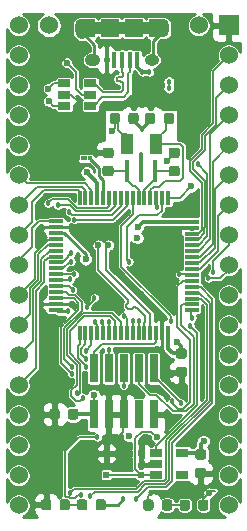
<source format=gtl>
%TF.GenerationSoftware,KiCad,Pcbnew,(5.1.10-1-10_14)*%
%TF.CreationDate,2021-05-30T00:03:35-07:00*%
%TF.ProjectId,BetsyBoard,42657473-7942-46f6-9172-642e6b696361,rev?*%
%TF.SameCoordinates,Original*%
%TF.FileFunction,Copper,L1,Top*%
%TF.FilePolarity,Positive*%
%FSLAX46Y46*%
G04 Gerber Fmt 4.6, Leading zero omitted, Abs format (unit mm)*
G04 Created by KiCad (PCBNEW (5.1.10-1-10_14)) date 2021-05-30 00:03:35*
%MOMM*%
%LPD*%
G01*
G04 APERTURE LIST*
%TA.AperFunction,ComponentPad*%
%ADD10R,1.700000X1.700000*%
%TD*%
%TA.AperFunction,ConnectorPad*%
%ADD11R,0.600000X0.400000*%
%TD*%
%TA.AperFunction,SMDPad,CuDef*%
%ADD12R,0.400000X0.400000*%
%TD*%
%TA.AperFunction,SMDPad,CuDef*%
%ADD13R,0.550000X0.600000*%
%TD*%
%TA.AperFunction,ComponentPad*%
%ADD14O,1.000000X1.550000*%
%TD*%
%TA.AperFunction,ComponentPad*%
%ADD15O,1.250000X0.950000*%
%TD*%
%TA.AperFunction,SMDPad,CuDef*%
%ADD16R,1.200000X1.550000*%
%TD*%
%TA.AperFunction,SMDPad,CuDef*%
%ADD17R,1.550000X1.500000*%
%TD*%
%TA.AperFunction,SMDPad,CuDef*%
%ADD18R,1.500000X1.550000*%
%TD*%
%TA.AperFunction,SMDPad,CuDef*%
%ADD19R,0.400000X1.350000*%
%TD*%
%TA.AperFunction,SMDPad,CuDef*%
%ADD20R,1.060000X0.650000*%
%TD*%
%TA.AperFunction,SMDPad,CuDef*%
%ADD21R,1.000000X1.800000*%
%TD*%
%TA.AperFunction,SMDPad,CuDef*%
%ADD22R,0.400000X1.900000*%
%TD*%
%TA.AperFunction,SMDPad,CuDef*%
%ADD23R,0.740000X2.400000*%
%TD*%
%TA.AperFunction,SMDPad,CuDef*%
%ADD24R,1.200000X0.300000*%
%TD*%
%TA.AperFunction,SMDPad,CuDef*%
%ADD25R,0.300000X1.200000*%
%TD*%
%TA.AperFunction,ComponentPad*%
%ADD26C,1.524000*%
%TD*%
%TA.AperFunction,ViaPad*%
%ADD27C,0.600000*%
%TD*%
%TA.AperFunction,ViaPad*%
%ADD28C,0.457200*%
%TD*%
%TA.AperFunction,Conductor*%
%ADD29C,0.150000*%
%TD*%
%TA.AperFunction,Conductor*%
%ADD30C,0.300000*%
%TD*%
%TA.AperFunction,Conductor*%
%ADD31C,0.200000*%
%TD*%
%TA.AperFunction,Conductor*%
%ADD32C,0.250000*%
%TD*%
%TA.AperFunction,Conductor*%
%ADD33C,0.127000*%
%TD*%
%TA.AperFunction,Conductor*%
%ADD34C,0.350000*%
%TD*%
%TA.AperFunction,Conductor*%
%ADD35C,1.000000*%
%TD*%
%TA.AperFunction,Conductor*%
%ADD36C,0.254000*%
%TD*%
%TA.AperFunction,Conductor*%
%ADD37C,0.100000*%
%TD*%
G04 APERTURE END LIST*
D10*
%TO.P,P6,1*%
%TO.N,GND*%
X124917200Y-59740800D03*
%TD*%
D11*
%TO.P,NT1,*%
%TO.N,*%
X112650000Y-71000000D03*
D12*
%TO.P,NT1,2*%
%TO.N,VSSA*%
X113150000Y-71000000D03*
%TO.P,NT1,1*%
%TO.N,GND*%
X112150000Y-71000000D03*
%TD*%
%TO.P,C18,2*%
%TO.N,GND*%
%TA.AperFunction,SMDPad,CuDef*%
G36*
G01*
X114950000Y-70975000D02*
X114450000Y-70975000D01*
G75*
G02*
X114225000Y-70750000I0J225000D01*
G01*
X114225000Y-70300000D01*
G75*
G02*
X114450000Y-70075000I225000J0D01*
G01*
X114950000Y-70075000D01*
G75*
G02*
X115175000Y-70300000I0J-225000D01*
G01*
X115175000Y-70750000D01*
G75*
G02*
X114950000Y-70975000I-225000J0D01*
G01*
G37*
%TD.AperFunction*%
%TO.P,C18,1*%
%TO.N,/OSC_OUT*%
%TA.AperFunction,SMDPad,CuDef*%
G36*
G01*
X114950000Y-72525000D02*
X114450000Y-72525000D01*
G75*
G02*
X114225000Y-72300000I0J225000D01*
G01*
X114225000Y-71850000D01*
G75*
G02*
X114450000Y-71625000I225000J0D01*
G01*
X114950000Y-71625000D01*
G75*
G02*
X115175000Y-71850000I0J-225000D01*
G01*
X115175000Y-72300000D01*
G75*
G02*
X114950000Y-72525000I-225000J0D01*
G01*
G37*
%TD.AperFunction*%
%TD*%
%TO.P,C4,2*%
%TO.N,GND*%
%TA.AperFunction,SMDPad,CuDef*%
G36*
G01*
X120550000Y-70975000D02*
X120050000Y-70975000D01*
G75*
G02*
X119825000Y-70750000I0J225000D01*
G01*
X119825000Y-70300000D01*
G75*
G02*
X120050000Y-70075000I225000J0D01*
G01*
X120550000Y-70075000D01*
G75*
G02*
X120775000Y-70300000I0J-225000D01*
G01*
X120775000Y-70750000D01*
G75*
G02*
X120550000Y-70975000I-225000J0D01*
G01*
G37*
%TD.AperFunction*%
%TO.P,C4,1*%
%TO.N,/OSC_IN*%
%TA.AperFunction,SMDPad,CuDef*%
G36*
G01*
X120550000Y-72525000D02*
X120050000Y-72525000D01*
G75*
G02*
X119825000Y-72300000I0J225000D01*
G01*
X119825000Y-71850000D01*
G75*
G02*
X120050000Y-71625000I225000J0D01*
G01*
X120550000Y-71625000D01*
G75*
G02*
X120775000Y-71850000I0J-225000D01*
G01*
X120775000Y-72300000D01*
G75*
G02*
X120550000Y-72525000I-225000J0D01*
G01*
G37*
%TD.AperFunction*%
%TD*%
D13*
%TO.P,SW2,2*%
%TO.N,/RESET#*%
X114555000Y-97770000D03*
X117505000Y-97770000D03*
%TO.P,SW2,1*%
%TO.N,GND*%
X114555000Y-95970000D03*
X117505000Y-95970000D03*
%TD*%
D14*
%TO.P,J1,6*%
%TO.N,Net-(J1-Pad6)*%
X112374800Y-59969400D03*
X119374800Y-59969400D03*
D15*
X113374800Y-62669400D03*
X118374800Y-62669400D03*
D16*
X112974800Y-59969400D03*
D17*
X114874800Y-59969400D03*
D18*
X116874800Y-59969400D03*
D16*
X118774800Y-59969400D03*
D19*
%TO.P,J1,5*%
%TO.N,GND*%
X114574800Y-62644400D03*
%TO.P,J1,4*%
%TO.N,Net-(J1-Pad4)*%
X115224800Y-62644400D03*
%TO.P,J1,3*%
%TO.N,/D+*%
X115874800Y-62644400D03*
%TO.P,J1,2*%
%TO.N,/D-*%
X116524800Y-62644400D03*
%TO.P,J1,1*%
%TO.N,/VBUS*%
X117174800Y-62644400D03*
%TD*%
D20*
%TO.P,U3,5*%
%TO.N,VDD*%
X120940000Y-95924800D03*
%TO.P,U3,4*%
%TO.N,Net-(U3-Pad4)*%
X120940000Y-97824800D03*
%TO.P,U3,3*%
%TO.N,/RESET#*%
X118740000Y-97824800D03*
%TO.P,U3,2*%
%TO.N,GND*%
X118740000Y-96874800D03*
%TO.P,U3,1*%
%TO.N,/~RST*%
X118740000Y-95924800D03*
%TD*%
D21*
%TO.P,Y1,2*%
%TO.N,/RTC_OSC_OUT*%
X118760000Y-69790000D03*
%TO.P,Y1,1*%
%TO.N,/RTC_OSC_IN*%
X116260000Y-69790000D03*
%TD*%
D22*
%TO.P,X1,1*%
%TO.N,/OSC_IN*%
X118700000Y-72100000D03*
%TO.P,X1,2*%
%TO.N,GND*%
X117500000Y-72100000D03*
%TO.P,X1,3*%
%TO.N,/OSC_OUT*%
X116300000Y-72100000D03*
%TD*%
D23*
%TO.P,P3,2*%
%TO.N,/JTMS/SWDIO*%
X113490000Y-88778000D03*
%TO.P,P3,4*%
%TO.N,/JTCK/SWCLK*%
X114760000Y-88778000D03*
%TO.P,P3,6*%
%TO.N,/JTDO/SWO*%
X116030000Y-88778000D03*
%TO.P,P3,8*%
%TO.N,/JTDI*%
X117300000Y-88778000D03*
%TO.P,P3,10*%
%TO.N,/RESET#*%
X118570000Y-88778000D03*
%TO.P,P3,1*%
%TO.N,VDD*%
X113490000Y-92678000D03*
%TO.P,P3,3*%
%TO.N,GND*%
X114760000Y-92678000D03*
%TO.P,P3,5*%
X116030000Y-92678000D03*
%TO.P,P3,7*%
%TO.N,Net-(P3-Pad7)*%
X117300000Y-92678000D03*
%TO.P,P3,9*%
%TO.N,GND*%
X118570000Y-92678000D03*
%TD*%
D20*
%TO.P,U2,5*%
%TO.N,/VBUS*%
X113200000Y-65600000D03*
%TO.P,U2,6*%
%TO.N,/D+*%
X113200000Y-64650000D03*
%TO.P,U2,4*%
%TO.N,/D-*%
X113200000Y-66550000D03*
%TO.P,U2,3*%
%TO.N,/OTG_FS_D-*%
X111000000Y-66550000D03*
%TO.P,U2,2*%
%TO.N,GND*%
X111000000Y-65600000D03*
%TO.P,U2,1*%
%TO.N,/OTG_FS_D+*%
X111000000Y-64650000D03*
%TD*%
%TO.P,R4,2*%
%TO.N,GND*%
%TA.AperFunction,SMDPad,CuDef*%
G36*
G01*
X109886000Y-100073750D02*
X109886000Y-100586250D01*
G75*
G02*
X109667250Y-100805000I-218750J0D01*
G01*
X109229750Y-100805000D01*
G75*
G02*
X109011000Y-100586250I0J218750D01*
G01*
X109011000Y-100073750D01*
G75*
G02*
X109229750Y-99855000I218750J0D01*
G01*
X109667250Y-99855000D01*
G75*
G02*
X109886000Y-100073750I0J-218750D01*
G01*
G37*
%TD.AperFunction*%
%TO.P,R4,1*%
%TO.N,Net-(D2-Pad1)*%
%TA.AperFunction,SMDPad,CuDef*%
G36*
G01*
X111461000Y-100073750D02*
X111461000Y-100586250D01*
G75*
G02*
X111242250Y-100805000I-218750J0D01*
G01*
X110804750Y-100805000D01*
G75*
G02*
X110586000Y-100586250I0J218750D01*
G01*
X110586000Y-100073750D01*
G75*
G02*
X110804750Y-99855000I218750J0D01*
G01*
X111242250Y-99855000D01*
G75*
G02*
X111461000Y-100073750I0J-218750D01*
G01*
G37*
%TD.AperFunction*%
%TD*%
%TO.P,R3,2*%
%TO.N,GND*%
%TA.AperFunction,SMDPad,CuDef*%
G36*
G01*
X118550000Y-100093750D02*
X118550000Y-100606250D01*
G75*
G02*
X118331250Y-100825000I-218750J0D01*
G01*
X117893750Y-100825000D01*
G75*
G02*
X117675000Y-100606250I0J218750D01*
G01*
X117675000Y-100093750D01*
G75*
G02*
X117893750Y-99875000I218750J0D01*
G01*
X118331250Y-99875000D01*
G75*
G02*
X118550000Y-100093750I0J-218750D01*
G01*
G37*
%TD.AperFunction*%
%TO.P,R3,1*%
%TO.N,Net-(D1-Pad1)*%
%TA.AperFunction,SMDPad,CuDef*%
G36*
G01*
X120125000Y-100093750D02*
X120125000Y-100606250D01*
G75*
G02*
X119906250Y-100825000I-218750J0D01*
G01*
X119468750Y-100825000D01*
G75*
G02*
X119250000Y-100606250I0J218750D01*
G01*
X119250000Y-100093750D01*
G75*
G02*
X119468750Y-99875000I218750J0D01*
G01*
X119906250Y-99875000D01*
G75*
G02*
X120125000Y-100093750I0J-218750D01*
G01*
G37*
%TD.AperFunction*%
%TD*%
%TO.P,D2,2*%
%TO.N,VDD*%
%TA.AperFunction,SMDPad,CuDef*%
G36*
G01*
X113634000Y-100586250D02*
X113634000Y-100073750D01*
G75*
G02*
X113852750Y-99855000I218750J0D01*
G01*
X114290250Y-99855000D01*
G75*
G02*
X114509000Y-100073750I0J-218750D01*
G01*
X114509000Y-100586250D01*
G75*
G02*
X114290250Y-100805000I-218750J0D01*
G01*
X113852750Y-100805000D01*
G75*
G02*
X113634000Y-100586250I0J218750D01*
G01*
G37*
%TD.AperFunction*%
%TO.P,D2,1*%
%TO.N,Net-(D2-Pad1)*%
%TA.AperFunction,SMDPad,CuDef*%
G36*
G01*
X112059000Y-100586250D02*
X112059000Y-100073750D01*
G75*
G02*
X112277750Y-99855000I218750J0D01*
G01*
X112715250Y-99855000D01*
G75*
G02*
X112934000Y-100073750I0J-218750D01*
G01*
X112934000Y-100586250D01*
G75*
G02*
X112715250Y-100805000I-218750J0D01*
G01*
X112277750Y-100805000D01*
G75*
G02*
X112059000Y-100586250I0J218750D01*
G01*
G37*
%TD.AperFunction*%
%TD*%
%TO.P,D1,2*%
%TO.N,/LED*%
%TA.AperFunction,SMDPad,CuDef*%
G36*
G01*
X122320800Y-100611650D02*
X122320800Y-100099150D01*
G75*
G02*
X122539550Y-99880400I218750J0D01*
G01*
X122977050Y-99880400D01*
G75*
G02*
X123195800Y-100099150I0J-218750D01*
G01*
X123195800Y-100611650D01*
G75*
G02*
X122977050Y-100830400I-218750J0D01*
G01*
X122539550Y-100830400D01*
G75*
G02*
X122320800Y-100611650I0J218750D01*
G01*
G37*
%TD.AperFunction*%
%TO.P,D1,1*%
%TO.N,Net-(D1-Pad1)*%
%TA.AperFunction,SMDPad,CuDef*%
G36*
G01*
X120745800Y-100611650D02*
X120745800Y-100099150D01*
G75*
G02*
X120964550Y-99880400I218750J0D01*
G01*
X121402050Y-99880400D01*
G75*
G02*
X121620800Y-100099150I0J-218750D01*
G01*
X121620800Y-100611650D01*
G75*
G02*
X121402050Y-100830400I-218750J0D01*
G01*
X120964550Y-100830400D01*
G75*
G02*
X120745800Y-100611650I0J218750D01*
G01*
G37*
%TD.AperFunction*%
%TD*%
%TO.P,C17,2*%
%TO.N,GND*%
%TA.AperFunction,SMDPad,CuDef*%
G36*
G01*
X122276150Y-97199400D02*
X122788650Y-97199400D01*
G75*
G02*
X123007400Y-97418150I0J-218750D01*
G01*
X123007400Y-97855650D01*
G75*
G02*
X122788650Y-98074400I-218750J0D01*
G01*
X122276150Y-98074400D01*
G75*
G02*
X122057400Y-97855650I0J218750D01*
G01*
X122057400Y-97418150D01*
G75*
G02*
X122276150Y-97199400I218750J0D01*
G01*
G37*
%TD.AperFunction*%
%TO.P,C17,1*%
%TO.N,VDD*%
%TA.AperFunction,SMDPad,CuDef*%
G36*
G01*
X122276150Y-95624400D02*
X122788650Y-95624400D01*
G75*
G02*
X123007400Y-95843150I0J-218750D01*
G01*
X123007400Y-96280650D01*
G75*
G02*
X122788650Y-96499400I-218750J0D01*
G01*
X122276150Y-96499400D01*
G75*
G02*
X122057400Y-96280650I0J218750D01*
G01*
X122057400Y-95843150D01*
G75*
G02*
X122276150Y-95624400I218750J0D01*
G01*
G37*
%TD.AperFunction*%
%TD*%
%TO.P,C9,2*%
%TO.N,GND*%
%TA.AperFunction,SMDPad,CuDef*%
G36*
G01*
X118700000Y-67357750D02*
X118700000Y-67870250D01*
G75*
G02*
X118481250Y-68089000I-218750J0D01*
G01*
X118043750Y-68089000D01*
G75*
G02*
X117825000Y-67870250I0J218750D01*
G01*
X117825000Y-67357750D01*
G75*
G02*
X118043750Y-67139000I218750J0D01*
G01*
X118481250Y-67139000D01*
G75*
G02*
X118700000Y-67357750I0J-218750D01*
G01*
G37*
%TD.AperFunction*%
%TO.P,C9,1*%
%TO.N,/RTC_OSC_OUT*%
%TA.AperFunction,SMDPad,CuDef*%
G36*
G01*
X120275000Y-67357750D02*
X120275000Y-67870250D01*
G75*
G02*
X120056250Y-68089000I-218750J0D01*
G01*
X119618750Y-68089000D01*
G75*
G02*
X119400000Y-67870250I0J218750D01*
G01*
X119400000Y-67357750D01*
G75*
G02*
X119618750Y-67139000I218750J0D01*
G01*
X120056250Y-67139000D01*
G75*
G02*
X120275000Y-67357750I0J-218750D01*
G01*
G37*
%TD.AperFunction*%
%TD*%
%TO.P,C8,2*%
%TO.N,GND*%
%TA.AperFunction,SMDPad,CuDef*%
G36*
G01*
X116400000Y-67870250D02*
X116400000Y-67357750D01*
G75*
G02*
X116618750Y-67139000I218750J0D01*
G01*
X117056250Y-67139000D01*
G75*
G02*
X117275000Y-67357750I0J-218750D01*
G01*
X117275000Y-67870250D01*
G75*
G02*
X117056250Y-68089000I-218750J0D01*
G01*
X116618750Y-68089000D01*
G75*
G02*
X116400000Y-67870250I0J218750D01*
G01*
G37*
%TD.AperFunction*%
%TO.P,C8,1*%
%TO.N,/RTC_OSC_IN*%
%TA.AperFunction,SMDPad,CuDef*%
G36*
G01*
X114825000Y-67870250D02*
X114825000Y-67357750D01*
G75*
G02*
X115043750Y-67139000I218750J0D01*
G01*
X115481250Y-67139000D01*
G75*
G02*
X115700000Y-67357750I0J-218750D01*
G01*
X115700000Y-67870250D01*
G75*
G02*
X115481250Y-68089000I-218750J0D01*
G01*
X115043750Y-68089000D01*
G75*
G02*
X114825000Y-67870250I0J218750D01*
G01*
G37*
%TD.AperFunction*%
%TD*%
%TO.P,C3,2*%
%TO.N,GND*%
%TA.AperFunction,SMDPad,CuDef*%
G36*
G01*
X110600000Y-92393750D02*
X110600000Y-92906250D01*
G75*
G02*
X110381250Y-93125000I-218750J0D01*
G01*
X109943750Y-93125000D01*
G75*
G02*
X109725000Y-92906250I0J218750D01*
G01*
X109725000Y-92393750D01*
G75*
G02*
X109943750Y-92175000I218750J0D01*
G01*
X110381250Y-92175000D01*
G75*
G02*
X110600000Y-92393750I0J-218750D01*
G01*
G37*
%TD.AperFunction*%
%TO.P,C3,1*%
%TO.N,VDD*%
%TA.AperFunction,SMDPad,CuDef*%
G36*
G01*
X112175000Y-92393750D02*
X112175000Y-92906250D01*
G75*
G02*
X111956250Y-93125000I-218750J0D01*
G01*
X111518750Y-93125000D01*
G75*
G02*
X111300000Y-92906250I0J218750D01*
G01*
X111300000Y-92393750D01*
G75*
G02*
X111518750Y-92175000I218750J0D01*
G01*
X111956250Y-92175000D01*
G75*
G02*
X112175000Y-92393750I0J-218750D01*
G01*
G37*
%TD.AperFunction*%
%TD*%
%TO.P,C7,2*%
%TO.N,VDD*%
%TA.AperFunction,SMDPad,CuDef*%
G36*
G01*
X121156250Y-87950000D02*
X120643750Y-87950000D01*
G75*
G02*
X120425000Y-87731250I0J218750D01*
G01*
X120425000Y-87293750D01*
G75*
G02*
X120643750Y-87075000I218750J0D01*
G01*
X121156250Y-87075000D01*
G75*
G02*
X121375000Y-87293750I0J-218750D01*
G01*
X121375000Y-87731250D01*
G75*
G02*
X121156250Y-87950000I-218750J0D01*
G01*
G37*
%TD.AperFunction*%
%TO.P,C7,1*%
%TO.N,GND*%
%TA.AperFunction,SMDPad,CuDef*%
G36*
G01*
X121156250Y-89525000D02*
X120643750Y-89525000D01*
G75*
G02*
X120425000Y-89306250I0J218750D01*
G01*
X120425000Y-88868750D01*
G75*
G02*
X120643750Y-88650000I218750J0D01*
G01*
X121156250Y-88650000D01*
G75*
G02*
X121375000Y-88868750I0J-218750D01*
G01*
X121375000Y-89306250D01*
G75*
G02*
X121156250Y-89525000I-218750J0D01*
G01*
G37*
%TD.AperFunction*%
%TD*%
D24*
%TO.P,U4,64*%
%TO.N,VDD*%
X121780000Y-76360000D03*
%TO.P,U4,63*%
%TO.N,GND*%
X121780000Y-76860000D03*
%TO.P,U4,62*%
%TO.N,/D16*%
X121780000Y-77360000D03*
%TO.P,U4,61*%
%TO.N,/D15*%
X121780000Y-77860000D03*
%TO.P,U4,60*%
%TO.N,/BOOT0*%
X121780000Y-78360000D03*
%TO.P,U4,59*%
%TO.N,/D14*%
X121780000Y-78860000D03*
%TO.P,U4,58*%
%TO.N,/D13*%
X121780000Y-79360000D03*
%TO.P,U4,57*%
%TO.N,/D12*%
X121780000Y-79860000D03*
%TO.P,U4,56*%
%TO.N,/D11*%
X121780000Y-80360000D03*
%TO.P,U4,55*%
%TO.N,/JTDO/SWO*%
X121780000Y-80860000D03*
%TO.P,U4,54*%
%TO.N,/SDMMC_CMD*%
X121780000Y-81360000D03*
%TO.P,U4,53*%
%TO.N,/SDMMC_CLK*%
X121780000Y-81860000D03*
%TO.P,U4,52*%
%TO.N,/SDMMC_D3*%
X121780000Y-82360000D03*
%TO.P,U4,51*%
%TO.N,/SDMMC_D2*%
X121780000Y-82860000D03*
%TO.P,U4,50*%
%TO.N,/JTDI*%
X121780000Y-83360000D03*
%TO.P,U4,49*%
%TO.N,/JTCK/SWCLK*%
X121780000Y-83860000D03*
D25*
%TO.P,U4,48*%
%TO.N,VDD*%
X119780000Y-85810000D03*
%TO.P,U4,47*%
%TO.N,GND*%
X119280000Y-85810000D03*
%TO.P,U4,46*%
%TO.N,/JTMS/SWDIO*%
X118780000Y-85810000D03*
%TO.P,U4,45*%
%TO.N,/OTG_FS_D+*%
X118280000Y-85810000D03*
%TO.P,U4,44*%
%TO.N,/OTG_FS_D-*%
X117780000Y-85810000D03*
%TO.P,U4,43*%
%TO.N,/D10*%
X117280000Y-85810000D03*
%TO.P,U4,42*%
%TO.N,/D9*%
X116780000Y-85810000D03*
%TO.P,U4,41*%
%TO.N,/MCO*%
X116280000Y-85810000D03*
%TO.P,U4,40*%
%TO.N,/SDMMC_D1*%
X115780000Y-85810000D03*
%TO.P,U4,39*%
%TO.N,/SDMMC_D0*%
X115280000Y-85810000D03*
%TO.P,U4,38*%
%TO.N,/D8*%
X114780000Y-85810000D03*
%TO.P,U4,37*%
%TO.N,/D7*%
X114280000Y-85810000D03*
%TO.P,U4,36*%
%TO.N,/D6*%
X113780000Y-85810000D03*
%TO.P,U4,35*%
%TO.N,/D5*%
X113280000Y-85810000D03*
%TO.P,U4,34*%
%TO.N,/D4*%
X112780000Y-85810000D03*
%TO.P,U4,33*%
%TO.N,/D3*%
X112280000Y-85810000D03*
D24*
%TO.P,U4,32*%
%TO.N,VDD*%
X110280000Y-83810000D03*
%TO.P,U4,31*%
%TO.N,GND*%
X110280000Y-83310000D03*
%TO.P,U4,30*%
%TO.N,/D2*%
X110280000Y-82810000D03*
%TO.P,U4,29*%
%TO.N,/D1*%
X110280000Y-82310000D03*
%TO.P,U4,28*%
%TO.N,/LED*%
X110280000Y-81810000D03*
%TO.P,U4,27*%
%TO.N,/A16*%
X110280000Y-81310000D03*
%TO.P,U4,26*%
%TO.N,/A15*%
X110280000Y-80810000D03*
%TO.P,U4,25*%
%TO.N,/A14*%
X110280000Y-80310000D03*
%TO.P,U4,24*%
%TO.N,/A13*%
X110280000Y-79810000D03*
%TO.P,U4,23*%
%TO.N,/A12*%
X110280000Y-79310000D03*
%TO.P,U4,22*%
%TO.N,/A11*%
X110280000Y-78810000D03*
%TO.P,U4,21*%
%TO.N,/A10*%
X110280000Y-78310000D03*
%TO.P,U4,20*%
%TO.N,/A9*%
X110280000Y-77810000D03*
%TO.P,U4,19*%
%TO.N,VDD*%
X110280000Y-77310000D03*
%TO.P,U4,18*%
%TO.N,GND*%
X110280000Y-76810000D03*
%TO.P,U4,17*%
%TO.N,/A8*%
X110280000Y-76310000D03*
D25*
%TO.P,U4,16*%
%TO.N,/A7*%
X112280000Y-74310000D03*
%TO.P,U4,15*%
%TO.N,/A6*%
X112780000Y-74310000D03*
%TO.P,U4,14*%
%TO.N,/A5*%
X113280000Y-74310000D03*
%TO.P,U4,13*%
%TO.N,VDDA*%
X113780000Y-74310000D03*
%TO.P,U4,12*%
%TO.N,VSSA*%
X114280000Y-74310000D03*
%TO.P,U4,11*%
%TO.N,/A4*%
X114780000Y-74310000D03*
%TO.P,U4,10*%
%TO.N,/A3*%
X115280000Y-74310000D03*
%TO.P,U4,9*%
%TO.N,/A2*%
X115780000Y-74310000D03*
%TO.P,U4,8*%
%TO.N,/A1*%
X116280000Y-74310000D03*
%TO.P,U4,7*%
%TO.N,/~RST*%
X116780000Y-74310000D03*
%TO.P,U4,6*%
%TO.N,/OSC_OUT*%
X117280000Y-74310000D03*
%TO.P,U4,5*%
%TO.N,/OSC_IN*%
X117780000Y-74310000D03*
%TO.P,U4,4*%
%TO.N,/RTC_OSC_OUT*%
X118280000Y-74310000D03*
%TO.P,U4,3*%
%TO.N,/RTC_OSC_IN*%
X118780000Y-74310000D03*
%TO.P,U4,2*%
%TO.N,/SDMMC_DET*%
X119280000Y-74310000D03*
%TO.P,U4,1*%
%TO.N,VDD*%
X119780000Y-74310000D03*
%TD*%
D26*
%TO.P,P4,1*%
%TO.N,/A1*%
X107140000Y-62280000D03*
%TO.P,P4,2*%
%TO.N,/A2*%
X107140000Y-64820000D03*
%TO.P,P4,3*%
%TO.N,/A3*%
X107140000Y-67360000D03*
%TO.P,P4,4*%
%TO.N,/A4*%
X107140000Y-69900000D03*
%TO.P,P4,5*%
%TO.N,/A5*%
X107140000Y-72440000D03*
%TO.P,P4,6*%
%TO.N,/A6*%
X107140000Y-74980000D03*
%TO.P,P4,7*%
%TO.N,/A7*%
X107140000Y-77520000D03*
%TO.P,P4,8*%
%TO.N,/A8*%
X107140000Y-80060000D03*
%TO.P,P4,9*%
%TO.N,/A9*%
X107140000Y-82600000D03*
%TO.P,P4,10*%
%TO.N,/A10*%
X107140000Y-85140000D03*
%TO.P,P4,11*%
%TO.N,/A11*%
X107140000Y-87680000D03*
%TO.P,P4,12*%
%TO.N,/A12*%
X107140000Y-90220000D03*
%TO.P,P4,13*%
%TO.N,/A13*%
X107140000Y-92760000D03*
%TO.P,P4,14*%
%TO.N,/A14*%
X107140000Y-95300000D03*
%TO.P,P4,15*%
%TO.N,/A15*%
X107140000Y-97840000D03*
%TO.P,P4,16*%
%TO.N,/A16*%
X107140000Y-100380000D03*
%TD*%
%TO.P,P5,1*%
%TO.N,/D1*%
X124920000Y-100380000D03*
%TO.P,P5,2*%
%TO.N,/D2*%
X124920000Y-97840000D03*
%TO.P,P5,3*%
%TO.N,/D3*%
X124920000Y-95300000D03*
%TO.P,P5,4*%
%TO.N,/D4*%
X124920000Y-92760000D03*
%TO.P,P5,5*%
%TO.N,/D5*%
X124920000Y-90220000D03*
%TO.P,P5,6*%
%TO.N,/D6*%
X124920000Y-87680000D03*
%TO.P,P5,7*%
%TO.N,/D7*%
X124920000Y-85140000D03*
%TO.P,P5,8*%
%TO.N,/D8*%
X124920000Y-82600000D03*
%TO.P,P5,9*%
%TO.N,/D9*%
X124920000Y-80060000D03*
%TO.P,P5,10*%
%TO.N,/D10*%
X124920000Y-77520000D03*
%TO.P,P5,11*%
%TO.N,/D11*%
X124920000Y-74980000D03*
%TO.P,P5,12*%
%TO.N,/D12*%
X124920000Y-72440000D03*
%TO.P,P5,13*%
%TO.N,/D13*%
X124920000Y-69900000D03*
%TO.P,P5,14*%
%TO.N,/D14*%
X124920000Y-67360000D03*
%TO.P,P5,15*%
%TO.N,/D15*%
X124920000Y-64820000D03*
%TO.P,P5,16*%
%TO.N,/D16*%
X124920000Y-62280000D03*
%TD*%
%TO.P,P1,1*%
%TO.N,VDD*%
X109680000Y-59740000D03*
%TD*%
%TO.P,P7,1*%
%TO.N,/MCO*%
X122377200Y-59740800D03*
%TD*%
%TO.P,P2,1*%
%TO.N,/VBUS*%
X107140000Y-59740000D03*
%TD*%
D27*
%TO.N,GND*%
X110270000Y-84570000D03*
X120980200Y-61417200D03*
X110600000Y-72200000D03*
X122400000Y-85200000D03*
X109100000Y-64300000D03*
X109100000Y-75400000D03*
X120840850Y-75366258D03*
X117473928Y-82516502D03*
D28*
X109050000Y-77200000D03*
D27*
X118750000Y-65700000D03*
X112224707Y-67710686D03*
X120000000Y-89320000D03*
X118480000Y-79220000D03*
X120490000Y-79150000D03*
D28*
X117500000Y-70700000D03*
X117600012Y-68499990D03*
D27*
X109880000Y-94230000D03*
X122490000Y-99060000D03*
X117250000Y-65720000D03*
X114264140Y-64167588D03*
X119882731Y-92928551D03*
X109600000Y-98900000D03*
X115300000Y-94600000D03*
X117900000Y-94600000D03*
X114700000Y-90899992D03*
X113050000Y-69800000D03*
X119650000Y-71250000D03*
D28*
%TO.N,VDD*%
X111290147Y-83953003D03*
D27*
X120549998Y-86530000D03*
X117160000Y-77720000D03*
X112793780Y-79524860D03*
X117200002Y-76800000D03*
D28*
X119850000Y-64500000D03*
X119850000Y-65049988D03*
D27*
X113500000Y-91040000D03*
X122780000Y-94940000D03*
X116461555Y-94495218D03*
X121750000Y-73350000D03*
D28*
X115976400Y-99872800D03*
%TO.N,/RTC_OSC_IN*%
X118800000Y-75119868D03*
D27*
X115000000Y-68650000D03*
D28*
%TO.N,/SDMMC_D2*%
X111499077Y-99287412D03*
%TO.N,/SDMMC_D3*%
X113200000Y-99600000D03*
%TO.N,/SDMMC_CMD*%
X120130000Y-91570000D03*
X113800000Y-94600000D03*
X112445798Y-99517200D03*
%TO.N,/SDMMC_D0*%
X112051047Y-90843288D03*
%TO.N,/SDMMC_D1*%
X112604504Y-91274506D03*
%TO.N,/D1*%
X111616316Y-88627384D03*
%TO.N,/BOOT0*%
X122319121Y-71500000D03*
D27*
%TO.N,/OTG_FS_D+*%
X114712300Y-78346300D03*
X109644998Y-65086680D03*
%TO.N,/OTG_FS_D-*%
X113861987Y-78346613D03*
X109677200Y-66167000D03*
D28*
%TO.N,/JTCK/SWCLK*%
X121800000Y-84500000D03*
X114750000Y-87210000D03*
%TO.N,/D10*%
X123588589Y-80657149D03*
X117323990Y-84748463D03*
%TO.N,/D9*%
X123200000Y-81150000D03*
X116766903Y-84760277D03*
%TO.N,/D8*%
X114770000Y-84850000D03*
%TO.N,/D7*%
X114160000Y-84840000D03*
%TO.N,/D6*%
X113559566Y-84865706D03*
%TO.N,/D5*%
X112800000Y-87300000D03*
%TO.N,/D4*%
X112791388Y-87960775D03*
%TO.N,/D3*%
X112788509Y-88640219D03*
%TO.N,/D2*%
X111610000Y-89220000D03*
%TO.N,/A1*%
X111833538Y-76196415D03*
%TO.N,/A2*%
X111429928Y-75564206D03*
%TO.N,/A3*%
X110449998Y-74949998D03*
%TO.N,/A4*%
X109614604Y-74785396D03*
%TO.N,/A13*%
X111570000Y-78970000D03*
%TO.N,/A14*%
X111557420Y-79739227D03*
%TO.N,/A15*%
X111823870Y-80800000D03*
%TO.N,/A16*%
X111470209Y-81230577D03*
%TO.N,/JTDO/SWO*%
X120740000Y-80820000D03*
X116020000Y-90246358D03*
%TO.N,/~RST*%
X121646272Y-85224506D03*
X120003859Y-84787289D03*
%TO.N,/SDMMC_CLK*%
X117043200Y-99872804D03*
D27*
%TO.N,VDDA*%
X112903000Y-72186800D03*
%TO.N,/VBUS*%
X111200000Y-62900000D03*
D28*
X117601672Y-63701672D03*
X118200000Y-63700000D03*
%TO.N,/SDMMC_DET*%
X112889606Y-83599602D03*
X116459000Y-79756000D03*
X113538000Y-82804000D03*
%TO.N,/RESET#*%
X120850000Y-91700000D03*
D27*
X118800000Y-94575010D03*
D28*
%TO.N,/LED*%
X111695620Y-82104380D03*
D27*
X123242673Y-99309791D03*
D28*
%TO.N,/MCO*%
X116078000Y-84328000D03*
%TD*%
D29*
%TO.N,GND*%
X122532400Y-97611400D02*
X122278400Y-97611400D01*
X116030000Y-92928000D02*
X116030000Y-91803000D01*
X118570000Y-92928000D02*
X118570000Y-91890234D01*
D30*
X119280000Y-84322574D02*
X117473928Y-82516502D01*
X119280000Y-85810000D02*
X119280000Y-84322574D01*
D29*
X109278599Y-76971401D02*
X109050000Y-77200000D01*
X110330000Y-76810000D02*
X109440000Y-76810000D01*
X109440000Y-76810000D02*
X109278599Y-76971401D01*
X110330000Y-83310000D02*
X111205872Y-83310000D01*
X111205872Y-83310000D02*
X111215872Y-83300000D01*
X110280000Y-83310000D02*
X109190000Y-83310000D01*
X109190000Y-83310000D02*
X109050000Y-83450000D01*
X109050000Y-83450000D02*
X109050000Y-84400000D01*
X109220000Y-84570000D02*
X110270000Y-84570000D01*
X109050000Y-84400000D02*
X109220000Y-84570000D01*
D30*
X120232500Y-89087500D02*
X120000000Y-89320000D01*
X120900000Y-89087500D02*
X120232500Y-89087500D01*
X120790000Y-78850000D02*
X120490000Y-79150000D01*
X120790000Y-77060000D02*
X120790000Y-78850000D01*
X120990000Y-76860000D02*
X120790000Y-77060000D01*
X121780000Y-76860000D02*
X120990000Y-76860000D01*
D31*
X112224707Y-66259037D02*
X112224707Y-67710686D01*
X111565670Y-65600000D02*
X112224707Y-66259037D01*
X111000000Y-65600000D02*
X111565670Y-65600000D01*
D30*
X117500000Y-72100000D02*
X117500000Y-70700000D01*
X118262500Y-67614000D02*
X118262500Y-67837502D01*
X118262500Y-67837502D02*
X117600012Y-68499990D01*
X116837500Y-67614000D02*
X116837500Y-67737478D01*
X116837500Y-67737478D02*
X117600012Y-68499990D01*
X110162500Y-93947500D02*
X109880000Y-94230000D01*
X110162500Y-92650000D02*
X110162500Y-93947500D01*
D29*
X114580000Y-63851728D02*
X114264140Y-64167588D01*
X114580000Y-62655000D02*
X114580000Y-63851728D01*
X114570000Y-62645000D02*
X114580000Y-62655000D01*
X119632180Y-92678000D02*
X119882731Y-92928551D01*
X118570000Y-92678000D02*
X119632180Y-92678000D01*
X119595506Y-99200000D02*
X119735506Y-99060000D01*
X118500000Y-99200000D02*
X119595506Y-99200000D01*
X119735506Y-99060000D02*
X122490000Y-99060000D01*
X118112500Y-99587500D02*
X118500000Y-99200000D01*
X118112500Y-100350000D02*
X118112500Y-99587500D01*
X114555000Y-95345000D02*
X115300000Y-94600000D01*
X114555000Y-95970000D02*
X114555000Y-95345000D01*
X117505000Y-95970000D02*
X117505000Y-94995000D01*
X117505000Y-94995000D02*
X117900000Y-94600000D01*
X115500000Y-94600000D02*
X115300000Y-94600000D01*
X115970000Y-94130000D02*
X115500000Y-94600000D01*
X115970000Y-92738000D02*
X115970000Y-94130000D01*
X116030000Y-92678000D02*
X115970000Y-92738000D01*
X114760000Y-90959992D02*
X114700000Y-90899992D01*
X114760000Y-92678000D02*
X114760000Y-90959992D01*
X113775000Y-70525000D02*
X113050000Y-69800000D01*
X114700000Y-70525000D02*
X113775000Y-70525000D01*
X120300000Y-70600000D02*
X119650000Y-71250000D01*
X120300000Y-70525000D02*
X120300000Y-70600000D01*
%TO.N,VDD*%
X113392000Y-92580000D02*
X113490000Y-92678000D01*
D30*
X114134900Y-100330000D02*
X114160300Y-100355400D01*
D32*
X110340000Y-83800000D02*
X110493003Y-83953003D01*
X110493003Y-83953003D02*
X111290147Y-83953003D01*
D30*
X113462000Y-92650000D02*
X113490000Y-92678000D01*
X111737500Y-92650000D02*
X113462000Y-92650000D01*
X122395300Y-95924800D02*
X122532400Y-96061900D01*
X120940000Y-95924800D02*
X122395300Y-95924800D01*
X120162500Y-87512500D02*
X120900000Y-87512500D01*
X119780000Y-87130000D02*
X120162500Y-87512500D01*
X119780000Y-85760000D02*
X119780000Y-87130000D01*
X120900000Y-87512500D02*
X120900000Y-86880002D01*
X120900000Y-86880002D02*
X120549998Y-86530000D01*
D32*
X110330000Y-77310000D02*
X111003184Y-77310000D01*
X111003184Y-77310000D02*
X112793780Y-79100596D01*
X112793780Y-79100596D02*
X112793780Y-79524860D01*
D30*
X121690000Y-76350000D02*
X117650002Y-76350000D01*
X117650002Y-76350000D02*
X117200002Y-76800000D01*
D29*
X113500000Y-92110001D02*
X113500000Y-91040000D01*
X113490000Y-92678000D02*
X113490000Y-91050000D01*
X113490000Y-91050000D02*
X113500000Y-91040000D01*
D30*
X122532400Y-95187600D02*
X122780000Y-94940000D01*
X122532400Y-96061900D02*
X122532400Y-95187600D01*
D32*
X119780000Y-74360000D02*
X119780000Y-73985000D01*
D31*
X120790000Y-74310000D02*
X121750000Y-73350000D01*
X119780000Y-74310000D02*
X120790000Y-74310000D01*
D32*
X114071500Y-100330000D02*
X115519200Y-100330000D01*
X115519200Y-100330000D02*
X115976400Y-99872800D01*
D29*
%TO.N,/RTC_OSC_IN*%
X118780000Y-74360000D02*
X118780000Y-75099868D01*
X118780000Y-75099868D02*
X118800000Y-75119868D01*
X116260000Y-69790000D02*
X116310000Y-69740000D01*
X116310000Y-69740000D02*
X116310000Y-69614673D01*
X116260000Y-69790000D02*
X116260000Y-70240000D01*
X115868095Y-68968095D02*
X116310000Y-68968095D01*
X115518000Y-68618000D02*
X115868095Y-68968095D01*
X115518000Y-67546000D02*
X115518000Y-68618000D01*
X115262500Y-67614000D02*
X115262500Y-68387500D01*
X115262500Y-68387500D02*
X115000000Y-68650000D01*
%TO.N,/RTC_OSC_OUT*%
X119560000Y-68590000D02*
X119560000Y-67832000D01*
X119560000Y-67832000D02*
X119572000Y-67820000D01*
X118760000Y-69790000D02*
X118760000Y-69390000D01*
X118760000Y-69390000D02*
X119560000Y-68590000D01*
X120100000Y-67876500D02*
X119837500Y-67614000D01*
X120790000Y-69790000D02*
X118760000Y-69790000D01*
X120800000Y-72900000D02*
X121050000Y-72650000D01*
X119500000Y-72900000D02*
X120800000Y-72900000D01*
X121050000Y-72650000D02*
X121050000Y-70050000D01*
X118280000Y-73660000D02*
X118560000Y-73380000D01*
X119020000Y-73380000D02*
X119500000Y-72900000D01*
X121050000Y-70050000D02*
X120790000Y-69790000D01*
X118560000Y-73380000D02*
X119020000Y-73380000D01*
X118280000Y-74360000D02*
X118280000Y-73660000D01*
%TO.N,/SDMMC_D2*%
X121780000Y-82860000D02*
X122530000Y-82860000D01*
X123038522Y-83368522D02*
X123038522Y-91435186D01*
X122530000Y-82860000D02*
X123038522Y-83368522D01*
X119634977Y-98099825D02*
X119410001Y-98324801D01*
X119634977Y-94838731D02*
X119634977Y-98099825D01*
X123038522Y-91435186D02*
X119634977Y-94838731D01*
X117100857Y-98954345D02*
X117730401Y-98324801D01*
X111832145Y-98954345D02*
X117100857Y-98954345D01*
X111832145Y-98954345D02*
X111499077Y-99287412D01*
X119410001Y-98324801D02*
X117730401Y-98324801D01*
%TO.N,/SDMMC_D3*%
X117204414Y-99204356D02*
X113595644Y-99204356D01*
X119884988Y-94962288D02*
X119884988Y-98203382D01*
X119513558Y-98574812D02*
X117833958Y-98574812D01*
X119884988Y-98203382D02*
X119513558Y-98574812D01*
X122333568Y-82310000D02*
X123288533Y-83264965D01*
X121730000Y-82310000D02*
X122333568Y-82310000D01*
X123288533Y-83264965D02*
X123288533Y-91558743D01*
X123288533Y-91558743D02*
X119884988Y-94962288D01*
X117833958Y-98574812D02*
X117204414Y-99204356D01*
X113595644Y-99204356D02*
X113200000Y-99600000D01*
%TO.N,/SDMMC_CMD*%
X120130000Y-91470000D02*
X120130000Y-91570000D01*
X121078002Y-92175002D02*
X120585002Y-92175002D01*
X120130000Y-91720000D02*
X120130000Y-91570000D01*
X120585002Y-92175002D02*
X120130000Y-91720000D01*
X121660000Y-91593004D02*
X121078002Y-92175002D01*
X120570000Y-85300000D02*
X121660000Y-86390000D01*
X121030000Y-81360000D02*
X120570000Y-81820000D01*
X121660000Y-86390000D02*
X121660000Y-91593004D01*
X120570000Y-81820000D02*
X120570000Y-85300000D01*
X121780000Y-81360000D02*
X121030000Y-81360000D01*
X112122509Y-99517200D02*
X112445798Y-99517200D01*
X111922108Y-99717601D02*
X112122509Y-99517200D01*
X111442963Y-99717601D02*
X111922108Y-99717601D01*
X111173053Y-99679990D02*
X111405352Y-99679990D01*
X111051599Y-99558536D02*
X111173053Y-99679990D01*
X111405352Y-99679990D02*
X111442963Y-99717601D01*
X111051599Y-95806001D02*
X111051599Y-99558536D01*
X112257600Y-94600000D02*
X111051599Y-95806001D01*
X113800000Y-94600000D02*
X112257600Y-94600000D01*
%TO.N,/SDMMC_D0*%
X112280367Y-90876631D02*
X112280367Y-88367371D01*
X111450011Y-87515788D02*
X111450011Y-85574987D01*
X111450011Y-85574987D02*
X112698600Y-84326398D01*
X112129321Y-91027677D02*
X112280367Y-90876631D01*
X115280000Y-84760000D02*
X115280000Y-85810000D01*
X112160775Y-88247779D02*
X112160775Y-88226552D01*
X114846398Y-84326398D02*
X115280000Y-84760000D01*
X112160775Y-88226552D02*
X111450011Y-87515788D01*
X112698600Y-84326398D02*
X114846398Y-84326398D01*
X112280367Y-88367371D02*
X112160775Y-88247779D01*
%TO.N,/SDMMC_D1*%
X111200000Y-87619345D02*
X111910764Y-88330109D01*
X115780000Y-84820000D02*
X115023602Y-84063602D01*
X111200000Y-85471430D02*
X111200000Y-87619345D01*
X111554999Y-91125992D02*
X112003512Y-91574505D01*
X112030356Y-90170576D02*
X111554999Y-90645933D01*
X111554999Y-90645933D02*
X111554999Y-91125992D01*
X112030356Y-88470928D02*
X112030356Y-90170576D01*
X115780000Y-85810000D02*
X115780000Y-84820000D01*
X112003512Y-91574505D02*
X112304505Y-91574505D01*
X111910764Y-88330109D02*
X111910764Y-88351336D01*
X115023602Y-84063602D02*
X112607828Y-84063602D01*
X112304505Y-91574505D02*
X112604504Y-91274506D01*
X112607828Y-84063602D02*
X111200000Y-85471430D01*
X111910764Y-88351336D02*
X112030356Y-88470928D01*
%TO.N,/D1*%
X124920000Y-100380000D02*
X124920000Y-100300000D01*
X110330000Y-82310000D02*
X111129690Y-82310000D01*
D33*
X110960657Y-87971725D02*
X111616316Y-88627384D01*
X110960657Y-85373468D02*
X110960657Y-87971725D01*
X112450000Y-83884125D02*
X110960657Y-85373468D01*
X112450000Y-83148646D02*
X112450000Y-83884125D01*
X111400577Y-82580887D02*
X111882241Y-82580887D01*
X111882241Y-82580887D02*
X112450000Y-83148646D01*
X111129690Y-82310000D02*
X111400577Y-82580887D01*
D29*
%TO.N,Net-(D1-Pad1)*%
X121196100Y-100330000D02*
X121221500Y-100355400D01*
D31*
X121177900Y-100350000D02*
X121183300Y-100355400D01*
X119687500Y-100350000D02*
X121177900Y-100350000D01*
D29*
%TO.N,/BOOT0*%
X122357000Y-78310000D02*
X121730000Y-78310000D01*
D33*
X123086456Y-76919930D02*
X123097523Y-76908863D01*
X123097523Y-76908863D02*
X123097523Y-72278402D01*
X123097523Y-72278402D02*
X122319121Y-71500000D01*
X122357000Y-78310000D02*
X123086455Y-77580545D01*
X123086455Y-77580545D02*
X123086456Y-76919930D01*
D31*
%TO.N,/OTG_FS_D+*%
X114512300Y-78546300D02*
X114712300Y-78346300D01*
X118255000Y-84149720D02*
X114512300Y-80407020D01*
X118255000Y-84884999D02*
X118255000Y-84149720D01*
X118280000Y-84909999D02*
X118255000Y-84884999D01*
X118280000Y-85810000D02*
X118280000Y-84909999D01*
X114512300Y-80407020D02*
X114512300Y-78546300D01*
X111000000Y-64650000D02*
X110081678Y-64650000D01*
X110081678Y-64650000D02*
X109644998Y-65086680D01*
%TO.N,/OTG_FS_D-*%
X116424383Y-83756255D02*
X116364290Y-83727317D01*
X117154610Y-83685730D02*
X117102463Y-83644144D01*
X117102463Y-83644144D02*
X117042370Y-83615205D01*
X113861987Y-78770877D02*
X113861987Y-78346613D01*
X116312142Y-83685730D02*
X116309111Y-83682699D01*
X116309111Y-83682699D02*
X116267526Y-83630553D01*
X116350697Y-83209317D02*
X116379636Y-83149224D01*
X117780000Y-85810000D02*
X117780000Y-84909999D01*
X117780000Y-84909999D02*
X117805000Y-84884999D01*
X117805000Y-84884999D02*
X117805000Y-84336120D01*
X117805000Y-84336120D02*
X117154610Y-83685730D01*
X117042370Y-83615205D02*
X116977342Y-83600362D01*
X116977342Y-83600362D02*
X116910644Y-83600363D01*
X116910644Y-83600363D02*
X116845618Y-83615205D01*
X116845618Y-83615205D02*
X116785523Y-83644143D01*
X116621135Y-83756255D02*
X116556109Y-83771098D01*
X116556109Y-83771098D02*
X116489409Y-83771097D01*
X116785523Y-83644143D02*
X116681228Y-83727316D01*
X116681228Y-83727316D02*
X116621135Y-83756255D01*
X116364290Y-83727317D02*
X116312142Y-83685730D01*
X116267526Y-83630553D02*
X116238586Y-83570459D01*
X116238586Y-83570459D02*
X116223744Y-83505433D01*
X116223744Y-83505433D02*
X116223743Y-83438733D01*
X116223743Y-83438733D02*
X116238586Y-83373707D01*
X116238586Y-83373707D02*
X116267525Y-83313613D01*
X116394479Y-83084198D02*
X116394478Y-83017498D01*
X116379636Y-83149224D02*
X116394479Y-83084198D01*
X116267525Y-83313613D02*
X116350697Y-83209317D01*
X113861987Y-80434823D02*
X113861987Y-78770877D01*
X116394478Y-83017498D02*
X116379636Y-82952472D01*
X116379636Y-82952472D02*
X113861987Y-80434823D01*
X116489409Y-83771097D02*
X116424383Y-83756255D01*
X110060200Y-66550000D02*
X109677200Y-66167000D01*
X111000000Y-66550000D02*
X110060200Y-66550000D01*
D29*
%TO.N,/JTMS/SWDIO*%
X113490000Y-87428000D02*
X113490000Y-88778000D01*
X118780000Y-86520000D02*
X118580000Y-86720000D01*
X114198000Y-86720000D02*
X113490000Y-87428000D01*
X118580000Y-86720000D02*
X114198000Y-86720000D01*
X118780000Y-85760000D02*
X118780000Y-86520000D01*
%TO.N,/JTCK/SWCLK*%
X121730000Y-84430000D02*
X121800000Y-84500000D01*
X121730000Y-83810000D02*
X121730000Y-84430000D01*
X114760000Y-88778000D02*
X114760000Y-87220000D01*
X114760000Y-87220000D02*
X114750000Y-87210000D01*
%TO.N,/D16*%
X122105000Y-77310000D02*
X121730000Y-77310000D01*
X124920000Y-62280000D02*
X123600000Y-63600000D01*
D33*
X122632436Y-76731866D02*
X122632435Y-77051867D01*
X122638511Y-68999407D02*
X122638511Y-70198794D01*
X122643501Y-76720801D02*
X122632436Y-76731866D01*
X123600000Y-63600000D02*
X123600000Y-68037918D01*
X121638511Y-72045535D02*
X122643501Y-73050525D01*
X121638511Y-71198794D02*
X121638511Y-72045535D01*
X122643501Y-73050525D02*
X122643501Y-76720801D01*
X122638511Y-70198794D02*
X121638511Y-71198794D01*
X123600000Y-68037918D02*
X122638511Y-68999407D01*
X122324302Y-77360000D02*
X122632435Y-77051867D01*
X121780000Y-77360000D02*
X122324302Y-77360000D01*
D29*
%TO.N,/D15*%
X121730000Y-77810000D02*
X122374302Y-77810000D01*
D33*
X122859445Y-77324857D02*
X122859446Y-76825898D01*
X121865522Y-71915522D02*
X121865522Y-71292825D01*
X122374302Y-77810000D02*
X122859445Y-77324857D01*
X122859446Y-76825898D02*
X122870512Y-76814832D01*
X122870512Y-76814832D02*
X122870512Y-72920512D01*
X121865522Y-71292825D02*
X122865522Y-70292825D01*
X123827011Y-65912989D02*
X124920000Y-64820000D01*
X122865522Y-70292825D02*
X122865522Y-69093438D01*
X122865522Y-69093438D02*
X123827011Y-68131949D01*
X123827011Y-68131949D02*
X123827011Y-65912989D01*
X122870512Y-72920512D02*
X121865522Y-71915522D01*
D29*
%TO.N,/D14*%
X121730000Y-78810000D02*
X122357000Y-78810000D01*
D33*
X123313466Y-77853534D02*
X123313466Y-77013962D01*
X122357000Y-78810000D02*
X123313466Y-77853534D01*
X123324534Y-77002894D02*
X123324534Y-68955466D01*
X124158001Y-68121999D02*
X124920000Y-67360000D01*
X123324534Y-68955466D02*
X124158001Y-68121999D01*
X123313466Y-77013962D02*
X123324534Y-77002894D01*
D29*
%TO.N,/D13*%
X122510000Y-79310000D02*
X121730000Y-79310000D01*
D33*
X123551545Y-77096925D02*
X123540477Y-77107993D01*
X123540477Y-77107993D02*
X123540477Y-78279523D01*
X123540477Y-78279523D02*
X122510000Y-79310000D01*
X123551545Y-71268455D02*
X123551545Y-77096925D01*
X124920000Y-69900000D02*
X123551545Y-71268455D01*
D29*
%TO.N,/D12*%
X122500000Y-79810000D02*
X121730000Y-79810000D01*
D33*
X123767488Y-77202024D02*
X123767488Y-78542512D01*
X123778556Y-73581444D02*
X123778555Y-77190957D01*
X123778555Y-77190957D02*
X123767488Y-77202024D01*
X124920000Y-72440000D02*
X123778556Y-73581444D01*
X123767488Y-78542512D02*
X122500000Y-79810000D01*
%TO.N,/D11*%
X124005567Y-75894433D02*
X124920000Y-74980000D01*
X121780000Y-80360000D02*
X122507000Y-80360000D01*
X123994499Y-78872501D02*
X123994499Y-77296055D01*
X122507000Y-80360000D02*
X123994499Y-78872501D01*
X123994499Y-77296055D02*
X124005567Y-77284987D01*
X124005567Y-77284987D02*
X124005567Y-75894433D01*
%TO.N,/D10*%
X117280000Y-85810000D02*
X117280000Y-84792453D01*
X117280000Y-84792453D02*
X117323990Y-84748463D01*
X123588589Y-79671411D02*
X123588589Y-80657149D01*
X124920000Y-78340000D02*
X123588589Y-79671411D01*
X124920000Y-77520000D02*
X124920000Y-78340000D01*
D29*
%TO.N,/D9*%
X116780000Y-84773374D02*
X116766903Y-84760277D01*
X116780000Y-85810000D02*
X116780000Y-84773374D01*
X124190000Y-81150000D02*
X123847332Y-81150000D01*
X124920000Y-80420000D02*
X124190000Y-81150000D01*
X123847332Y-81150000D02*
X123200000Y-81150000D01*
X124920000Y-80060000D02*
X124920000Y-80420000D01*
%TO.N,/D8*%
X114780000Y-84860000D02*
X114770000Y-84850000D01*
X114780000Y-85810000D02*
X114780000Y-84860000D01*
%TO.N,/D7*%
X114280000Y-85810000D02*
X114280000Y-84960000D01*
X114280000Y-84960000D02*
X114160000Y-84840000D01*
%TO.N,/D6*%
X113788165Y-85751835D02*
X113788165Y-85094305D01*
X113780000Y-85760000D02*
X113788165Y-85751835D01*
X113788165Y-85094305D02*
X113559566Y-84865706D01*
%TO.N,/D5*%
X113280000Y-86820000D02*
X112800000Y-87300000D01*
X113280000Y-85760000D02*
X113280000Y-86820000D01*
%TO.N,/D4*%
X112780000Y-85760000D02*
X112780000Y-86722841D01*
D33*
X112383002Y-87119839D02*
X112383002Y-87552389D01*
X112780000Y-86722841D02*
X112383002Y-87119839D01*
X112383002Y-87552389D02*
X112791388Y-87960775D01*
D29*
%TO.N,/D3*%
X112280000Y-85760000D02*
X112300000Y-85780000D01*
X112300000Y-85780000D02*
X112300000Y-86700000D01*
D33*
X112399286Y-88117099D02*
X112399286Y-88148985D01*
X112155991Y-86844009D02*
X112155991Y-87873804D01*
X112300000Y-86700000D02*
X112155991Y-86844009D01*
X112399286Y-88148985D02*
X112788509Y-88538208D01*
X112788509Y-88538208D02*
X112788509Y-88640219D01*
X112155991Y-87873804D02*
X112399286Y-88117099D01*
%TO.N,/D2*%
X112192101Y-83807899D02*
X111040663Y-84959337D01*
X111788210Y-82807898D02*
X112192101Y-83211789D01*
X110332102Y-82807898D02*
X111788210Y-82807898D01*
X112192101Y-83211789D02*
X112192101Y-83807899D01*
X110330000Y-82810000D02*
X110332102Y-82807898D01*
X111000000Y-84993169D02*
X110694479Y-85298690D01*
X110694479Y-88304479D02*
X111610000Y-89220000D01*
X110694479Y-85298690D02*
X110694479Y-88304479D01*
D29*
%TO.N,/A1*%
X116280000Y-75060000D02*
X115143585Y-76196415D01*
X115143585Y-76196415D02*
X111833538Y-76196415D01*
X116280000Y-74360000D02*
X116280000Y-75060000D01*
%TO.N,/A2*%
X111658527Y-75792805D02*
X111429928Y-75564206D01*
X115779999Y-75060001D02*
X115047195Y-75792805D01*
X115780000Y-74360000D02*
X115779999Y-75060001D01*
X115047195Y-75792805D02*
X111658527Y-75792805D01*
%TO.N,/A3*%
X111436195Y-74949998D02*
X110449998Y-74949998D01*
X111953975Y-75467778D02*
X111436195Y-74949998D01*
X115280000Y-74360000D02*
X115280000Y-75060000D01*
X114861401Y-75478599D02*
X112229497Y-75478599D01*
X112218676Y-75467778D02*
X111953975Y-75467778D01*
X112229497Y-75478599D02*
X112218676Y-75467778D01*
X115280000Y-75060000D02*
X114861401Y-75478599D01*
%TO.N,/A4*%
X109953602Y-74446398D02*
X109614604Y-74785396D01*
X112057532Y-75217767D02*
X111286163Y-74446398D01*
X114622233Y-75217767D02*
X112057532Y-75217767D01*
X114780000Y-74360000D02*
X114780000Y-75060000D01*
X114780000Y-75060000D02*
X114622233Y-75217767D01*
X111286163Y-74446398D02*
X109953602Y-74446398D01*
%TO.N,/A5*%
X112720000Y-73100000D02*
X107800000Y-73100000D01*
X113280000Y-73660000D02*
X112720000Y-73100000D01*
X107800000Y-73100000D02*
X107140000Y-72440000D01*
X113280000Y-74360000D02*
X113280000Y-73660000D01*
%TO.N,/A6*%
X108720000Y-73400000D02*
X107140000Y-74980000D01*
X112520000Y-73400000D02*
X108720000Y-73400000D01*
X112780000Y-73660000D02*
X112520000Y-73400000D01*
X112780000Y-74360000D02*
X112780000Y-73660000D01*
%TO.N,/A7*%
X108250000Y-74700000D02*
X108250000Y-76410000D01*
X112280000Y-74360000D02*
X112280000Y-73830000D01*
X112150000Y-73700000D02*
X109250000Y-73700000D01*
X109250000Y-73700000D02*
X108250000Y-74700000D01*
X108250000Y-76410000D02*
X107140000Y-77520000D01*
X112280000Y-73830000D02*
X112150000Y-73700000D01*
%TO.N,/A8*%
X110330000Y-76310000D02*
X108858000Y-76310000D01*
X108858000Y-76310000D02*
X108283000Y-76885000D01*
X108283000Y-76885000D02*
X108283000Y-78488443D01*
X108283000Y-78488443D02*
X107140000Y-79631443D01*
X107140000Y-79631443D02*
X107140000Y-79846432D01*
X107140000Y-79846432D02*
X107140000Y-80027163D01*
X107140000Y-80027163D02*
X107140000Y-80060000D01*
%TO.N,/A9*%
X108549967Y-81190033D02*
X107900000Y-81840000D01*
X109732932Y-77810000D02*
X108549967Y-78992965D01*
X107900000Y-81840000D02*
X107140000Y-82600000D01*
X108549967Y-78992965D02*
X108549967Y-81190033D01*
X110330000Y-77810000D02*
X109732932Y-77810000D01*
%TO.N,/A10*%
X108099978Y-84180022D02*
X107901999Y-84378001D01*
X110330000Y-78310000D02*
X109586500Y-78310000D01*
X108799978Y-79096522D02*
X108799978Y-81293590D01*
X108799978Y-81293590D02*
X108099978Y-81993590D01*
X109586500Y-78310000D02*
X108799978Y-79096522D01*
X108099978Y-81993590D02*
X108099978Y-84180022D01*
X107901999Y-84378001D02*
X107140000Y-85140000D01*
%TO.N,/A11*%
X108349989Y-86470011D02*
X107901999Y-86918001D01*
X109741721Y-78810000D02*
X109049989Y-79501732D01*
X109049989Y-79501732D02*
X109049989Y-81397147D01*
X107901999Y-86918001D02*
X107140000Y-87680000D01*
X109049989Y-81397147D02*
X108349989Y-82097147D01*
X110330000Y-78810000D02*
X109741721Y-78810000D01*
X108349989Y-82097147D02*
X108349989Y-86470011D01*
%TO.N,/A12*%
X109300000Y-79679998D02*
X109300000Y-81500704D01*
X110330000Y-79310000D02*
X109666000Y-79310000D01*
X108600000Y-88760000D02*
X107901999Y-89458001D01*
X109300000Y-81500704D02*
X108600000Y-82200704D01*
X107901999Y-89458001D02*
X107140000Y-90220000D01*
X108600000Y-82200704D02*
X108600000Y-88760000D01*
X109500033Y-79475967D02*
X109500033Y-79479965D01*
X109666000Y-79310000D02*
X109500033Y-79475967D01*
X109500033Y-79479965D02*
X109300000Y-79679998D01*
%TO.N,/A13*%
X110330000Y-79810000D02*
X109955000Y-79810000D01*
X107477820Y-92700004D02*
X107477820Y-92760000D01*
X107477820Y-92760000D02*
X107140000Y-92760000D01*
X111315500Y-79224500D02*
X111570000Y-78970000D01*
X110330000Y-79810000D02*
X110880500Y-79810000D01*
X111315500Y-79375000D02*
X111315500Y-79224500D01*
X110880500Y-79810000D02*
X111315500Y-79375000D01*
%TO.N,/A14*%
X110888500Y-80310000D02*
X111459273Y-79739227D01*
X110330000Y-80310000D02*
X110888500Y-80310000D01*
X111459273Y-79739227D02*
X111557420Y-79739227D01*
%TO.N,/A15*%
X110330000Y-80810000D02*
X110340000Y-80800000D01*
X110340000Y-80800000D02*
X111823870Y-80800000D01*
%TO.N,/A16*%
X111390786Y-81310000D02*
X111470209Y-81230577D01*
X110330000Y-81310000D02*
X111390786Y-81310000D01*
%TO.N,/JTDI*%
X117300000Y-88478000D02*
X117300000Y-87870000D01*
X117300000Y-90128000D02*
X117300000Y-88778000D01*
X118212000Y-91040000D02*
X117300000Y-90128000D01*
X120171445Y-92425013D02*
X118786432Y-91040000D01*
X121940000Y-86130000D02*
X121940000Y-91786572D01*
X118786432Y-91040000D02*
X118212000Y-91040000D01*
X121301559Y-92425013D02*
X120171445Y-92425013D01*
X121940000Y-91786572D02*
X121301559Y-92425013D01*
X120900000Y-85090000D02*
X121940000Y-86130000D01*
X121030000Y-83360000D02*
X120900000Y-83490000D01*
X120900000Y-83490000D02*
X120900000Y-85090000D01*
X121780000Y-83360000D02*
X121030000Y-83360000D01*
%TO.N,/JTDO/SWO*%
X116030000Y-88778000D02*
X116030000Y-89607890D01*
X120750000Y-80810000D02*
X120740000Y-80820000D01*
X121730000Y-80810000D02*
X120750000Y-80810000D01*
D33*
X116030000Y-90236358D02*
X116020000Y-90246358D01*
X116030000Y-88778000D02*
X116030000Y-90236358D01*
D29*
%TO.N,/~RST*%
X115790000Y-80156713D02*
X120003859Y-84370572D01*
X116780000Y-74360000D02*
X116780000Y-75720000D01*
X120003859Y-84370572D02*
X120003859Y-84787289D01*
X116780000Y-75720000D02*
X115790000Y-76710000D01*
X115790000Y-76710000D02*
X115790000Y-80156713D01*
X122220000Y-85798234D02*
X121646272Y-85224506D01*
X122220000Y-91900140D02*
X122220000Y-85798234D01*
X118740000Y-95380140D02*
X122220000Y-91900140D01*
X118740000Y-95924800D02*
X118740000Y-95380140D01*
%TO.N,/OSC_IN*%
X117780000Y-74360000D02*
X117780000Y-73660000D01*
X117780000Y-73660000D02*
X118700000Y-72740000D01*
X118700000Y-72740000D02*
X118700000Y-72100000D01*
X118725000Y-72075000D02*
X118700000Y-72100000D01*
X120300000Y-72075000D02*
X118725000Y-72075000D01*
%TO.N,/OSC_OUT*%
X116960000Y-73340000D02*
X116790000Y-73340000D01*
X116790000Y-73340000D02*
X116300000Y-72850000D01*
X116300000Y-72850000D02*
X116300000Y-72100000D01*
X117280000Y-74360000D02*
X117280000Y-73660000D01*
X117280000Y-73660000D02*
X116960000Y-73340000D01*
X114725000Y-72100000D02*
X114700000Y-72075000D01*
X116300000Y-72100000D02*
X114725000Y-72100000D01*
%TO.N,/SDMMC_CLK*%
X120134999Y-95095001D02*
X120134999Y-98306939D01*
X122530000Y-81860000D02*
X123538544Y-82868544D01*
X123538544Y-91691456D02*
X120134999Y-95095001D01*
X119617115Y-98824823D02*
X118091181Y-98824823D01*
X121780000Y-81860000D02*
X122530000Y-81860000D01*
X123538544Y-82868544D02*
X123538544Y-91691456D01*
X120134999Y-98306939D02*
X119617115Y-98824823D01*
X118091181Y-98824823D02*
X117043200Y-99872804D01*
D30*
%TO.N,VDDA*%
X113780000Y-73063800D02*
X112903000Y-72186800D01*
X113780000Y-74310000D02*
X113780000Y-73063800D01*
D31*
%TO.N,Net-(D2-Pad1)*%
X111023500Y-100330000D02*
X112496500Y-100330000D01*
D34*
%TO.N,/VBUS*%
X117174800Y-62644400D02*
X117174800Y-63274800D01*
X117174800Y-63274800D02*
X117601672Y-63701672D01*
D31*
X112000000Y-63700000D02*
X111200000Y-62900000D01*
X112000000Y-65130000D02*
X112000000Y-63700000D01*
X113200000Y-65600000D02*
X112470000Y-65600000D01*
D34*
X118198328Y-63701672D02*
X118200000Y-63700000D01*
X117601672Y-63701672D02*
X118198328Y-63701672D01*
D31*
X112000000Y-65130000D02*
X112470000Y-65600000D01*
D35*
%TO.N,Net-(J1-Pad6)*%
X114874800Y-59969400D02*
X112974800Y-59969400D01*
X114874800Y-59969400D02*
X116874800Y-59969400D01*
X116874800Y-59969400D02*
X118774800Y-59969400D01*
X113224800Y-62669400D02*
X113524800Y-62669400D01*
X112523400Y-60420800D02*
X112974800Y-59969400D01*
D32*
X113524800Y-61394400D02*
X112374800Y-60244400D01*
X113524800Y-62669400D02*
X113524800Y-61394400D01*
X118524800Y-61094400D02*
X119374800Y-60244400D01*
X118524800Y-62669400D02*
X118524800Y-61094400D01*
D31*
%TO.N,/D+*%
X113510000Y-64650000D02*
X113200000Y-64650000D01*
X114235000Y-65375000D02*
X113510000Y-64650000D01*
X115826800Y-65375000D02*
X114235000Y-65375000D01*
X115974800Y-65227000D02*
X115826800Y-65375000D01*
X115969785Y-64640695D02*
X115974800Y-64685200D01*
X115954993Y-64598423D02*
X115969785Y-64640695D01*
X115899497Y-64528833D02*
X115931166Y-64560502D01*
X115974800Y-64685200D02*
X115974800Y-65227000D01*
X115819304Y-64490214D02*
X115861576Y-64505006D01*
X115584495Y-64480185D02*
X115629000Y-64485200D01*
X115542223Y-64465393D02*
X115584495Y-64480185D01*
X115629000Y-64485200D02*
X115774800Y-64485200D01*
X115504302Y-64441566D02*
X115542223Y-64465393D01*
X115974800Y-63756901D02*
X115974800Y-63885200D01*
X115434014Y-64329704D02*
X115448806Y-64371976D01*
X115429000Y-64285200D02*
X115434014Y-64329704D01*
X115774800Y-64485200D02*
X115819304Y-64490214D01*
X115434014Y-64240695D02*
X115429000Y-64285200D01*
X115931166Y-64560502D02*
X115954993Y-64598423D01*
X115448806Y-64198423D02*
X115434014Y-64240695D01*
X115504302Y-64128833D02*
X115472633Y-64160502D01*
X115899497Y-64041566D02*
X115861576Y-64065393D01*
X115819304Y-64080185D02*
X115774800Y-64085200D01*
X115542223Y-64105006D02*
X115504302Y-64128833D01*
X115629000Y-64085200D02*
X115584495Y-64090214D01*
X115931166Y-64009897D02*
X115899497Y-64041566D01*
X115954993Y-63971976D02*
X115931166Y-64009897D01*
X115874800Y-63656901D02*
X115974800Y-63756901D01*
X115974800Y-63885200D02*
X115969785Y-63929704D01*
X115774800Y-64085200D02*
X115629000Y-64085200D01*
X115448806Y-64371976D02*
X115472633Y-64409897D01*
X115861576Y-64065393D02*
X115819304Y-64080185D01*
X115969785Y-63929704D02*
X115954993Y-63971976D01*
X115472633Y-64160502D02*
X115448806Y-64198423D01*
X115861576Y-64505006D02*
X115899497Y-64528833D01*
X115472633Y-64409897D02*
X115504302Y-64441566D01*
X115584495Y-64090214D02*
X115542223Y-64105006D01*
X115874800Y-62644400D02*
X115874800Y-63656901D01*
%TO.N,/D-*%
X114205000Y-65825000D02*
X113480000Y-66550000D01*
X116424800Y-63756901D02*
X116424800Y-65413400D01*
X116013200Y-65825000D02*
X114205000Y-65825000D01*
X116424800Y-65413400D02*
X116013200Y-65825000D01*
X116524800Y-63656901D02*
X116424800Y-63756901D01*
X113480000Y-66550000D02*
X113200000Y-66550000D01*
X116524800Y-62644400D02*
X116524800Y-63656901D01*
D29*
%TO.N,/SDMMC_DET*%
X119280000Y-74310000D02*
X119280000Y-75411000D01*
X119280000Y-75411000D02*
X118872000Y-75819000D01*
X118872000Y-75819000D02*
X117348000Y-75819000D01*
X117348000Y-75819000D02*
X116332000Y-76835000D01*
X116332000Y-79629000D02*
X116459000Y-79756000D01*
X116332000Y-76835000D02*
X116332000Y-79629000D01*
X113538000Y-82951208D02*
X112889606Y-83599602D01*
X113538000Y-82804000D02*
X113538000Y-82951208D01*
D32*
%TO.N,VSSA*%
X114280000Y-72880000D02*
X114250000Y-72850000D01*
X114280000Y-74310000D02*
X114280000Y-72880000D01*
X114280000Y-72866634D02*
X113924811Y-72511445D01*
X113924811Y-72511445D02*
X113924811Y-71774811D01*
X114280000Y-72880000D02*
X114280000Y-72866634D01*
X113924811Y-71774811D02*
X113175001Y-71025001D01*
D31*
%TO.N,/RESET#*%
X117559800Y-97824800D02*
X117505000Y-97770000D01*
X118740000Y-97824800D02*
X117559800Y-97824800D01*
X117505000Y-97770000D02*
X114555000Y-97770000D01*
D29*
X118570000Y-89420000D02*
X120850000Y-91700000D01*
X118570000Y-88778000D02*
X118570000Y-89420000D01*
X117571998Y-94124998D02*
X118349988Y-94124998D01*
X117000000Y-94696996D02*
X117571998Y-94124998D01*
X118349988Y-94124998D02*
X118800000Y-94575010D01*
X117000000Y-97265000D02*
X117000000Y-94696996D01*
X117505000Y-97770000D02*
X117000000Y-97265000D01*
%TO.N,/LED*%
X110330000Y-81810000D02*
X109955000Y-81810000D01*
X110330000Y-81810000D02*
X111401240Y-81810000D01*
X111401240Y-81810000D02*
X111695620Y-82104380D01*
X123750000Y-99130000D02*
X123422464Y-99130000D01*
D33*
X122758300Y-100355400D02*
X122758300Y-99794164D01*
D29*
X123422464Y-99130000D02*
X123242673Y-99309791D01*
D33*
X122758300Y-99794164D02*
X123242673Y-99309791D01*
D29*
%TO.N,/MCO*%
X116280000Y-84530000D02*
X116078000Y-84328000D01*
X116280000Y-85810000D02*
X116280000Y-84530000D01*
%TD*%
D36*
%TO.N,GND*%
X123271090Y-80292148D02*
X123213729Y-80349509D01*
X123160915Y-80428552D01*
X123124535Y-80516380D01*
X123105989Y-80609617D01*
X123105989Y-80676645D01*
X123059231Y-80685946D01*
X122971403Y-80722326D01*
X122892360Y-80775140D01*
X122825140Y-80842360D01*
X122772326Y-80921403D01*
X122735946Y-81009231D01*
X122717400Y-81102468D01*
X122717400Y-81197532D01*
X122735946Y-81290769D01*
X122772326Y-81378597D01*
X122825140Y-81457640D01*
X122892360Y-81524860D01*
X122971403Y-81577674D01*
X123059231Y-81614054D01*
X123152468Y-81632600D01*
X123247532Y-81632600D01*
X123340769Y-81614054D01*
X123428597Y-81577674D01*
X123507640Y-81524860D01*
X123553500Y-81479000D01*
X124173856Y-81479000D01*
X124190000Y-81480590D01*
X124206144Y-81479000D01*
X124206154Y-81479000D01*
X124254495Y-81474239D01*
X124316512Y-81455426D01*
X124373667Y-81424876D01*
X124423763Y-81383763D01*
X124434065Y-81371210D01*
X124744316Y-81060959D01*
X124819933Y-81076000D01*
X125020067Y-81076000D01*
X125216356Y-81036956D01*
X125401256Y-80960368D01*
X125567662Y-80849179D01*
X125709179Y-80707662D01*
X125820368Y-80541256D01*
X125886001Y-80382806D01*
X125886001Y-82277194D01*
X125820368Y-82118744D01*
X125709179Y-81952338D01*
X125567662Y-81810821D01*
X125401256Y-81699632D01*
X125216356Y-81623044D01*
X125020067Y-81584000D01*
X124819933Y-81584000D01*
X124623644Y-81623044D01*
X124438744Y-81699632D01*
X124272338Y-81810821D01*
X124130821Y-81952338D01*
X124019632Y-82118744D01*
X123943044Y-82303644D01*
X123904000Y-82499933D01*
X123904000Y-82700067D01*
X123943044Y-82896356D01*
X124019632Y-83081256D01*
X124130821Y-83247662D01*
X124272338Y-83389179D01*
X124438744Y-83500368D01*
X124623644Y-83576956D01*
X124819933Y-83616000D01*
X125020067Y-83616000D01*
X125216356Y-83576956D01*
X125401256Y-83500368D01*
X125567662Y-83389179D01*
X125709179Y-83247662D01*
X125820368Y-83081256D01*
X125886001Y-82922806D01*
X125886001Y-84817194D01*
X125820368Y-84658744D01*
X125709179Y-84492338D01*
X125567662Y-84350821D01*
X125401256Y-84239632D01*
X125216356Y-84163044D01*
X125020067Y-84124000D01*
X124819933Y-84124000D01*
X124623644Y-84163044D01*
X124438744Y-84239632D01*
X124272338Y-84350821D01*
X124130821Y-84492338D01*
X124019632Y-84658744D01*
X123943044Y-84843644D01*
X123904000Y-85039933D01*
X123904000Y-85240067D01*
X123943044Y-85436356D01*
X124019632Y-85621256D01*
X124130821Y-85787662D01*
X124272338Y-85929179D01*
X124438744Y-86040368D01*
X124623644Y-86116956D01*
X124819933Y-86156000D01*
X125020067Y-86156000D01*
X125216356Y-86116956D01*
X125401256Y-86040368D01*
X125567662Y-85929179D01*
X125709179Y-85787662D01*
X125820368Y-85621256D01*
X125886001Y-85462806D01*
X125886001Y-87357194D01*
X125820368Y-87198744D01*
X125709179Y-87032338D01*
X125567662Y-86890821D01*
X125401256Y-86779632D01*
X125216356Y-86703044D01*
X125020067Y-86664000D01*
X124819933Y-86664000D01*
X124623644Y-86703044D01*
X124438744Y-86779632D01*
X124272338Y-86890821D01*
X124130821Y-87032338D01*
X124019632Y-87198744D01*
X123943044Y-87383644D01*
X123904000Y-87579933D01*
X123904000Y-87780067D01*
X123943044Y-87976356D01*
X124019632Y-88161256D01*
X124130821Y-88327662D01*
X124272338Y-88469179D01*
X124438744Y-88580368D01*
X124623644Y-88656956D01*
X124819933Y-88696000D01*
X125020067Y-88696000D01*
X125216356Y-88656956D01*
X125401256Y-88580368D01*
X125567662Y-88469179D01*
X125709179Y-88327662D01*
X125820368Y-88161256D01*
X125886001Y-88002806D01*
X125886001Y-89897196D01*
X125820368Y-89738744D01*
X125709179Y-89572338D01*
X125567662Y-89430821D01*
X125401256Y-89319632D01*
X125216356Y-89243044D01*
X125020067Y-89204000D01*
X124819933Y-89204000D01*
X124623644Y-89243044D01*
X124438744Y-89319632D01*
X124272338Y-89430821D01*
X124130821Y-89572338D01*
X124019632Y-89738744D01*
X123943044Y-89923644D01*
X123904000Y-90119933D01*
X123904000Y-90320067D01*
X123943044Y-90516356D01*
X124019632Y-90701256D01*
X124130821Y-90867662D01*
X124272338Y-91009179D01*
X124438744Y-91120368D01*
X124623644Y-91196956D01*
X124819933Y-91236000D01*
X125020067Y-91236000D01*
X125216356Y-91196956D01*
X125401256Y-91120368D01*
X125567662Y-91009179D01*
X125709179Y-90867662D01*
X125820368Y-90701256D01*
X125886001Y-90542804D01*
X125886001Y-92437196D01*
X125820368Y-92278744D01*
X125709179Y-92112338D01*
X125567662Y-91970821D01*
X125401256Y-91859632D01*
X125216356Y-91783044D01*
X125020067Y-91744000D01*
X124819933Y-91744000D01*
X124623644Y-91783044D01*
X124438744Y-91859632D01*
X124272338Y-91970821D01*
X124130821Y-92112338D01*
X124019632Y-92278744D01*
X123943044Y-92463644D01*
X123904000Y-92659933D01*
X123904000Y-92860067D01*
X123943044Y-93056356D01*
X124019632Y-93241256D01*
X124130821Y-93407662D01*
X124272338Y-93549179D01*
X124438744Y-93660368D01*
X124623644Y-93736956D01*
X124819933Y-93776000D01*
X125020067Y-93776000D01*
X125216356Y-93736956D01*
X125401256Y-93660368D01*
X125567662Y-93549179D01*
X125709179Y-93407662D01*
X125820368Y-93241256D01*
X125886001Y-93082804D01*
X125886001Y-94977196D01*
X125820368Y-94818744D01*
X125709179Y-94652338D01*
X125567662Y-94510821D01*
X125401256Y-94399632D01*
X125216356Y-94323044D01*
X125020067Y-94284000D01*
X124819933Y-94284000D01*
X124623644Y-94323044D01*
X124438744Y-94399632D01*
X124272338Y-94510821D01*
X124130821Y-94652338D01*
X124019632Y-94818744D01*
X123943044Y-95003644D01*
X123904000Y-95199933D01*
X123904000Y-95400067D01*
X123943044Y-95596356D01*
X124019632Y-95781256D01*
X124130821Y-95947662D01*
X124272338Y-96089179D01*
X124438744Y-96200368D01*
X124623644Y-96276956D01*
X124819933Y-96316000D01*
X125020067Y-96316000D01*
X125216356Y-96276956D01*
X125401256Y-96200368D01*
X125567662Y-96089179D01*
X125709179Y-95947662D01*
X125820368Y-95781256D01*
X125886001Y-95622804D01*
X125886001Y-97517196D01*
X125820368Y-97358744D01*
X125709179Y-97192338D01*
X125567662Y-97050821D01*
X125401256Y-96939632D01*
X125216356Y-96863044D01*
X125020067Y-96824000D01*
X124819933Y-96824000D01*
X124623644Y-96863044D01*
X124438744Y-96939632D01*
X124272338Y-97050821D01*
X124130821Y-97192338D01*
X124019632Y-97358744D01*
X123943044Y-97543644D01*
X123904000Y-97739933D01*
X123904000Y-97940067D01*
X123943044Y-98136356D01*
X124019632Y-98321256D01*
X124130821Y-98487662D01*
X124272338Y-98629179D01*
X124438744Y-98740368D01*
X124623644Y-98816956D01*
X124819933Y-98856000D01*
X125020067Y-98856000D01*
X125216356Y-98816956D01*
X125401256Y-98740368D01*
X125567662Y-98629179D01*
X125709179Y-98487662D01*
X125820368Y-98321256D01*
X125886001Y-98162804D01*
X125886001Y-100057196D01*
X125820368Y-99898744D01*
X125709179Y-99732338D01*
X125567662Y-99590821D01*
X125401256Y-99479632D01*
X125216356Y-99403044D01*
X125020067Y-99364000D01*
X124819933Y-99364000D01*
X124623644Y-99403044D01*
X124438744Y-99479632D01*
X124272338Y-99590821D01*
X124130821Y-99732338D01*
X124019632Y-99898744D01*
X123943044Y-100083644D01*
X123904000Y-100279933D01*
X123904000Y-100480067D01*
X123943044Y-100676356D01*
X124019632Y-100861256D01*
X124130821Y-101027662D01*
X124272338Y-101169179D01*
X124438744Y-101280368D01*
X124597194Y-101346000D01*
X118916115Y-101346000D01*
X119001185Y-101276185D01*
X119080537Y-101179494D01*
X119139502Y-101069180D01*
X119169360Y-100970753D01*
X119205422Y-101000348D01*
X119287366Y-101044149D01*
X119376281Y-101071121D01*
X119468750Y-101080228D01*
X119906250Y-101080228D01*
X119998719Y-101071121D01*
X120087634Y-101044149D01*
X120169578Y-101000348D01*
X120241403Y-100941403D01*
X120300348Y-100869578D01*
X120344149Y-100787634D01*
X120369519Y-100704000D01*
X120499667Y-100704000D01*
X120499679Y-100704119D01*
X120526651Y-100793034D01*
X120570452Y-100874978D01*
X120629397Y-100946803D01*
X120701222Y-101005748D01*
X120783166Y-101049549D01*
X120872081Y-101076521D01*
X120964550Y-101085628D01*
X121402050Y-101085628D01*
X121494519Y-101076521D01*
X121583434Y-101049549D01*
X121665378Y-101005748D01*
X121737203Y-100946803D01*
X121796148Y-100874978D01*
X121839949Y-100793034D01*
X121866921Y-100704119D01*
X121876028Y-100611650D01*
X121876028Y-100099150D01*
X122065572Y-100099150D01*
X122065572Y-100611650D01*
X122074679Y-100704119D01*
X122101651Y-100793034D01*
X122145452Y-100874978D01*
X122204397Y-100946803D01*
X122276222Y-101005748D01*
X122358166Y-101049549D01*
X122447081Y-101076521D01*
X122539550Y-101085628D01*
X122977050Y-101085628D01*
X123069519Y-101076521D01*
X123158434Y-101049549D01*
X123240378Y-101005748D01*
X123312203Y-100946803D01*
X123371148Y-100874978D01*
X123414949Y-100793034D01*
X123441921Y-100704119D01*
X123451028Y-100611650D01*
X123451028Y-100099150D01*
X123441921Y-100006681D01*
X123414949Y-99917766D01*
X123377558Y-99847815D01*
X123404269Y-99842502D01*
X123505091Y-99800740D01*
X123595828Y-99740111D01*
X123672993Y-99662946D01*
X123733622Y-99572209D01*
X123775384Y-99471387D01*
X123778081Y-99457825D01*
X123814495Y-99454239D01*
X123876512Y-99435426D01*
X123933667Y-99404876D01*
X123983763Y-99363763D01*
X124024876Y-99313667D01*
X124055426Y-99256512D01*
X124074239Y-99194495D01*
X124080591Y-99130000D01*
X124074239Y-99065505D01*
X124055426Y-99003488D01*
X124024876Y-98946333D01*
X123983763Y-98896237D01*
X123933667Y-98855124D01*
X123876512Y-98824574D01*
X123814495Y-98805761D01*
X123766154Y-98801000D01*
X123462017Y-98801000D01*
X123404269Y-98777080D01*
X123297237Y-98755791D01*
X123188109Y-98755791D01*
X123081077Y-98777080D01*
X122980255Y-98818842D01*
X122889518Y-98879471D01*
X122812353Y-98956636D01*
X122751724Y-99047373D01*
X122709962Y-99148195D01*
X122688673Y-99255227D01*
X122688673Y-99364355D01*
X122697038Y-99406413D01*
X122544825Y-99558627D01*
X122532708Y-99568571D01*
X122493032Y-99616917D01*
X122485790Y-99630467D01*
X122447081Y-99634279D01*
X122358166Y-99661251D01*
X122276222Y-99705052D01*
X122204397Y-99763997D01*
X122145452Y-99835822D01*
X122101651Y-99917766D01*
X122074679Y-100006681D01*
X122065572Y-100099150D01*
X121876028Y-100099150D01*
X121866921Y-100006681D01*
X121839949Y-99917766D01*
X121796148Y-99835822D01*
X121737203Y-99763997D01*
X121665378Y-99705052D01*
X121583434Y-99661251D01*
X121494519Y-99634279D01*
X121402050Y-99625172D01*
X120964550Y-99625172D01*
X120872081Y-99634279D01*
X120783166Y-99661251D01*
X120701222Y-99705052D01*
X120629397Y-99763997D01*
X120570452Y-99835822D01*
X120526651Y-99917766D01*
X120502919Y-99996000D01*
X120369519Y-99996000D01*
X120344149Y-99912366D01*
X120300348Y-99830422D01*
X120241403Y-99758597D01*
X120169578Y-99699652D01*
X120087634Y-99655851D01*
X119998719Y-99628879D01*
X119906250Y-99619772D01*
X119468750Y-99619772D01*
X119376281Y-99628879D01*
X119287366Y-99655851D01*
X119205422Y-99699652D01*
X119169360Y-99729247D01*
X119139502Y-99630820D01*
X119080537Y-99520506D01*
X119001185Y-99423815D01*
X118904494Y-99344463D01*
X118794180Y-99285498D01*
X118674482Y-99249188D01*
X118550000Y-99236928D01*
X118398250Y-99240000D01*
X118239502Y-99398748D01*
X118239502Y-99240000D01*
X118141280Y-99240000D01*
X118227457Y-99153823D01*
X119600971Y-99153823D01*
X119617115Y-99155413D01*
X119633259Y-99153823D01*
X119633269Y-99153823D01*
X119681610Y-99149062D01*
X119743627Y-99130249D01*
X119800782Y-99099699D01*
X119850878Y-99058586D01*
X119861180Y-99046033D01*
X120356219Y-98550996D01*
X120368762Y-98540702D01*
X120379055Y-98528160D01*
X120379060Y-98528155D01*
X120409875Y-98490606D01*
X120440425Y-98433451D01*
X120449047Y-98405028D01*
X121470000Y-98405028D01*
X121511900Y-98400901D01*
X121526863Y-98428894D01*
X121606215Y-98525585D01*
X121702906Y-98604937D01*
X121813220Y-98663902D01*
X121932918Y-98700212D01*
X122057400Y-98712472D01*
X122246650Y-98709400D01*
X122405400Y-98550650D01*
X122405400Y-97763900D01*
X122659400Y-97763900D01*
X122659400Y-98550650D01*
X122818150Y-98709400D01*
X123007400Y-98712472D01*
X123131882Y-98700212D01*
X123251580Y-98663902D01*
X123361894Y-98604937D01*
X123458585Y-98525585D01*
X123537937Y-98428894D01*
X123596902Y-98318580D01*
X123633212Y-98198882D01*
X123645472Y-98074400D01*
X123642400Y-97922650D01*
X123483650Y-97763900D01*
X122659400Y-97763900D01*
X122405400Y-97763900D01*
X122385400Y-97763900D01*
X122385400Y-97509900D01*
X122405400Y-97509900D01*
X122405400Y-97489900D01*
X122659400Y-97489900D01*
X122659400Y-97509900D01*
X123483650Y-97509900D01*
X123642400Y-97351150D01*
X123645472Y-97199400D01*
X123633212Y-97074918D01*
X123596902Y-96955220D01*
X123537937Y-96844906D01*
X123458585Y-96748215D01*
X123361894Y-96668863D01*
X123251580Y-96609898D01*
X123228766Y-96602977D01*
X123243740Y-96584731D01*
X123294319Y-96490105D01*
X123325465Y-96387429D01*
X123335982Y-96280650D01*
X123335982Y-95843150D01*
X123325465Y-95736371D01*
X123294319Y-95633695D01*
X123243740Y-95539069D01*
X123175672Y-95456128D01*
X123157926Y-95441564D01*
X123179689Y-95427023D01*
X123267023Y-95339689D01*
X123335640Y-95236996D01*
X123382905Y-95122889D01*
X123407000Y-95001754D01*
X123407000Y-94878246D01*
X123382905Y-94757111D01*
X123335640Y-94643004D01*
X123267023Y-94540311D01*
X123179689Y-94452977D01*
X123076996Y-94384360D01*
X122962889Y-94337095D01*
X122841754Y-94313000D01*
X122718246Y-94313000D01*
X122597111Y-94337095D01*
X122483004Y-94384360D01*
X122380311Y-94452977D01*
X122292977Y-94540311D01*
X122224360Y-94643004D01*
X122177095Y-94757111D01*
X122153000Y-94878246D01*
X122153000Y-94898004D01*
X122133872Y-94921311D01*
X122128822Y-94930759D01*
X122089578Y-95004178D01*
X122062303Y-95094093D01*
X122053094Y-95187600D01*
X122055401Y-95211024D01*
X122055401Y-95343518D01*
X121972069Y-95388060D01*
X121899276Y-95447800D01*
X121759535Y-95447800D01*
X121743206Y-95417250D01*
X121702343Y-95367457D01*
X121652550Y-95326594D01*
X121595743Y-95296230D01*
X121534103Y-95277532D01*
X121470000Y-95271218D01*
X120463999Y-95271218D01*
X120463999Y-95231276D01*
X123759759Y-91935517D01*
X123772307Y-91925219D01*
X123786698Y-91907683D01*
X123813420Y-91875124D01*
X123828763Y-91846418D01*
X123843970Y-91817968D01*
X123862783Y-91755951D01*
X123867544Y-91707610D01*
X123867544Y-91707601D01*
X123869134Y-91691457D01*
X123867544Y-91675313D01*
X123867544Y-82884698D01*
X123869135Y-82868544D01*
X123862783Y-82804049D01*
X123843970Y-82742032D01*
X123813420Y-82684877D01*
X123782605Y-82647328D01*
X123782600Y-82647323D01*
X123772307Y-82634781D01*
X123759766Y-82624489D01*
X122774065Y-81638790D01*
X122763763Y-81626237D01*
X122713667Y-81585124D01*
X122656512Y-81554574D01*
X122631583Y-81547012D01*
X122635228Y-81510000D01*
X122635228Y-81210000D01*
X122630324Y-81160207D01*
X122615800Y-81112328D01*
X122614556Y-81110000D01*
X122615800Y-81107672D01*
X122630324Y-81059793D01*
X122635228Y-81010000D01*
X122635228Y-80710000D01*
X122630324Y-80660207D01*
X122628704Y-80654868D01*
X122629090Y-80654751D01*
X122684247Y-80625269D01*
X122732593Y-80585593D01*
X122742542Y-80573470D01*
X123271089Y-80044923D01*
X123271090Y-80292148D01*
%TA.AperFunction,Conductor*%
D37*
G36*
X123271090Y-80292148D02*
G01*
X123213729Y-80349509D01*
X123160915Y-80428552D01*
X123124535Y-80516380D01*
X123105989Y-80609617D01*
X123105989Y-80676645D01*
X123059231Y-80685946D01*
X122971403Y-80722326D01*
X122892360Y-80775140D01*
X122825140Y-80842360D01*
X122772326Y-80921403D01*
X122735946Y-81009231D01*
X122717400Y-81102468D01*
X122717400Y-81197532D01*
X122735946Y-81290769D01*
X122772326Y-81378597D01*
X122825140Y-81457640D01*
X122892360Y-81524860D01*
X122971403Y-81577674D01*
X123059231Y-81614054D01*
X123152468Y-81632600D01*
X123247532Y-81632600D01*
X123340769Y-81614054D01*
X123428597Y-81577674D01*
X123507640Y-81524860D01*
X123553500Y-81479000D01*
X124173856Y-81479000D01*
X124190000Y-81480590D01*
X124206144Y-81479000D01*
X124206154Y-81479000D01*
X124254495Y-81474239D01*
X124316512Y-81455426D01*
X124373667Y-81424876D01*
X124423763Y-81383763D01*
X124434065Y-81371210D01*
X124744316Y-81060959D01*
X124819933Y-81076000D01*
X125020067Y-81076000D01*
X125216356Y-81036956D01*
X125401256Y-80960368D01*
X125567662Y-80849179D01*
X125709179Y-80707662D01*
X125820368Y-80541256D01*
X125886001Y-80382806D01*
X125886001Y-82277194D01*
X125820368Y-82118744D01*
X125709179Y-81952338D01*
X125567662Y-81810821D01*
X125401256Y-81699632D01*
X125216356Y-81623044D01*
X125020067Y-81584000D01*
X124819933Y-81584000D01*
X124623644Y-81623044D01*
X124438744Y-81699632D01*
X124272338Y-81810821D01*
X124130821Y-81952338D01*
X124019632Y-82118744D01*
X123943044Y-82303644D01*
X123904000Y-82499933D01*
X123904000Y-82700067D01*
X123943044Y-82896356D01*
X124019632Y-83081256D01*
X124130821Y-83247662D01*
X124272338Y-83389179D01*
X124438744Y-83500368D01*
X124623644Y-83576956D01*
X124819933Y-83616000D01*
X125020067Y-83616000D01*
X125216356Y-83576956D01*
X125401256Y-83500368D01*
X125567662Y-83389179D01*
X125709179Y-83247662D01*
X125820368Y-83081256D01*
X125886001Y-82922806D01*
X125886001Y-84817194D01*
X125820368Y-84658744D01*
X125709179Y-84492338D01*
X125567662Y-84350821D01*
X125401256Y-84239632D01*
X125216356Y-84163044D01*
X125020067Y-84124000D01*
X124819933Y-84124000D01*
X124623644Y-84163044D01*
X124438744Y-84239632D01*
X124272338Y-84350821D01*
X124130821Y-84492338D01*
X124019632Y-84658744D01*
X123943044Y-84843644D01*
X123904000Y-85039933D01*
X123904000Y-85240067D01*
X123943044Y-85436356D01*
X124019632Y-85621256D01*
X124130821Y-85787662D01*
X124272338Y-85929179D01*
X124438744Y-86040368D01*
X124623644Y-86116956D01*
X124819933Y-86156000D01*
X125020067Y-86156000D01*
X125216356Y-86116956D01*
X125401256Y-86040368D01*
X125567662Y-85929179D01*
X125709179Y-85787662D01*
X125820368Y-85621256D01*
X125886001Y-85462806D01*
X125886001Y-87357194D01*
X125820368Y-87198744D01*
X125709179Y-87032338D01*
X125567662Y-86890821D01*
X125401256Y-86779632D01*
X125216356Y-86703044D01*
X125020067Y-86664000D01*
X124819933Y-86664000D01*
X124623644Y-86703044D01*
X124438744Y-86779632D01*
X124272338Y-86890821D01*
X124130821Y-87032338D01*
X124019632Y-87198744D01*
X123943044Y-87383644D01*
X123904000Y-87579933D01*
X123904000Y-87780067D01*
X123943044Y-87976356D01*
X124019632Y-88161256D01*
X124130821Y-88327662D01*
X124272338Y-88469179D01*
X124438744Y-88580368D01*
X124623644Y-88656956D01*
X124819933Y-88696000D01*
X125020067Y-88696000D01*
X125216356Y-88656956D01*
X125401256Y-88580368D01*
X125567662Y-88469179D01*
X125709179Y-88327662D01*
X125820368Y-88161256D01*
X125886001Y-88002806D01*
X125886001Y-89897196D01*
X125820368Y-89738744D01*
X125709179Y-89572338D01*
X125567662Y-89430821D01*
X125401256Y-89319632D01*
X125216356Y-89243044D01*
X125020067Y-89204000D01*
X124819933Y-89204000D01*
X124623644Y-89243044D01*
X124438744Y-89319632D01*
X124272338Y-89430821D01*
X124130821Y-89572338D01*
X124019632Y-89738744D01*
X123943044Y-89923644D01*
X123904000Y-90119933D01*
X123904000Y-90320067D01*
X123943044Y-90516356D01*
X124019632Y-90701256D01*
X124130821Y-90867662D01*
X124272338Y-91009179D01*
X124438744Y-91120368D01*
X124623644Y-91196956D01*
X124819933Y-91236000D01*
X125020067Y-91236000D01*
X125216356Y-91196956D01*
X125401256Y-91120368D01*
X125567662Y-91009179D01*
X125709179Y-90867662D01*
X125820368Y-90701256D01*
X125886001Y-90542804D01*
X125886001Y-92437196D01*
X125820368Y-92278744D01*
X125709179Y-92112338D01*
X125567662Y-91970821D01*
X125401256Y-91859632D01*
X125216356Y-91783044D01*
X125020067Y-91744000D01*
X124819933Y-91744000D01*
X124623644Y-91783044D01*
X124438744Y-91859632D01*
X124272338Y-91970821D01*
X124130821Y-92112338D01*
X124019632Y-92278744D01*
X123943044Y-92463644D01*
X123904000Y-92659933D01*
X123904000Y-92860067D01*
X123943044Y-93056356D01*
X124019632Y-93241256D01*
X124130821Y-93407662D01*
X124272338Y-93549179D01*
X124438744Y-93660368D01*
X124623644Y-93736956D01*
X124819933Y-93776000D01*
X125020067Y-93776000D01*
X125216356Y-93736956D01*
X125401256Y-93660368D01*
X125567662Y-93549179D01*
X125709179Y-93407662D01*
X125820368Y-93241256D01*
X125886001Y-93082804D01*
X125886001Y-94977196D01*
X125820368Y-94818744D01*
X125709179Y-94652338D01*
X125567662Y-94510821D01*
X125401256Y-94399632D01*
X125216356Y-94323044D01*
X125020067Y-94284000D01*
X124819933Y-94284000D01*
X124623644Y-94323044D01*
X124438744Y-94399632D01*
X124272338Y-94510821D01*
X124130821Y-94652338D01*
X124019632Y-94818744D01*
X123943044Y-95003644D01*
X123904000Y-95199933D01*
X123904000Y-95400067D01*
X123943044Y-95596356D01*
X124019632Y-95781256D01*
X124130821Y-95947662D01*
X124272338Y-96089179D01*
X124438744Y-96200368D01*
X124623644Y-96276956D01*
X124819933Y-96316000D01*
X125020067Y-96316000D01*
X125216356Y-96276956D01*
X125401256Y-96200368D01*
X125567662Y-96089179D01*
X125709179Y-95947662D01*
X125820368Y-95781256D01*
X125886001Y-95622804D01*
X125886001Y-97517196D01*
X125820368Y-97358744D01*
X125709179Y-97192338D01*
X125567662Y-97050821D01*
X125401256Y-96939632D01*
X125216356Y-96863044D01*
X125020067Y-96824000D01*
X124819933Y-96824000D01*
X124623644Y-96863044D01*
X124438744Y-96939632D01*
X124272338Y-97050821D01*
X124130821Y-97192338D01*
X124019632Y-97358744D01*
X123943044Y-97543644D01*
X123904000Y-97739933D01*
X123904000Y-97940067D01*
X123943044Y-98136356D01*
X124019632Y-98321256D01*
X124130821Y-98487662D01*
X124272338Y-98629179D01*
X124438744Y-98740368D01*
X124623644Y-98816956D01*
X124819933Y-98856000D01*
X125020067Y-98856000D01*
X125216356Y-98816956D01*
X125401256Y-98740368D01*
X125567662Y-98629179D01*
X125709179Y-98487662D01*
X125820368Y-98321256D01*
X125886001Y-98162804D01*
X125886001Y-100057196D01*
X125820368Y-99898744D01*
X125709179Y-99732338D01*
X125567662Y-99590821D01*
X125401256Y-99479632D01*
X125216356Y-99403044D01*
X125020067Y-99364000D01*
X124819933Y-99364000D01*
X124623644Y-99403044D01*
X124438744Y-99479632D01*
X124272338Y-99590821D01*
X124130821Y-99732338D01*
X124019632Y-99898744D01*
X123943044Y-100083644D01*
X123904000Y-100279933D01*
X123904000Y-100480067D01*
X123943044Y-100676356D01*
X124019632Y-100861256D01*
X124130821Y-101027662D01*
X124272338Y-101169179D01*
X124438744Y-101280368D01*
X124597194Y-101346000D01*
X118916115Y-101346000D01*
X119001185Y-101276185D01*
X119080537Y-101179494D01*
X119139502Y-101069180D01*
X119169360Y-100970753D01*
X119205422Y-101000348D01*
X119287366Y-101044149D01*
X119376281Y-101071121D01*
X119468750Y-101080228D01*
X119906250Y-101080228D01*
X119998719Y-101071121D01*
X120087634Y-101044149D01*
X120169578Y-101000348D01*
X120241403Y-100941403D01*
X120300348Y-100869578D01*
X120344149Y-100787634D01*
X120369519Y-100704000D01*
X120499667Y-100704000D01*
X120499679Y-100704119D01*
X120526651Y-100793034D01*
X120570452Y-100874978D01*
X120629397Y-100946803D01*
X120701222Y-101005748D01*
X120783166Y-101049549D01*
X120872081Y-101076521D01*
X120964550Y-101085628D01*
X121402050Y-101085628D01*
X121494519Y-101076521D01*
X121583434Y-101049549D01*
X121665378Y-101005748D01*
X121737203Y-100946803D01*
X121796148Y-100874978D01*
X121839949Y-100793034D01*
X121866921Y-100704119D01*
X121876028Y-100611650D01*
X121876028Y-100099150D01*
X122065572Y-100099150D01*
X122065572Y-100611650D01*
X122074679Y-100704119D01*
X122101651Y-100793034D01*
X122145452Y-100874978D01*
X122204397Y-100946803D01*
X122276222Y-101005748D01*
X122358166Y-101049549D01*
X122447081Y-101076521D01*
X122539550Y-101085628D01*
X122977050Y-101085628D01*
X123069519Y-101076521D01*
X123158434Y-101049549D01*
X123240378Y-101005748D01*
X123312203Y-100946803D01*
X123371148Y-100874978D01*
X123414949Y-100793034D01*
X123441921Y-100704119D01*
X123451028Y-100611650D01*
X123451028Y-100099150D01*
X123441921Y-100006681D01*
X123414949Y-99917766D01*
X123377558Y-99847815D01*
X123404269Y-99842502D01*
X123505091Y-99800740D01*
X123595828Y-99740111D01*
X123672993Y-99662946D01*
X123733622Y-99572209D01*
X123775384Y-99471387D01*
X123778081Y-99457825D01*
X123814495Y-99454239D01*
X123876512Y-99435426D01*
X123933667Y-99404876D01*
X123983763Y-99363763D01*
X124024876Y-99313667D01*
X124055426Y-99256512D01*
X124074239Y-99194495D01*
X124080591Y-99130000D01*
X124074239Y-99065505D01*
X124055426Y-99003488D01*
X124024876Y-98946333D01*
X123983763Y-98896237D01*
X123933667Y-98855124D01*
X123876512Y-98824574D01*
X123814495Y-98805761D01*
X123766154Y-98801000D01*
X123462017Y-98801000D01*
X123404269Y-98777080D01*
X123297237Y-98755791D01*
X123188109Y-98755791D01*
X123081077Y-98777080D01*
X122980255Y-98818842D01*
X122889518Y-98879471D01*
X122812353Y-98956636D01*
X122751724Y-99047373D01*
X122709962Y-99148195D01*
X122688673Y-99255227D01*
X122688673Y-99364355D01*
X122697038Y-99406413D01*
X122544825Y-99558627D01*
X122532708Y-99568571D01*
X122493032Y-99616917D01*
X122485790Y-99630467D01*
X122447081Y-99634279D01*
X122358166Y-99661251D01*
X122276222Y-99705052D01*
X122204397Y-99763997D01*
X122145452Y-99835822D01*
X122101651Y-99917766D01*
X122074679Y-100006681D01*
X122065572Y-100099150D01*
X121876028Y-100099150D01*
X121866921Y-100006681D01*
X121839949Y-99917766D01*
X121796148Y-99835822D01*
X121737203Y-99763997D01*
X121665378Y-99705052D01*
X121583434Y-99661251D01*
X121494519Y-99634279D01*
X121402050Y-99625172D01*
X120964550Y-99625172D01*
X120872081Y-99634279D01*
X120783166Y-99661251D01*
X120701222Y-99705052D01*
X120629397Y-99763997D01*
X120570452Y-99835822D01*
X120526651Y-99917766D01*
X120502919Y-99996000D01*
X120369519Y-99996000D01*
X120344149Y-99912366D01*
X120300348Y-99830422D01*
X120241403Y-99758597D01*
X120169578Y-99699652D01*
X120087634Y-99655851D01*
X119998719Y-99628879D01*
X119906250Y-99619772D01*
X119468750Y-99619772D01*
X119376281Y-99628879D01*
X119287366Y-99655851D01*
X119205422Y-99699652D01*
X119169360Y-99729247D01*
X119139502Y-99630820D01*
X119080537Y-99520506D01*
X119001185Y-99423815D01*
X118904494Y-99344463D01*
X118794180Y-99285498D01*
X118674482Y-99249188D01*
X118550000Y-99236928D01*
X118398250Y-99240000D01*
X118239502Y-99398748D01*
X118239502Y-99240000D01*
X118141280Y-99240000D01*
X118227457Y-99153823D01*
X119600971Y-99153823D01*
X119617115Y-99155413D01*
X119633259Y-99153823D01*
X119633269Y-99153823D01*
X119681610Y-99149062D01*
X119743627Y-99130249D01*
X119800782Y-99099699D01*
X119850878Y-99058586D01*
X119861180Y-99046033D01*
X120356219Y-98550996D01*
X120368762Y-98540702D01*
X120379055Y-98528160D01*
X120379060Y-98528155D01*
X120409875Y-98490606D01*
X120440425Y-98433451D01*
X120449047Y-98405028D01*
X121470000Y-98405028D01*
X121511900Y-98400901D01*
X121526863Y-98428894D01*
X121606215Y-98525585D01*
X121702906Y-98604937D01*
X121813220Y-98663902D01*
X121932918Y-98700212D01*
X122057400Y-98712472D01*
X122246650Y-98709400D01*
X122405400Y-98550650D01*
X122405400Y-97763900D01*
X122659400Y-97763900D01*
X122659400Y-98550650D01*
X122818150Y-98709400D01*
X123007400Y-98712472D01*
X123131882Y-98700212D01*
X123251580Y-98663902D01*
X123361894Y-98604937D01*
X123458585Y-98525585D01*
X123537937Y-98428894D01*
X123596902Y-98318580D01*
X123633212Y-98198882D01*
X123645472Y-98074400D01*
X123642400Y-97922650D01*
X123483650Y-97763900D01*
X122659400Y-97763900D01*
X122405400Y-97763900D01*
X122385400Y-97763900D01*
X122385400Y-97509900D01*
X122405400Y-97509900D01*
X122405400Y-97489900D01*
X122659400Y-97489900D01*
X122659400Y-97509900D01*
X123483650Y-97509900D01*
X123642400Y-97351150D01*
X123645472Y-97199400D01*
X123633212Y-97074918D01*
X123596902Y-96955220D01*
X123537937Y-96844906D01*
X123458585Y-96748215D01*
X123361894Y-96668863D01*
X123251580Y-96609898D01*
X123228766Y-96602977D01*
X123243740Y-96584731D01*
X123294319Y-96490105D01*
X123325465Y-96387429D01*
X123335982Y-96280650D01*
X123335982Y-95843150D01*
X123325465Y-95736371D01*
X123294319Y-95633695D01*
X123243740Y-95539069D01*
X123175672Y-95456128D01*
X123157926Y-95441564D01*
X123179689Y-95427023D01*
X123267023Y-95339689D01*
X123335640Y-95236996D01*
X123382905Y-95122889D01*
X123407000Y-95001754D01*
X123407000Y-94878246D01*
X123382905Y-94757111D01*
X123335640Y-94643004D01*
X123267023Y-94540311D01*
X123179689Y-94452977D01*
X123076996Y-94384360D01*
X122962889Y-94337095D01*
X122841754Y-94313000D01*
X122718246Y-94313000D01*
X122597111Y-94337095D01*
X122483004Y-94384360D01*
X122380311Y-94452977D01*
X122292977Y-94540311D01*
X122224360Y-94643004D01*
X122177095Y-94757111D01*
X122153000Y-94878246D01*
X122153000Y-94898004D01*
X122133872Y-94921311D01*
X122128822Y-94930759D01*
X122089578Y-95004178D01*
X122062303Y-95094093D01*
X122053094Y-95187600D01*
X122055401Y-95211024D01*
X122055401Y-95343518D01*
X121972069Y-95388060D01*
X121899276Y-95447800D01*
X121759535Y-95447800D01*
X121743206Y-95417250D01*
X121702343Y-95367457D01*
X121652550Y-95326594D01*
X121595743Y-95296230D01*
X121534103Y-95277532D01*
X121470000Y-95271218D01*
X120463999Y-95271218D01*
X120463999Y-95231276D01*
X123759759Y-91935517D01*
X123772307Y-91925219D01*
X123786698Y-91907683D01*
X123813420Y-91875124D01*
X123828763Y-91846418D01*
X123843970Y-91817968D01*
X123862783Y-91755951D01*
X123867544Y-91707610D01*
X123867544Y-91707601D01*
X123869134Y-91691457D01*
X123867544Y-91675313D01*
X123867544Y-82884698D01*
X123869135Y-82868544D01*
X123862783Y-82804049D01*
X123843970Y-82742032D01*
X123813420Y-82684877D01*
X123782605Y-82647328D01*
X123782600Y-82647323D01*
X123772307Y-82634781D01*
X123759766Y-82624489D01*
X122774065Y-81638790D01*
X122763763Y-81626237D01*
X122713667Y-81585124D01*
X122656512Y-81554574D01*
X122631583Y-81547012D01*
X122635228Y-81510000D01*
X122635228Y-81210000D01*
X122630324Y-81160207D01*
X122615800Y-81112328D01*
X122614556Y-81110000D01*
X122615800Y-81107672D01*
X122630324Y-81059793D01*
X122635228Y-81010000D01*
X122635228Y-80710000D01*
X122630324Y-80660207D01*
X122628704Y-80654868D01*
X122629090Y-80654751D01*
X122684247Y-80625269D01*
X122732593Y-80585593D01*
X122742542Y-80573470D01*
X123271089Y-80044923D01*
X123271090Y-80292148D01*
G37*
%TD.AperFunction*%
D36*
X109424772Y-81960000D02*
X109429676Y-82009793D01*
X109444200Y-82057672D01*
X109445444Y-82060000D01*
X109444200Y-82062328D01*
X109429676Y-82110207D01*
X109424772Y-82160000D01*
X109424772Y-82460000D01*
X109429676Y-82509793D01*
X109444200Y-82557672D01*
X109445444Y-82560000D01*
X109444200Y-82562328D01*
X109442410Y-82568230D01*
X109334737Y-82623409D01*
X109236688Y-82701077D01*
X109155675Y-82796381D01*
X109094811Y-82905659D01*
X109056436Y-83024711D01*
X109045000Y-83128250D01*
X109203750Y-83287000D01*
X110153000Y-83287000D01*
X110153000Y-83215228D01*
X110407000Y-83215228D01*
X110407000Y-83287000D01*
X111356250Y-83287000D01*
X111515000Y-83128250D01*
X111514685Y-83125398D01*
X111656698Y-83125398D01*
X111874601Y-83343302D01*
X111874602Y-83676385D01*
X111805548Y-83745439D01*
X111782513Y-83689828D01*
X111721709Y-83598829D01*
X111644321Y-83521441D01*
X111553322Y-83460637D01*
X111452209Y-83418755D01*
X111439471Y-83416221D01*
X111356250Y-83333000D01*
X110896061Y-83333000D01*
X110880000Y-83331418D01*
X109680000Y-83331418D01*
X109663939Y-83333000D01*
X109203750Y-83333000D01*
X109045000Y-83491750D01*
X109056436Y-83595289D01*
X109094811Y-83714341D01*
X109155675Y-83823619D01*
X109236688Y-83918923D01*
X109334737Y-83996591D01*
X109356100Y-84007539D01*
X109357732Y-84024103D01*
X109376430Y-84085743D01*
X109406794Y-84142550D01*
X109447657Y-84192343D01*
X109497450Y-84233206D01*
X109554257Y-84263570D01*
X109615897Y-84282268D01*
X109680000Y-84288582D01*
X110189415Y-84288582D01*
X110240670Y-84330646D01*
X110319193Y-84372617D01*
X110353771Y-84383106D01*
X110404395Y-84398463D01*
X110493003Y-84407190D01*
X110515208Y-84405003D01*
X110966560Y-84405003D01*
X111026972Y-84445369D01*
X111082584Y-84468404D01*
X110823473Y-84727515D01*
X110822753Y-84727900D01*
X110786521Y-84757635D01*
X110481008Y-85063149D01*
X110468886Y-85073097D01*
X110429210Y-85121444D01*
X110408607Y-85159990D01*
X110399728Y-85176601D01*
X110381573Y-85236450D01*
X110375443Y-85298690D01*
X110376979Y-85314286D01*
X110376980Y-88288873D01*
X110375443Y-88304479D01*
X110381573Y-88366719D01*
X110399728Y-88426568D01*
X110404842Y-88436135D01*
X110429211Y-88481726D01*
X110468887Y-88530072D01*
X110481004Y-88540016D01*
X111127400Y-89186413D01*
X111127400Y-89267532D01*
X111145946Y-89360769D01*
X111182326Y-89448597D01*
X111235140Y-89527640D01*
X111302360Y-89594860D01*
X111381403Y-89647674D01*
X111469231Y-89684054D01*
X111562468Y-89702600D01*
X111657532Y-89702600D01*
X111701357Y-89693883D01*
X111701357Y-90034299D01*
X111333789Y-90401868D01*
X111321236Y-90412170D01*
X111280123Y-90462267D01*
X111249573Y-90519422D01*
X111230760Y-90581439D01*
X111225999Y-90629780D01*
X111225999Y-90629789D01*
X111224409Y-90645933D01*
X111225999Y-90662077D01*
X111226000Y-91109839D01*
X111224409Y-91125992D01*
X111226000Y-91142146D01*
X111230761Y-91190487D01*
X111233911Y-91200870D01*
X111249573Y-91252503D01*
X111280123Y-91309658D01*
X111305633Y-91340742D01*
X111321237Y-91359755D01*
X111333784Y-91370052D01*
X111759451Y-91795720D01*
X111769749Y-91808268D01*
X111816235Y-91846418D01*
X111518750Y-91846418D01*
X111411971Y-91856935D01*
X111309295Y-91888081D01*
X111214669Y-91938660D01*
X111196423Y-91953634D01*
X111189502Y-91930820D01*
X111130537Y-91820506D01*
X111051185Y-91723815D01*
X110954494Y-91644463D01*
X110844180Y-91585498D01*
X110724482Y-91549188D01*
X110600000Y-91536928D01*
X110448250Y-91540000D01*
X110289500Y-91698750D01*
X110289500Y-92523000D01*
X110309500Y-92523000D01*
X110309500Y-92777000D01*
X110289500Y-92777000D01*
X110289500Y-93601250D01*
X110448250Y-93760000D01*
X110600000Y-93763072D01*
X110724482Y-93750812D01*
X110844180Y-93714502D01*
X110954494Y-93655537D01*
X111051185Y-93576185D01*
X111130537Y-93479494D01*
X111189502Y-93369180D01*
X111196423Y-93346366D01*
X111214669Y-93361340D01*
X111309295Y-93411919D01*
X111411971Y-93443065D01*
X111518750Y-93453582D01*
X111956250Y-93453582D01*
X112063029Y-93443065D01*
X112165705Y-93411919D01*
X112260331Y-93361340D01*
X112343272Y-93293272D01*
X112411340Y-93210331D01*
X112455882Y-93127000D01*
X112791418Y-93127000D01*
X112791418Y-93878000D01*
X112797732Y-93942103D01*
X112816430Y-94003743D01*
X112846794Y-94060550D01*
X112887657Y-94110343D01*
X112937450Y-94151206D01*
X112994257Y-94181570D01*
X113055897Y-94200268D01*
X113120000Y-94206582D01*
X113520134Y-94206582D01*
X113492360Y-94225140D01*
X113446500Y-94271000D01*
X112273744Y-94271000D01*
X112257600Y-94269410D01*
X112241456Y-94271000D01*
X112241446Y-94271000D01*
X112193105Y-94275761D01*
X112131088Y-94294574D01*
X112073933Y-94325124D01*
X112023837Y-94366237D01*
X112013539Y-94378785D01*
X110830389Y-95561936D01*
X110817836Y-95572238D01*
X110776723Y-95622335D01*
X110746173Y-95679490D01*
X110727360Y-95741507D01*
X110722599Y-95789848D01*
X110722599Y-95789857D01*
X110721009Y-95806001D01*
X110722599Y-95822145D01*
X110722600Y-99542382D01*
X110721009Y-99558536D01*
X110722600Y-99574690D01*
X110725836Y-99607544D01*
X110712281Y-99608879D01*
X110623366Y-99635851D01*
X110541422Y-99679652D01*
X110505360Y-99709247D01*
X110475502Y-99610820D01*
X110416537Y-99500506D01*
X110337185Y-99403815D01*
X110240494Y-99324463D01*
X110130180Y-99265498D01*
X110010482Y-99229188D01*
X109886000Y-99216928D01*
X109734250Y-99220000D01*
X109575500Y-99378750D01*
X109575500Y-100203000D01*
X109595500Y-100203000D01*
X109595500Y-100457000D01*
X109575500Y-100457000D01*
X109575500Y-100477000D01*
X109321500Y-100477000D01*
X109321500Y-100457000D01*
X108534750Y-100457000D01*
X108376000Y-100615750D01*
X108372928Y-100805000D01*
X108385188Y-100929482D01*
X108421498Y-101049180D01*
X108480463Y-101159494D01*
X108559815Y-101256185D01*
X108656506Y-101335537D01*
X108676081Y-101346000D01*
X107462806Y-101346000D01*
X107621256Y-101280368D01*
X107787662Y-101169179D01*
X107929179Y-101027662D01*
X108040368Y-100861256D01*
X108116956Y-100676356D01*
X108156000Y-100480067D01*
X108156000Y-100279933D01*
X108116956Y-100083644D01*
X108040368Y-99898744D01*
X108011140Y-99855000D01*
X108372928Y-99855000D01*
X108376000Y-100044250D01*
X108534750Y-100203000D01*
X109321500Y-100203000D01*
X109321500Y-99378750D01*
X109162750Y-99220000D01*
X109011000Y-99216928D01*
X108886518Y-99229188D01*
X108766820Y-99265498D01*
X108656506Y-99324463D01*
X108559815Y-99403815D01*
X108480463Y-99500506D01*
X108421498Y-99610820D01*
X108385188Y-99730518D01*
X108372928Y-99855000D01*
X108011140Y-99855000D01*
X107929179Y-99732338D01*
X107787662Y-99590821D01*
X107621256Y-99479632D01*
X107436356Y-99403044D01*
X107240067Y-99364000D01*
X107039933Y-99364000D01*
X106843644Y-99403044D01*
X106658744Y-99479632D01*
X106492338Y-99590821D01*
X106350821Y-99732338D01*
X106239632Y-99898744D01*
X106174000Y-100057194D01*
X106174000Y-98162806D01*
X106239632Y-98321256D01*
X106350821Y-98487662D01*
X106492338Y-98629179D01*
X106658744Y-98740368D01*
X106843644Y-98816956D01*
X107039933Y-98856000D01*
X107240067Y-98856000D01*
X107436356Y-98816956D01*
X107621256Y-98740368D01*
X107787662Y-98629179D01*
X107929179Y-98487662D01*
X108040368Y-98321256D01*
X108116956Y-98136356D01*
X108156000Y-97940067D01*
X108156000Y-97739933D01*
X108116956Y-97543644D01*
X108040368Y-97358744D01*
X107929179Y-97192338D01*
X107787662Y-97050821D01*
X107621256Y-96939632D01*
X107436356Y-96863044D01*
X107240067Y-96824000D01*
X107039933Y-96824000D01*
X106843644Y-96863044D01*
X106658744Y-96939632D01*
X106492338Y-97050821D01*
X106350821Y-97192338D01*
X106239632Y-97358744D01*
X106174000Y-97517194D01*
X106174000Y-95622806D01*
X106239632Y-95781256D01*
X106350821Y-95947662D01*
X106492338Y-96089179D01*
X106658744Y-96200368D01*
X106843644Y-96276956D01*
X107039933Y-96316000D01*
X107240067Y-96316000D01*
X107436356Y-96276956D01*
X107621256Y-96200368D01*
X107787662Y-96089179D01*
X107929179Y-95947662D01*
X108040368Y-95781256D01*
X108116956Y-95596356D01*
X108156000Y-95400067D01*
X108156000Y-95199933D01*
X108116956Y-95003644D01*
X108040368Y-94818744D01*
X107929179Y-94652338D01*
X107787662Y-94510821D01*
X107621256Y-94399632D01*
X107436356Y-94323044D01*
X107240067Y-94284000D01*
X107039933Y-94284000D01*
X106843644Y-94323044D01*
X106658744Y-94399632D01*
X106492338Y-94510821D01*
X106350821Y-94652338D01*
X106239632Y-94818744D01*
X106174000Y-94977194D01*
X106174000Y-93082806D01*
X106239632Y-93241256D01*
X106350821Y-93407662D01*
X106492338Y-93549179D01*
X106658744Y-93660368D01*
X106843644Y-93736956D01*
X107039933Y-93776000D01*
X107240067Y-93776000D01*
X107436356Y-93736956D01*
X107621256Y-93660368D01*
X107787662Y-93549179D01*
X107929179Y-93407662D01*
X108040368Y-93241256D01*
X108088522Y-93125000D01*
X109086928Y-93125000D01*
X109099188Y-93249482D01*
X109135498Y-93369180D01*
X109194463Y-93479494D01*
X109273815Y-93576185D01*
X109370506Y-93655537D01*
X109480820Y-93714502D01*
X109600518Y-93750812D01*
X109725000Y-93763072D01*
X109876750Y-93760000D01*
X110035500Y-93601250D01*
X110035500Y-92777000D01*
X109248750Y-92777000D01*
X109090000Y-92935750D01*
X109086928Y-93125000D01*
X108088522Y-93125000D01*
X108116956Y-93056356D01*
X108156000Y-92860067D01*
X108156000Y-92659933D01*
X108116956Y-92463644D01*
X108040368Y-92278744D01*
X107971049Y-92175000D01*
X109086928Y-92175000D01*
X109090000Y-92364250D01*
X109248750Y-92523000D01*
X110035500Y-92523000D01*
X110035500Y-91698750D01*
X109876750Y-91540000D01*
X109725000Y-91536928D01*
X109600518Y-91549188D01*
X109480820Y-91585498D01*
X109370506Y-91644463D01*
X109273815Y-91723815D01*
X109194463Y-91820506D01*
X109135498Y-91930820D01*
X109099188Y-92050518D01*
X109086928Y-92175000D01*
X107971049Y-92175000D01*
X107929179Y-92112338D01*
X107787662Y-91970821D01*
X107621256Y-91859632D01*
X107436356Y-91783044D01*
X107240067Y-91744000D01*
X107039933Y-91744000D01*
X106843644Y-91783044D01*
X106658744Y-91859632D01*
X106492338Y-91970821D01*
X106350821Y-92112338D01*
X106239632Y-92278744D01*
X106174000Y-92437194D01*
X106174000Y-90542806D01*
X106239632Y-90701256D01*
X106350821Y-90867662D01*
X106492338Y-91009179D01*
X106658744Y-91120368D01*
X106843644Y-91196956D01*
X107039933Y-91236000D01*
X107240067Y-91236000D01*
X107436356Y-91196956D01*
X107621256Y-91120368D01*
X107787662Y-91009179D01*
X107929179Y-90867662D01*
X108040368Y-90701256D01*
X108116956Y-90516356D01*
X108156000Y-90320067D01*
X108156000Y-90119933D01*
X108116956Y-89923644D01*
X108053889Y-89771387D01*
X108146059Y-89679217D01*
X108146063Y-89679212D01*
X108821215Y-89004061D01*
X108833763Y-88993763D01*
X108860105Y-88961666D01*
X108874876Y-88943668D01*
X108895283Y-88905488D01*
X108905426Y-88886512D01*
X108924239Y-88824495D01*
X108929000Y-88776154D01*
X108929000Y-88776145D01*
X108930590Y-88760001D01*
X108929000Y-88743857D01*
X108929000Y-82336979D01*
X109424772Y-81841208D01*
X109424772Y-81960000D01*
%TA.AperFunction,Conductor*%
D37*
G36*
X109424772Y-81960000D02*
G01*
X109429676Y-82009793D01*
X109444200Y-82057672D01*
X109445444Y-82060000D01*
X109444200Y-82062328D01*
X109429676Y-82110207D01*
X109424772Y-82160000D01*
X109424772Y-82460000D01*
X109429676Y-82509793D01*
X109444200Y-82557672D01*
X109445444Y-82560000D01*
X109444200Y-82562328D01*
X109442410Y-82568230D01*
X109334737Y-82623409D01*
X109236688Y-82701077D01*
X109155675Y-82796381D01*
X109094811Y-82905659D01*
X109056436Y-83024711D01*
X109045000Y-83128250D01*
X109203750Y-83287000D01*
X110153000Y-83287000D01*
X110153000Y-83215228D01*
X110407000Y-83215228D01*
X110407000Y-83287000D01*
X111356250Y-83287000D01*
X111515000Y-83128250D01*
X111514685Y-83125398D01*
X111656698Y-83125398D01*
X111874601Y-83343302D01*
X111874602Y-83676385D01*
X111805548Y-83745439D01*
X111782513Y-83689828D01*
X111721709Y-83598829D01*
X111644321Y-83521441D01*
X111553322Y-83460637D01*
X111452209Y-83418755D01*
X111439471Y-83416221D01*
X111356250Y-83333000D01*
X110896061Y-83333000D01*
X110880000Y-83331418D01*
X109680000Y-83331418D01*
X109663939Y-83333000D01*
X109203750Y-83333000D01*
X109045000Y-83491750D01*
X109056436Y-83595289D01*
X109094811Y-83714341D01*
X109155675Y-83823619D01*
X109236688Y-83918923D01*
X109334737Y-83996591D01*
X109356100Y-84007539D01*
X109357732Y-84024103D01*
X109376430Y-84085743D01*
X109406794Y-84142550D01*
X109447657Y-84192343D01*
X109497450Y-84233206D01*
X109554257Y-84263570D01*
X109615897Y-84282268D01*
X109680000Y-84288582D01*
X110189415Y-84288582D01*
X110240670Y-84330646D01*
X110319193Y-84372617D01*
X110353771Y-84383106D01*
X110404395Y-84398463D01*
X110493003Y-84407190D01*
X110515208Y-84405003D01*
X110966560Y-84405003D01*
X111026972Y-84445369D01*
X111082584Y-84468404D01*
X110823473Y-84727515D01*
X110822753Y-84727900D01*
X110786521Y-84757635D01*
X110481008Y-85063149D01*
X110468886Y-85073097D01*
X110429210Y-85121444D01*
X110408607Y-85159990D01*
X110399728Y-85176601D01*
X110381573Y-85236450D01*
X110375443Y-85298690D01*
X110376979Y-85314286D01*
X110376980Y-88288873D01*
X110375443Y-88304479D01*
X110381573Y-88366719D01*
X110399728Y-88426568D01*
X110404842Y-88436135D01*
X110429211Y-88481726D01*
X110468887Y-88530072D01*
X110481004Y-88540016D01*
X111127400Y-89186413D01*
X111127400Y-89267532D01*
X111145946Y-89360769D01*
X111182326Y-89448597D01*
X111235140Y-89527640D01*
X111302360Y-89594860D01*
X111381403Y-89647674D01*
X111469231Y-89684054D01*
X111562468Y-89702600D01*
X111657532Y-89702600D01*
X111701357Y-89693883D01*
X111701357Y-90034299D01*
X111333789Y-90401868D01*
X111321236Y-90412170D01*
X111280123Y-90462267D01*
X111249573Y-90519422D01*
X111230760Y-90581439D01*
X111225999Y-90629780D01*
X111225999Y-90629789D01*
X111224409Y-90645933D01*
X111225999Y-90662077D01*
X111226000Y-91109839D01*
X111224409Y-91125992D01*
X111226000Y-91142146D01*
X111230761Y-91190487D01*
X111233911Y-91200870D01*
X111249573Y-91252503D01*
X111280123Y-91309658D01*
X111305633Y-91340742D01*
X111321237Y-91359755D01*
X111333784Y-91370052D01*
X111759451Y-91795720D01*
X111769749Y-91808268D01*
X111816235Y-91846418D01*
X111518750Y-91846418D01*
X111411971Y-91856935D01*
X111309295Y-91888081D01*
X111214669Y-91938660D01*
X111196423Y-91953634D01*
X111189502Y-91930820D01*
X111130537Y-91820506D01*
X111051185Y-91723815D01*
X110954494Y-91644463D01*
X110844180Y-91585498D01*
X110724482Y-91549188D01*
X110600000Y-91536928D01*
X110448250Y-91540000D01*
X110289500Y-91698750D01*
X110289500Y-92523000D01*
X110309500Y-92523000D01*
X110309500Y-92777000D01*
X110289500Y-92777000D01*
X110289500Y-93601250D01*
X110448250Y-93760000D01*
X110600000Y-93763072D01*
X110724482Y-93750812D01*
X110844180Y-93714502D01*
X110954494Y-93655537D01*
X111051185Y-93576185D01*
X111130537Y-93479494D01*
X111189502Y-93369180D01*
X111196423Y-93346366D01*
X111214669Y-93361340D01*
X111309295Y-93411919D01*
X111411971Y-93443065D01*
X111518750Y-93453582D01*
X111956250Y-93453582D01*
X112063029Y-93443065D01*
X112165705Y-93411919D01*
X112260331Y-93361340D01*
X112343272Y-93293272D01*
X112411340Y-93210331D01*
X112455882Y-93127000D01*
X112791418Y-93127000D01*
X112791418Y-93878000D01*
X112797732Y-93942103D01*
X112816430Y-94003743D01*
X112846794Y-94060550D01*
X112887657Y-94110343D01*
X112937450Y-94151206D01*
X112994257Y-94181570D01*
X113055897Y-94200268D01*
X113120000Y-94206582D01*
X113520134Y-94206582D01*
X113492360Y-94225140D01*
X113446500Y-94271000D01*
X112273744Y-94271000D01*
X112257600Y-94269410D01*
X112241456Y-94271000D01*
X112241446Y-94271000D01*
X112193105Y-94275761D01*
X112131088Y-94294574D01*
X112073933Y-94325124D01*
X112023837Y-94366237D01*
X112013539Y-94378785D01*
X110830389Y-95561936D01*
X110817836Y-95572238D01*
X110776723Y-95622335D01*
X110746173Y-95679490D01*
X110727360Y-95741507D01*
X110722599Y-95789848D01*
X110722599Y-95789857D01*
X110721009Y-95806001D01*
X110722599Y-95822145D01*
X110722600Y-99542382D01*
X110721009Y-99558536D01*
X110722600Y-99574690D01*
X110725836Y-99607544D01*
X110712281Y-99608879D01*
X110623366Y-99635851D01*
X110541422Y-99679652D01*
X110505360Y-99709247D01*
X110475502Y-99610820D01*
X110416537Y-99500506D01*
X110337185Y-99403815D01*
X110240494Y-99324463D01*
X110130180Y-99265498D01*
X110010482Y-99229188D01*
X109886000Y-99216928D01*
X109734250Y-99220000D01*
X109575500Y-99378750D01*
X109575500Y-100203000D01*
X109595500Y-100203000D01*
X109595500Y-100457000D01*
X109575500Y-100457000D01*
X109575500Y-100477000D01*
X109321500Y-100477000D01*
X109321500Y-100457000D01*
X108534750Y-100457000D01*
X108376000Y-100615750D01*
X108372928Y-100805000D01*
X108385188Y-100929482D01*
X108421498Y-101049180D01*
X108480463Y-101159494D01*
X108559815Y-101256185D01*
X108656506Y-101335537D01*
X108676081Y-101346000D01*
X107462806Y-101346000D01*
X107621256Y-101280368D01*
X107787662Y-101169179D01*
X107929179Y-101027662D01*
X108040368Y-100861256D01*
X108116956Y-100676356D01*
X108156000Y-100480067D01*
X108156000Y-100279933D01*
X108116956Y-100083644D01*
X108040368Y-99898744D01*
X108011140Y-99855000D01*
X108372928Y-99855000D01*
X108376000Y-100044250D01*
X108534750Y-100203000D01*
X109321500Y-100203000D01*
X109321500Y-99378750D01*
X109162750Y-99220000D01*
X109011000Y-99216928D01*
X108886518Y-99229188D01*
X108766820Y-99265498D01*
X108656506Y-99324463D01*
X108559815Y-99403815D01*
X108480463Y-99500506D01*
X108421498Y-99610820D01*
X108385188Y-99730518D01*
X108372928Y-99855000D01*
X108011140Y-99855000D01*
X107929179Y-99732338D01*
X107787662Y-99590821D01*
X107621256Y-99479632D01*
X107436356Y-99403044D01*
X107240067Y-99364000D01*
X107039933Y-99364000D01*
X106843644Y-99403044D01*
X106658744Y-99479632D01*
X106492338Y-99590821D01*
X106350821Y-99732338D01*
X106239632Y-99898744D01*
X106174000Y-100057194D01*
X106174000Y-98162806D01*
X106239632Y-98321256D01*
X106350821Y-98487662D01*
X106492338Y-98629179D01*
X106658744Y-98740368D01*
X106843644Y-98816956D01*
X107039933Y-98856000D01*
X107240067Y-98856000D01*
X107436356Y-98816956D01*
X107621256Y-98740368D01*
X107787662Y-98629179D01*
X107929179Y-98487662D01*
X108040368Y-98321256D01*
X108116956Y-98136356D01*
X108156000Y-97940067D01*
X108156000Y-97739933D01*
X108116956Y-97543644D01*
X108040368Y-97358744D01*
X107929179Y-97192338D01*
X107787662Y-97050821D01*
X107621256Y-96939632D01*
X107436356Y-96863044D01*
X107240067Y-96824000D01*
X107039933Y-96824000D01*
X106843644Y-96863044D01*
X106658744Y-96939632D01*
X106492338Y-97050821D01*
X106350821Y-97192338D01*
X106239632Y-97358744D01*
X106174000Y-97517194D01*
X106174000Y-95622806D01*
X106239632Y-95781256D01*
X106350821Y-95947662D01*
X106492338Y-96089179D01*
X106658744Y-96200368D01*
X106843644Y-96276956D01*
X107039933Y-96316000D01*
X107240067Y-96316000D01*
X107436356Y-96276956D01*
X107621256Y-96200368D01*
X107787662Y-96089179D01*
X107929179Y-95947662D01*
X108040368Y-95781256D01*
X108116956Y-95596356D01*
X108156000Y-95400067D01*
X108156000Y-95199933D01*
X108116956Y-95003644D01*
X108040368Y-94818744D01*
X107929179Y-94652338D01*
X107787662Y-94510821D01*
X107621256Y-94399632D01*
X107436356Y-94323044D01*
X107240067Y-94284000D01*
X107039933Y-94284000D01*
X106843644Y-94323044D01*
X106658744Y-94399632D01*
X106492338Y-94510821D01*
X106350821Y-94652338D01*
X106239632Y-94818744D01*
X106174000Y-94977194D01*
X106174000Y-93082806D01*
X106239632Y-93241256D01*
X106350821Y-93407662D01*
X106492338Y-93549179D01*
X106658744Y-93660368D01*
X106843644Y-93736956D01*
X107039933Y-93776000D01*
X107240067Y-93776000D01*
X107436356Y-93736956D01*
X107621256Y-93660368D01*
X107787662Y-93549179D01*
X107929179Y-93407662D01*
X108040368Y-93241256D01*
X108088522Y-93125000D01*
X109086928Y-93125000D01*
X109099188Y-93249482D01*
X109135498Y-93369180D01*
X109194463Y-93479494D01*
X109273815Y-93576185D01*
X109370506Y-93655537D01*
X109480820Y-93714502D01*
X109600518Y-93750812D01*
X109725000Y-93763072D01*
X109876750Y-93760000D01*
X110035500Y-93601250D01*
X110035500Y-92777000D01*
X109248750Y-92777000D01*
X109090000Y-92935750D01*
X109086928Y-93125000D01*
X108088522Y-93125000D01*
X108116956Y-93056356D01*
X108156000Y-92860067D01*
X108156000Y-92659933D01*
X108116956Y-92463644D01*
X108040368Y-92278744D01*
X107971049Y-92175000D01*
X109086928Y-92175000D01*
X109090000Y-92364250D01*
X109248750Y-92523000D01*
X110035500Y-92523000D01*
X110035500Y-91698750D01*
X109876750Y-91540000D01*
X109725000Y-91536928D01*
X109600518Y-91549188D01*
X109480820Y-91585498D01*
X109370506Y-91644463D01*
X109273815Y-91723815D01*
X109194463Y-91820506D01*
X109135498Y-91930820D01*
X109099188Y-92050518D01*
X109086928Y-92175000D01*
X107971049Y-92175000D01*
X107929179Y-92112338D01*
X107787662Y-91970821D01*
X107621256Y-91859632D01*
X107436356Y-91783044D01*
X107240067Y-91744000D01*
X107039933Y-91744000D01*
X106843644Y-91783044D01*
X106658744Y-91859632D01*
X106492338Y-91970821D01*
X106350821Y-92112338D01*
X106239632Y-92278744D01*
X106174000Y-92437194D01*
X106174000Y-90542806D01*
X106239632Y-90701256D01*
X106350821Y-90867662D01*
X106492338Y-91009179D01*
X106658744Y-91120368D01*
X106843644Y-91196956D01*
X107039933Y-91236000D01*
X107240067Y-91236000D01*
X107436356Y-91196956D01*
X107621256Y-91120368D01*
X107787662Y-91009179D01*
X107929179Y-90867662D01*
X108040368Y-90701256D01*
X108116956Y-90516356D01*
X108156000Y-90320067D01*
X108156000Y-90119933D01*
X108116956Y-89923644D01*
X108053889Y-89771387D01*
X108146059Y-89679217D01*
X108146063Y-89679212D01*
X108821215Y-89004061D01*
X108833763Y-88993763D01*
X108860105Y-88961666D01*
X108874876Y-88943668D01*
X108895283Y-88905488D01*
X108905426Y-88886512D01*
X108924239Y-88824495D01*
X108929000Y-88776154D01*
X108929000Y-88776145D01*
X108930590Y-88760001D01*
X108929000Y-88743857D01*
X108929000Y-82336979D01*
X109424772Y-81841208D01*
X109424772Y-81960000D01*
G37*
%TD.AperFunction*%
D36*
X118239500Y-100223000D02*
X118259500Y-100223000D01*
X118259500Y-100477000D01*
X118239500Y-100477000D01*
X118239500Y-100497000D01*
X117985500Y-100497000D01*
X117985500Y-100477000D01*
X117965500Y-100477000D01*
X117965500Y-100223000D01*
X117985500Y-100223000D01*
X117985500Y-100203000D01*
X118239500Y-100203000D01*
X118239500Y-100223000D01*
%TA.AperFunction,Conductor*%
D37*
G36*
X118239500Y-100223000D02*
G01*
X118259500Y-100223000D01*
X118259500Y-100477000D01*
X118239500Y-100477000D01*
X118239500Y-100497000D01*
X117985500Y-100497000D01*
X117985500Y-100477000D01*
X117965500Y-100477000D01*
X117965500Y-100223000D01*
X117985500Y-100223000D01*
X117985500Y-100203000D01*
X118239500Y-100203000D01*
X118239500Y-100223000D01*
G37*
%TD.AperFunction*%
D36*
X116451001Y-75583723D02*
X115568790Y-76465935D01*
X115556237Y-76476237D01*
X115515124Y-76526334D01*
X115484574Y-76583489D01*
X115465761Y-76645506D01*
X115461000Y-76693847D01*
X115461000Y-76693856D01*
X115459410Y-76710000D01*
X115461000Y-76726144D01*
X115461001Y-80140559D01*
X115459410Y-80156713D01*
X115465762Y-80221207D01*
X115484574Y-80283224D01*
X115515124Y-80340379D01*
X115531227Y-80360000D01*
X115556238Y-80390476D01*
X115568786Y-80400774D01*
X119638329Y-84470319D01*
X119628999Y-84479649D01*
X119576185Y-84558692D01*
X119564719Y-84586373D01*
X119461750Y-84575000D01*
X119303000Y-84733750D01*
X119303000Y-85193939D01*
X119301418Y-85210000D01*
X119301418Y-86410000D01*
X119303000Y-86426061D01*
X119303000Y-86886250D01*
X119303001Y-86886251D01*
X119303001Y-87106575D01*
X119300694Y-87130000D01*
X119309903Y-87223507D01*
X119337178Y-87313422D01*
X119354288Y-87345431D01*
X119381472Y-87396289D01*
X119400104Y-87418992D01*
X119416194Y-87438597D01*
X119441080Y-87468921D01*
X119459271Y-87483850D01*
X119808649Y-87833229D01*
X119823579Y-87851421D01*
X119841770Y-87866350D01*
X119841772Y-87866352D01*
X119877851Y-87895961D01*
X119896211Y-87911029D01*
X119979077Y-87955322D01*
X120068992Y-87982597D01*
X120139077Y-87989500D01*
X120139085Y-87989500D01*
X120162500Y-87991806D01*
X120165250Y-87991535D01*
X120188660Y-88035331D01*
X120203634Y-88053577D01*
X120180820Y-88060498D01*
X120070506Y-88119463D01*
X119973815Y-88198815D01*
X119894463Y-88295506D01*
X119835498Y-88405820D01*
X119799188Y-88525518D01*
X119786928Y-88650000D01*
X119790000Y-88801750D01*
X119948750Y-88960500D01*
X120773000Y-88960500D01*
X120773000Y-88940500D01*
X121027000Y-88940500D01*
X121027000Y-88960500D01*
X121047000Y-88960500D01*
X121047000Y-89214500D01*
X121027000Y-89214500D01*
X121027000Y-90001250D01*
X121185750Y-90160000D01*
X121331001Y-90162358D01*
X121331001Y-91456727D01*
X121288995Y-91498733D01*
X121277674Y-91471403D01*
X121224860Y-91392360D01*
X121157640Y-91325140D01*
X121078597Y-91272326D01*
X120990769Y-91235946D01*
X120897532Y-91217400D01*
X120832676Y-91217400D01*
X119195228Y-89579953D01*
X119195228Y-89525000D01*
X119786928Y-89525000D01*
X119799188Y-89649482D01*
X119835498Y-89769180D01*
X119894463Y-89879494D01*
X119973815Y-89976185D01*
X120070506Y-90055537D01*
X120180820Y-90114502D01*
X120300518Y-90150812D01*
X120425000Y-90163072D01*
X120614250Y-90160000D01*
X120773000Y-90001250D01*
X120773000Y-89214500D01*
X119948750Y-89214500D01*
X119790000Y-89373250D01*
X119786928Y-89525000D01*
X119195228Y-89525000D01*
X119195228Y-87578000D01*
X119190324Y-87528207D01*
X119175800Y-87480328D01*
X119152214Y-87436203D01*
X119120473Y-87397527D01*
X119081797Y-87365786D01*
X119037672Y-87342200D01*
X118989793Y-87327676D01*
X118940000Y-87322772D01*
X118200000Y-87322772D01*
X118150207Y-87327676D01*
X118102328Y-87342200D01*
X118058203Y-87365786D01*
X118019527Y-87397527D01*
X117987786Y-87436203D01*
X117964200Y-87480328D01*
X117949676Y-87528207D01*
X117944772Y-87578000D01*
X117944772Y-89978000D01*
X117949676Y-90027793D01*
X117964200Y-90075672D01*
X117987786Y-90119797D01*
X118019527Y-90158473D01*
X118058203Y-90190214D01*
X118102328Y-90213800D01*
X118150207Y-90228324D01*
X118200000Y-90233228D01*
X118917953Y-90233228D01*
X119856832Y-91172107D01*
X119822360Y-91195140D01*
X119755140Y-91262360D01*
X119702326Y-91341403D01*
X119665946Y-91429231D01*
X119661797Y-91450090D01*
X119565876Y-91354169D01*
X119565812Y-91353518D01*
X119529502Y-91233820D01*
X119470537Y-91123506D01*
X119391185Y-91026815D01*
X119294494Y-90947463D01*
X119184180Y-90888498D01*
X119064482Y-90852188D01*
X119063831Y-90852124D01*
X119030497Y-90818790D01*
X119020195Y-90806237D01*
X118970099Y-90765124D01*
X118912944Y-90734574D01*
X118850927Y-90715761D01*
X118802586Y-90711000D01*
X118802576Y-90711000D01*
X118786432Y-90709410D01*
X118770288Y-90711000D01*
X118348276Y-90711000D01*
X117820416Y-90183141D01*
X117850473Y-90158473D01*
X117882214Y-90119797D01*
X117905800Y-90075672D01*
X117920324Y-90027793D01*
X117925228Y-89978000D01*
X117925228Y-87578000D01*
X117920324Y-87528207D01*
X117905800Y-87480328D01*
X117882214Y-87436203D01*
X117850473Y-87397527D01*
X117811797Y-87365786D01*
X117767672Y-87342200D01*
X117719793Y-87327676D01*
X117670000Y-87322772D01*
X116930000Y-87322772D01*
X116880207Y-87327676D01*
X116832328Y-87342200D01*
X116788203Y-87365786D01*
X116749527Y-87397527D01*
X116717786Y-87436203D01*
X116694200Y-87480328D01*
X116679676Y-87528207D01*
X116674772Y-87578000D01*
X116674772Y-89978000D01*
X116679676Y-90027793D01*
X116694200Y-90075672D01*
X116717786Y-90119797D01*
X116749527Y-90158473D01*
X116788203Y-90190214D01*
X116832328Y-90213800D01*
X116880207Y-90228324D01*
X116930000Y-90233228D01*
X116988118Y-90233228D01*
X116994574Y-90254511D01*
X117025124Y-90311666D01*
X117066237Y-90361763D01*
X117078790Y-90372065D01*
X117741929Y-91035205D01*
X117669463Y-91123506D01*
X117616403Y-91222772D01*
X116983597Y-91222772D01*
X116930537Y-91123506D01*
X116851185Y-91026815D01*
X116754494Y-90947463D01*
X116644180Y-90888498D01*
X116524482Y-90852188D01*
X116400000Y-90839928D01*
X116315750Y-90843000D01*
X116157000Y-91001750D01*
X116157000Y-92551000D01*
X116177000Y-92551000D01*
X116177000Y-92805000D01*
X116157000Y-92805000D01*
X116157000Y-92825000D01*
X115903000Y-92825000D01*
X115903000Y-92805000D01*
X114887000Y-92805000D01*
X114887000Y-94354250D01*
X115045750Y-94513000D01*
X115130000Y-94516072D01*
X115254482Y-94503812D01*
X115374180Y-94467502D01*
X115395000Y-94456373D01*
X115415820Y-94467502D01*
X115535518Y-94503812D01*
X115660000Y-94516072D01*
X115744250Y-94513000D01*
X115837229Y-94420021D01*
X115834555Y-94433464D01*
X115834555Y-94556972D01*
X115858650Y-94678107D01*
X115905915Y-94792214D01*
X115974532Y-94894907D01*
X116061866Y-94982241D01*
X116164559Y-95050858D01*
X116278666Y-95098123D01*
X116399801Y-95122218D01*
X116523309Y-95122218D01*
X116644444Y-95098123D01*
X116671001Y-95087123D01*
X116671001Y-95368661D01*
X116638395Y-95430961D01*
X116603129Y-95550970D01*
X116591952Y-95675554D01*
X116595000Y-95684250D01*
X116671001Y-95760251D01*
X116671000Y-96179750D01*
X116595000Y-96255750D01*
X116591952Y-96264446D01*
X116603129Y-96389030D01*
X116638395Y-96509039D01*
X116671000Y-96571338D01*
X116671000Y-97248856D01*
X116669410Y-97265000D01*
X116671000Y-97281144D01*
X116671000Y-97281153D01*
X116675761Y-97329494D01*
X116694574Y-97391511D01*
X116707664Y-97416000D01*
X115079048Y-97416000D01*
X115065800Y-97372328D01*
X115042214Y-97328203D01*
X115010473Y-97289527D01*
X114971797Y-97257786D01*
X114927672Y-97234200D01*
X114879793Y-97219676D01*
X114830000Y-97214772D01*
X114280000Y-97214772D01*
X114230207Y-97219676D01*
X114182328Y-97234200D01*
X114138203Y-97257786D01*
X114099527Y-97289527D01*
X114067786Y-97328203D01*
X114044200Y-97372328D01*
X114029676Y-97420207D01*
X114024772Y-97470000D01*
X114024772Y-98070000D01*
X114029676Y-98119793D01*
X114044200Y-98167672D01*
X114067786Y-98211797D01*
X114099527Y-98250473D01*
X114138203Y-98282214D01*
X114182328Y-98305800D01*
X114230207Y-98320324D01*
X114280000Y-98325228D01*
X114830000Y-98325228D01*
X114879793Y-98320324D01*
X114927672Y-98305800D01*
X114971797Y-98282214D01*
X115010473Y-98250473D01*
X115042214Y-98211797D01*
X115065800Y-98167672D01*
X115079048Y-98124000D01*
X116980952Y-98124000D01*
X116994200Y-98167672D01*
X117017786Y-98211797D01*
X117049527Y-98250473D01*
X117088203Y-98282214D01*
X117132328Y-98305800D01*
X117180207Y-98320324D01*
X117230000Y-98325228D01*
X117264698Y-98325228D01*
X116964582Y-98625345D01*
X111848299Y-98625345D01*
X111832145Y-98623754D01*
X111815991Y-98625345D01*
X111767650Y-98630106D01*
X111705633Y-98648919D01*
X111693525Y-98655391D01*
X111648478Y-98679468D01*
X111612007Y-98709400D01*
X111598382Y-98720582D01*
X111588084Y-98733130D01*
X111516402Y-98804812D01*
X111451545Y-98804812D01*
X111380599Y-98818924D01*
X111380599Y-96264446D01*
X113641952Y-96264446D01*
X113653129Y-96389030D01*
X113688395Y-96509039D01*
X113746397Y-96619863D01*
X113824905Y-96717241D01*
X113920902Y-96797432D01*
X114030699Y-96857354D01*
X114150076Y-96894704D01*
X114269250Y-96905000D01*
X114428000Y-96746250D01*
X114428000Y-96097000D01*
X114682000Y-96097000D01*
X114682000Y-96746250D01*
X114840750Y-96905000D01*
X114959924Y-96894704D01*
X115079301Y-96857354D01*
X115189098Y-96797432D01*
X115285095Y-96717241D01*
X115363603Y-96619863D01*
X115421605Y-96509039D01*
X115456871Y-96389030D01*
X115468048Y-96264446D01*
X115465000Y-96255750D01*
X115306250Y-96097000D01*
X114682000Y-96097000D01*
X114428000Y-96097000D01*
X113803750Y-96097000D01*
X113645000Y-96255750D01*
X113641952Y-96264446D01*
X111380599Y-96264446D01*
X111380599Y-95942276D01*
X111647321Y-95675554D01*
X113641952Y-95675554D01*
X113645000Y-95684250D01*
X113803750Y-95843000D01*
X114428000Y-95843000D01*
X114428000Y-95193750D01*
X114682000Y-95193750D01*
X114682000Y-95843000D01*
X115306250Y-95843000D01*
X115465000Y-95684250D01*
X115468048Y-95675554D01*
X115456871Y-95550970D01*
X115421605Y-95430961D01*
X115363603Y-95320137D01*
X115285095Y-95222759D01*
X115189098Y-95142568D01*
X115079301Y-95082646D01*
X114959924Y-95045296D01*
X114840750Y-95035000D01*
X114682000Y-95193750D01*
X114428000Y-95193750D01*
X114269250Y-95035000D01*
X114150076Y-95045296D01*
X114030699Y-95082646D01*
X113920902Y-95142568D01*
X113824905Y-95222759D01*
X113746397Y-95320137D01*
X113688395Y-95430961D01*
X113653129Y-95550970D01*
X113641952Y-95675554D01*
X111647321Y-95675554D01*
X112393876Y-94929000D01*
X113446500Y-94929000D01*
X113492360Y-94974860D01*
X113571403Y-95027674D01*
X113659231Y-95064054D01*
X113752468Y-95082600D01*
X113847532Y-95082600D01*
X113940769Y-95064054D01*
X114028597Y-95027674D01*
X114107640Y-94974860D01*
X114174860Y-94907640D01*
X114227674Y-94828597D01*
X114264054Y-94740769D01*
X114282600Y-94647532D01*
X114282600Y-94552468D01*
X114273070Y-94504556D01*
X114390000Y-94516072D01*
X114474250Y-94513000D01*
X114633000Y-94354250D01*
X114633000Y-92805000D01*
X114613000Y-92805000D01*
X114613000Y-92551000D01*
X114633000Y-92551000D01*
X114633000Y-91001750D01*
X114887000Y-91001750D01*
X114887000Y-92551000D01*
X115903000Y-92551000D01*
X115903000Y-91001750D01*
X115744250Y-90843000D01*
X115660000Y-90839928D01*
X115535518Y-90852188D01*
X115415820Y-90888498D01*
X115395000Y-90899627D01*
X115374180Y-90888498D01*
X115254482Y-90852188D01*
X115130000Y-90839928D01*
X115045750Y-90843000D01*
X114887000Y-91001750D01*
X114633000Y-91001750D01*
X114474250Y-90843000D01*
X114390000Y-90839928D01*
X114265518Y-90852188D01*
X114145820Y-90888498D01*
X114112672Y-90906216D01*
X114102905Y-90857111D01*
X114055640Y-90743004D01*
X113987023Y-90640311D01*
X113899689Y-90552977D01*
X113796996Y-90484360D01*
X113682889Y-90437095D01*
X113561754Y-90413000D01*
X113438246Y-90413000D01*
X113317111Y-90437095D01*
X113203004Y-90484360D01*
X113100311Y-90552977D01*
X113012977Y-90640311D01*
X112944360Y-90743004D01*
X112897095Y-90857111D01*
X112891392Y-90885780D01*
X112833101Y-90846832D01*
X112745273Y-90810452D01*
X112652036Y-90791906D01*
X112609367Y-90791906D01*
X112609367Y-89088378D01*
X112647740Y-89104273D01*
X112740977Y-89122819D01*
X112836041Y-89122819D01*
X112864772Y-89117104D01*
X112864772Y-89978000D01*
X112869676Y-90027793D01*
X112884200Y-90075672D01*
X112907786Y-90119797D01*
X112939527Y-90158473D01*
X112978203Y-90190214D01*
X113022328Y-90213800D01*
X113070207Y-90228324D01*
X113120000Y-90233228D01*
X113860000Y-90233228D01*
X113909793Y-90228324D01*
X113957672Y-90213800D01*
X114001797Y-90190214D01*
X114040473Y-90158473D01*
X114072214Y-90119797D01*
X114095800Y-90075672D01*
X114110324Y-90027793D01*
X114115228Y-89978000D01*
X114115228Y-87578000D01*
X114110324Y-87528207D01*
X114095800Y-87480328D01*
X114072214Y-87436203D01*
X114040473Y-87397527D01*
X114010416Y-87372859D01*
X114278969Y-87104307D01*
X114267400Y-87162468D01*
X114267400Y-87257532D01*
X114285019Y-87346107D01*
X114248203Y-87365786D01*
X114209527Y-87397527D01*
X114177786Y-87436203D01*
X114154200Y-87480328D01*
X114139676Y-87528207D01*
X114134772Y-87578000D01*
X114134772Y-89978000D01*
X114139676Y-90027793D01*
X114154200Y-90075672D01*
X114177786Y-90119797D01*
X114209527Y-90158473D01*
X114248203Y-90190214D01*
X114292328Y-90213800D01*
X114340207Y-90228324D01*
X114390000Y-90233228D01*
X115130000Y-90233228D01*
X115179793Y-90228324D01*
X115227672Y-90213800D01*
X115271797Y-90190214D01*
X115310473Y-90158473D01*
X115342214Y-90119797D01*
X115365800Y-90075672D01*
X115380324Y-90027793D01*
X115385228Y-89978000D01*
X115385228Y-87578000D01*
X115404772Y-87578000D01*
X115404772Y-89978000D01*
X115409676Y-90027793D01*
X115424200Y-90075672D01*
X115447786Y-90119797D01*
X115479527Y-90158473D01*
X115518203Y-90190214D01*
X115537400Y-90200475D01*
X115537400Y-90293890D01*
X115555946Y-90387127D01*
X115592326Y-90474955D01*
X115645140Y-90553998D01*
X115712360Y-90621218D01*
X115791403Y-90674032D01*
X115879231Y-90710412D01*
X115972468Y-90728958D01*
X116067532Y-90728958D01*
X116160769Y-90710412D01*
X116248597Y-90674032D01*
X116327640Y-90621218D01*
X116394860Y-90553998D01*
X116447674Y-90474955D01*
X116484054Y-90387127D01*
X116502600Y-90293890D01*
X116502600Y-90211166D01*
X116541797Y-90190214D01*
X116580473Y-90158473D01*
X116612214Y-90119797D01*
X116635800Y-90075672D01*
X116650324Y-90027793D01*
X116655228Y-89978000D01*
X116655228Y-87578000D01*
X116650324Y-87528207D01*
X116635800Y-87480328D01*
X116612214Y-87436203D01*
X116580473Y-87397527D01*
X116541797Y-87365786D01*
X116497672Y-87342200D01*
X116449793Y-87327676D01*
X116400000Y-87322772D01*
X115660000Y-87322772D01*
X115610207Y-87327676D01*
X115562328Y-87342200D01*
X115518203Y-87365786D01*
X115479527Y-87397527D01*
X115447786Y-87436203D01*
X115424200Y-87480328D01*
X115409676Y-87528207D01*
X115404772Y-87578000D01*
X115385228Y-87578000D01*
X115380324Y-87528207D01*
X115365800Y-87480328D01*
X115342214Y-87436203D01*
X115310473Y-87397527D01*
X115271797Y-87365786D01*
X115227672Y-87342200D01*
X115216436Y-87338792D01*
X115232600Y-87257532D01*
X115232600Y-87162468D01*
X115214054Y-87069231D01*
X115205674Y-87049000D01*
X118563856Y-87049000D01*
X118580000Y-87050590D01*
X118596144Y-87049000D01*
X118596154Y-87049000D01*
X118644495Y-87044239D01*
X118706512Y-87025426D01*
X118763667Y-86994876D01*
X118808717Y-86957904D01*
X118875659Y-86995189D01*
X118994711Y-87033564D01*
X119098250Y-87045000D01*
X119257000Y-86886250D01*
X119257000Y-85937000D01*
X119185228Y-85937000D01*
X119185228Y-85683000D01*
X119257000Y-85683000D01*
X119257000Y-84733750D01*
X119098250Y-84575000D01*
X118994711Y-84586436D01*
X118875659Y-84624811D01*
X118766381Y-84685675D01*
X118671077Y-84766688D01*
X118643543Y-84801448D01*
X118634400Y-84771310D01*
X118634400Y-84168348D01*
X118636235Y-84149719D01*
X118633979Y-84126812D01*
X118628910Y-84075345D01*
X118607215Y-84003828D01*
X118583789Y-83960000D01*
X118571985Y-83937916D01*
X118536451Y-83894618D01*
X118536450Y-83894617D01*
X118524574Y-83880146D01*
X118510103Y-83868270D01*
X114891700Y-80249868D01*
X114891700Y-78899128D01*
X114986749Y-78859757D01*
X115081646Y-78796349D01*
X115162349Y-78715646D01*
X115225757Y-78620749D01*
X115269434Y-78515305D01*
X115291700Y-78403366D01*
X115291700Y-78289234D01*
X115269434Y-78177295D01*
X115225757Y-78071851D01*
X115162349Y-77976954D01*
X115081646Y-77896251D01*
X114986749Y-77832843D01*
X114881305Y-77789166D01*
X114769366Y-77766900D01*
X114655234Y-77766900D01*
X114543295Y-77789166D01*
X114437851Y-77832843D01*
X114342954Y-77896251D01*
X114286987Y-77952218D01*
X114231333Y-77896564D01*
X114136436Y-77833156D01*
X114030992Y-77789479D01*
X113919053Y-77767213D01*
X113804921Y-77767213D01*
X113692982Y-77789479D01*
X113587538Y-77833156D01*
X113492641Y-77896564D01*
X113411938Y-77977267D01*
X113348530Y-78072164D01*
X113304853Y-78177608D01*
X113282587Y-78289547D01*
X113282587Y-78403679D01*
X113304853Y-78515618D01*
X113348530Y-78621062D01*
X113411938Y-78715959D01*
X113482587Y-78786608D01*
X113482587Y-78789508D01*
X113482588Y-78789518D01*
X113482587Y-80416194D01*
X113480752Y-80434823D01*
X113482587Y-80453452D01*
X113482587Y-80453454D01*
X113488077Y-80509197D01*
X113509772Y-80580714D01*
X113519431Y-80598785D01*
X113545002Y-80646626D01*
X113566570Y-80672906D01*
X113592413Y-80704397D01*
X113606889Y-80716277D01*
X115968695Y-83078083D01*
X115962912Y-83084374D01*
X115946244Y-83111747D01*
X115928818Y-83138636D01*
X115919930Y-83160975D01*
X115902529Y-83197110D01*
X115890604Y-83217988D01*
X115880447Y-83248373D01*
X115869434Y-83278487D01*
X115865739Y-83302251D01*
X115856816Y-83341339D01*
X115849832Y-83364364D01*
X115846692Y-83396253D01*
X115842658Y-83428034D01*
X115844344Y-83452034D01*
X115844344Y-83492134D01*
X115842659Y-83516126D01*
X115846696Y-83547934D01*
X115849836Y-83579813D01*
X115856816Y-83602820D01*
X115865740Y-83641918D01*
X115869435Y-83665684D01*
X115880448Y-83695794D01*
X115890602Y-83726172D01*
X115902525Y-83747048D01*
X115919931Y-83783192D01*
X115928820Y-83805533D01*
X115946239Y-83832410D01*
X115962395Y-83858941D01*
X115937231Y-83863946D01*
X115849403Y-83900326D01*
X115770360Y-83953140D01*
X115703140Y-84020360D01*
X115650326Y-84099403D01*
X115613946Y-84187231D01*
X115613707Y-84188432D01*
X115267667Y-83842392D01*
X115257365Y-83829839D01*
X115207269Y-83788726D01*
X115150114Y-83758176D01*
X115088097Y-83739363D01*
X115039756Y-83734602D01*
X115039746Y-83734602D01*
X115023602Y-83733012D01*
X115007458Y-83734602D01*
X113354808Y-83734602D01*
X113372206Y-83647134D01*
X113372206Y-83582278D01*
X113691849Y-83262636D01*
X113766597Y-83231674D01*
X113845640Y-83178860D01*
X113912860Y-83111640D01*
X113965674Y-83032597D01*
X114002054Y-82944769D01*
X114020600Y-82851532D01*
X114020600Y-82756468D01*
X114002054Y-82663231D01*
X113965674Y-82575403D01*
X113912860Y-82496360D01*
X113845640Y-82429140D01*
X113766597Y-82376326D01*
X113678769Y-82339946D01*
X113585532Y-82321400D01*
X113490468Y-82321400D01*
X113397231Y-82339946D01*
X113309403Y-82376326D01*
X113230360Y-82429140D01*
X113163140Y-82496360D01*
X113110326Y-82575403D01*
X113073946Y-82663231D01*
X113055400Y-82756468D01*
X113055400Y-82851532D01*
X113073946Y-82944769D01*
X113075474Y-82948458D01*
X112906930Y-83117002D01*
X112842074Y-83117002D01*
X112767383Y-83131859D01*
X112767159Y-83129585D01*
X112762906Y-83086405D01*
X112744751Y-83026556D01*
X112715269Y-82971399D01*
X112675593Y-82923053D01*
X112663477Y-82913110D01*
X112117783Y-82367417D01*
X112108136Y-82355662D01*
X112123294Y-82332977D01*
X112159674Y-82245149D01*
X112178220Y-82151912D01*
X112178220Y-82056848D01*
X112159674Y-81963611D01*
X112123294Y-81875783D01*
X112070480Y-81796740D01*
X112003260Y-81729520D01*
X111924217Y-81676706D01*
X111836389Y-81640326D01*
X111751041Y-81623349D01*
X111777849Y-81605437D01*
X111845069Y-81538217D01*
X111897883Y-81459174D01*
X111934263Y-81371346D01*
X111952809Y-81278109D01*
X111952809Y-81266407D01*
X111964639Y-81264054D01*
X112052467Y-81227674D01*
X112131510Y-81174860D01*
X112198730Y-81107640D01*
X112251544Y-81028597D01*
X112287924Y-80940769D01*
X112306470Y-80847532D01*
X112306470Y-80752468D01*
X112287924Y-80659231D01*
X112251544Y-80571403D01*
X112198730Y-80492360D01*
X112131510Y-80425140D01*
X112052467Y-80372326D01*
X111964639Y-80335946D01*
X111871402Y-80317400D01*
X111776338Y-80317400D01*
X111683101Y-80335946D01*
X111595273Y-80372326D01*
X111516230Y-80425140D01*
X111470370Y-80471000D01*
X111192775Y-80471000D01*
X111453220Y-80210555D01*
X111509888Y-80221827D01*
X111604952Y-80221827D01*
X111698189Y-80203281D01*
X111786017Y-80166901D01*
X111865060Y-80114087D01*
X111932280Y-80046867D01*
X111985094Y-79967824D01*
X112021474Y-79879996D01*
X112040020Y-79786759D01*
X112040020Y-79691695D01*
X112021474Y-79598458D01*
X111985094Y-79510630D01*
X111932280Y-79431587D01*
X111865060Y-79364367D01*
X111856753Y-79358816D01*
X111877640Y-79344860D01*
X111944860Y-79277640D01*
X111997674Y-79198597D01*
X112034054Y-79110769D01*
X112052600Y-79017532D01*
X112052600Y-78998641D01*
X112255637Y-79201678D01*
X112238140Y-79227864D01*
X112190875Y-79341971D01*
X112166780Y-79463106D01*
X112166780Y-79586614D01*
X112190875Y-79707749D01*
X112238140Y-79821856D01*
X112306757Y-79924549D01*
X112394091Y-80011883D01*
X112496784Y-80080500D01*
X112610891Y-80127765D01*
X112732026Y-80151860D01*
X112855534Y-80151860D01*
X112976669Y-80127765D01*
X113090776Y-80080500D01*
X113193469Y-80011883D01*
X113280803Y-79924549D01*
X113349420Y-79821856D01*
X113396685Y-79707749D01*
X113420780Y-79586614D01*
X113420780Y-79463106D01*
X113396685Y-79341971D01*
X113349420Y-79227864D01*
X113280803Y-79125171D01*
X113247065Y-79091433D01*
X113239240Y-79011988D01*
X113213394Y-78926786D01*
X113201627Y-78904772D01*
X113171423Y-78848263D01*
X113114939Y-78779437D01*
X113097692Y-78765283D01*
X111485070Y-77152663D01*
X111503564Y-77095289D01*
X111515000Y-76991750D01*
X111356250Y-76833000D01*
X110896061Y-76833000D01*
X110880000Y-76831418D01*
X109680000Y-76831418D01*
X109663939Y-76833000D01*
X109203750Y-76833000D01*
X109045000Y-76991750D01*
X109056436Y-77095289D01*
X109094811Y-77214341D01*
X109155675Y-77323619D01*
X109236688Y-77418923D01*
X109334737Y-77496591D01*
X109356100Y-77507539D01*
X109357732Y-77524103D01*
X109376430Y-77585743D01*
X109406794Y-77642550D01*
X109419556Y-77658100D01*
X108612000Y-78465657D01*
X108612000Y-77021275D01*
X108994276Y-76639000D01*
X109055750Y-76639000D01*
X109203750Y-76787000D01*
X110153000Y-76787000D01*
X110153000Y-76715228D01*
X110407000Y-76715228D01*
X110407000Y-76787000D01*
X111356250Y-76787000D01*
X111515000Y-76628250D01*
X111506573Y-76551950D01*
X111525898Y-76571275D01*
X111604941Y-76624089D01*
X111692769Y-76660469D01*
X111786006Y-76679015D01*
X111881070Y-76679015D01*
X111974307Y-76660469D01*
X112062135Y-76624089D01*
X112141178Y-76571275D01*
X112187038Y-76525415D01*
X115127441Y-76525415D01*
X115143585Y-76527005D01*
X115159729Y-76525415D01*
X115159739Y-76525415D01*
X115208080Y-76520654D01*
X115270097Y-76501841D01*
X115327252Y-76471291D01*
X115377348Y-76430178D01*
X115387650Y-76417625D01*
X116451001Y-75354276D01*
X116451001Y-75583723D01*
%TA.AperFunction,Conductor*%
D37*
G36*
X116451001Y-75583723D02*
G01*
X115568790Y-76465935D01*
X115556237Y-76476237D01*
X115515124Y-76526334D01*
X115484574Y-76583489D01*
X115465761Y-76645506D01*
X115461000Y-76693847D01*
X115461000Y-76693856D01*
X115459410Y-76710000D01*
X115461000Y-76726144D01*
X115461001Y-80140559D01*
X115459410Y-80156713D01*
X115465762Y-80221207D01*
X115484574Y-80283224D01*
X115515124Y-80340379D01*
X115531227Y-80360000D01*
X115556238Y-80390476D01*
X115568786Y-80400774D01*
X119638329Y-84470319D01*
X119628999Y-84479649D01*
X119576185Y-84558692D01*
X119564719Y-84586373D01*
X119461750Y-84575000D01*
X119303000Y-84733750D01*
X119303000Y-85193939D01*
X119301418Y-85210000D01*
X119301418Y-86410000D01*
X119303000Y-86426061D01*
X119303000Y-86886250D01*
X119303001Y-86886251D01*
X119303001Y-87106575D01*
X119300694Y-87130000D01*
X119309903Y-87223507D01*
X119337178Y-87313422D01*
X119354288Y-87345431D01*
X119381472Y-87396289D01*
X119400104Y-87418992D01*
X119416194Y-87438597D01*
X119441080Y-87468921D01*
X119459271Y-87483850D01*
X119808649Y-87833229D01*
X119823579Y-87851421D01*
X119841770Y-87866350D01*
X119841772Y-87866352D01*
X119877851Y-87895961D01*
X119896211Y-87911029D01*
X119979077Y-87955322D01*
X120068992Y-87982597D01*
X120139077Y-87989500D01*
X120139085Y-87989500D01*
X120162500Y-87991806D01*
X120165250Y-87991535D01*
X120188660Y-88035331D01*
X120203634Y-88053577D01*
X120180820Y-88060498D01*
X120070506Y-88119463D01*
X119973815Y-88198815D01*
X119894463Y-88295506D01*
X119835498Y-88405820D01*
X119799188Y-88525518D01*
X119786928Y-88650000D01*
X119790000Y-88801750D01*
X119948750Y-88960500D01*
X120773000Y-88960500D01*
X120773000Y-88940500D01*
X121027000Y-88940500D01*
X121027000Y-88960500D01*
X121047000Y-88960500D01*
X121047000Y-89214500D01*
X121027000Y-89214500D01*
X121027000Y-90001250D01*
X121185750Y-90160000D01*
X121331001Y-90162358D01*
X121331001Y-91456727D01*
X121288995Y-91498733D01*
X121277674Y-91471403D01*
X121224860Y-91392360D01*
X121157640Y-91325140D01*
X121078597Y-91272326D01*
X120990769Y-91235946D01*
X120897532Y-91217400D01*
X120832676Y-91217400D01*
X119195228Y-89579953D01*
X119195228Y-89525000D01*
X119786928Y-89525000D01*
X119799188Y-89649482D01*
X119835498Y-89769180D01*
X119894463Y-89879494D01*
X119973815Y-89976185D01*
X120070506Y-90055537D01*
X120180820Y-90114502D01*
X120300518Y-90150812D01*
X120425000Y-90163072D01*
X120614250Y-90160000D01*
X120773000Y-90001250D01*
X120773000Y-89214500D01*
X119948750Y-89214500D01*
X119790000Y-89373250D01*
X119786928Y-89525000D01*
X119195228Y-89525000D01*
X119195228Y-87578000D01*
X119190324Y-87528207D01*
X119175800Y-87480328D01*
X119152214Y-87436203D01*
X119120473Y-87397527D01*
X119081797Y-87365786D01*
X119037672Y-87342200D01*
X118989793Y-87327676D01*
X118940000Y-87322772D01*
X118200000Y-87322772D01*
X118150207Y-87327676D01*
X118102328Y-87342200D01*
X118058203Y-87365786D01*
X118019527Y-87397527D01*
X117987786Y-87436203D01*
X117964200Y-87480328D01*
X117949676Y-87528207D01*
X117944772Y-87578000D01*
X117944772Y-89978000D01*
X117949676Y-90027793D01*
X117964200Y-90075672D01*
X117987786Y-90119797D01*
X118019527Y-90158473D01*
X118058203Y-90190214D01*
X118102328Y-90213800D01*
X118150207Y-90228324D01*
X118200000Y-90233228D01*
X118917953Y-90233228D01*
X119856832Y-91172107D01*
X119822360Y-91195140D01*
X119755140Y-91262360D01*
X119702326Y-91341403D01*
X119665946Y-91429231D01*
X119661797Y-91450090D01*
X119565876Y-91354169D01*
X119565812Y-91353518D01*
X119529502Y-91233820D01*
X119470537Y-91123506D01*
X119391185Y-91026815D01*
X119294494Y-90947463D01*
X119184180Y-90888498D01*
X119064482Y-90852188D01*
X119063831Y-90852124D01*
X119030497Y-90818790D01*
X119020195Y-90806237D01*
X118970099Y-90765124D01*
X118912944Y-90734574D01*
X118850927Y-90715761D01*
X118802586Y-90711000D01*
X118802576Y-90711000D01*
X118786432Y-90709410D01*
X118770288Y-90711000D01*
X118348276Y-90711000D01*
X117820416Y-90183141D01*
X117850473Y-90158473D01*
X117882214Y-90119797D01*
X117905800Y-90075672D01*
X117920324Y-90027793D01*
X117925228Y-89978000D01*
X117925228Y-87578000D01*
X117920324Y-87528207D01*
X117905800Y-87480328D01*
X117882214Y-87436203D01*
X117850473Y-87397527D01*
X117811797Y-87365786D01*
X117767672Y-87342200D01*
X117719793Y-87327676D01*
X117670000Y-87322772D01*
X116930000Y-87322772D01*
X116880207Y-87327676D01*
X116832328Y-87342200D01*
X116788203Y-87365786D01*
X116749527Y-87397527D01*
X116717786Y-87436203D01*
X116694200Y-87480328D01*
X116679676Y-87528207D01*
X116674772Y-87578000D01*
X116674772Y-89978000D01*
X116679676Y-90027793D01*
X116694200Y-90075672D01*
X116717786Y-90119797D01*
X116749527Y-90158473D01*
X116788203Y-90190214D01*
X116832328Y-90213800D01*
X116880207Y-90228324D01*
X116930000Y-90233228D01*
X116988118Y-90233228D01*
X116994574Y-90254511D01*
X117025124Y-90311666D01*
X117066237Y-90361763D01*
X117078790Y-90372065D01*
X117741929Y-91035205D01*
X117669463Y-91123506D01*
X117616403Y-91222772D01*
X116983597Y-91222772D01*
X116930537Y-91123506D01*
X116851185Y-91026815D01*
X116754494Y-90947463D01*
X116644180Y-90888498D01*
X116524482Y-90852188D01*
X116400000Y-90839928D01*
X116315750Y-90843000D01*
X116157000Y-91001750D01*
X116157000Y-92551000D01*
X116177000Y-92551000D01*
X116177000Y-92805000D01*
X116157000Y-92805000D01*
X116157000Y-92825000D01*
X115903000Y-92825000D01*
X115903000Y-92805000D01*
X114887000Y-92805000D01*
X114887000Y-94354250D01*
X115045750Y-94513000D01*
X115130000Y-94516072D01*
X115254482Y-94503812D01*
X115374180Y-94467502D01*
X115395000Y-94456373D01*
X115415820Y-94467502D01*
X115535518Y-94503812D01*
X115660000Y-94516072D01*
X115744250Y-94513000D01*
X115837229Y-94420021D01*
X115834555Y-94433464D01*
X115834555Y-94556972D01*
X115858650Y-94678107D01*
X115905915Y-94792214D01*
X115974532Y-94894907D01*
X116061866Y-94982241D01*
X116164559Y-95050858D01*
X116278666Y-95098123D01*
X116399801Y-95122218D01*
X116523309Y-95122218D01*
X116644444Y-95098123D01*
X116671001Y-95087123D01*
X116671001Y-95368661D01*
X116638395Y-95430961D01*
X116603129Y-95550970D01*
X116591952Y-95675554D01*
X116595000Y-95684250D01*
X116671001Y-95760251D01*
X116671000Y-96179750D01*
X116595000Y-96255750D01*
X116591952Y-96264446D01*
X116603129Y-96389030D01*
X116638395Y-96509039D01*
X116671000Y-96571338D01*
X116671000Y-97248856D01*
X116669410Y-97265000D01*
X116671000Y-97281144D01*
X116671000Y-97281153D01*
X116675761Y-97329494D01*
X116694574Y-97391511D01*
X116707664Y-97416000D01*
X115079048Y-97416000D01*
X115065800Y-97372328D01*
X115042214Y-97328203D01*
X115010473Y-97289527D01*
X114971797Y-97257786D01*
X114927672Y-97234200D01*
X114879793Y-97219676D01*
X114830000Y-97214772D01*
X114280000Y-97214772D01*
X114230207Y-97219676D01*
X114182328Y-97234200D01*
X114138203Y-97257786D01*
X114099527Y-97289527D01*
X114067786Y-97328203D01*
X114044200Y-97372328D01*
X114029676Y-97420207D01*
X114024772Y-97470000D01*
X114024772Y-98070000D01*
X114029676Y-98119793D01*
X114044200Y-98167672D01*
X114067786Y-98211797D01*
X114099527Y-98250473D01*
X114138203Y-98282214D01*
X114182328Y-98305800D01*
X114230207Y-98320324D01*
X114280000Y-98325228D01*
X114830000Y-98325228D01*
X114879793Y-98320324D01*
X114927672Y-98305800D01*
X114971797Y-98282214D01*
X115010473Y-98250473D01*
X115042214Y-98211797D01*
X115065800Y-98167672D01*
X115079048Y-98124000D01*
X116980952Y-98124000D01*
X116994200Y-98167672D01*
X117017786Y-98211797D01*
X117049527Y-98250473D01*
X117088203Y-98282214D01*
X117132328Y-98305800D01*
X117180207Y-98320324D01*
X117230000Y-98325228D01*
X117264698Y-98325228D01*
X116964582Y-98625345D01*
X111848299Y-98625345D01*
X111832145Y-98623754D01*
X111815991Y-98625345D01*
X111767650Y-98630106D01*
X111705633Y-98648919D01*
X111693525Y-98655391D01*
X111648478Y-98679468D01*
X111612007Y-98709400D01*
X111598382Y-98720582D01*
X111588084Y-98733130D01*
X111516402Y-98804812D01*
X111451545Y-98804812D01*
X111380599Y-98818924D01*
X111380599Y-96264446D01*
X113641952Y-96264446D01*
X113653129Y-96389030D01*
X113688395Y-96509039D01*
X113746397Y-96619863D01*
X113824905Y-96717241D01*
X113920902Y-96797432D01*
X114030699Y-96857354D01*
X114150076Y-96894704D01*
X114269250Y-96905000D01*
X114428000Y-96746250D01*
X114428000Y-96097000D01*
X114682000Y-96097000D01*
X114682000Y-96746250D01*
X114840750Y-96905000D01*
X114959924Y-96894704D01*
X115079301Y-96857354D01*
X115189098Y-96797432D01*
X115285095Y-96717241D01*
X115363603Y-96619863D01*
X115421605Y-96509039D01*
X115456871Y-96389030D01*
X115468048Y-96264446D01*
X115465000Y-96255750D01*
X115306250Y-96097000D01*
X114682000Y-96097000D01*
X114428000Y-96097000D01*
X113803750Y-96097000D01*
X113645000Y-96255750D01*
X113641952Y-96264446D01*
X111380599Y-96264446D01*
X111380599Y-95942276D01*
X111647321Y-95675554D01*
X113641952Y-95675554D01*
X113645000Y-95684250D01*
X113803750Y-95843000D01*
X114428000Y-95843000D01*
X114428000Y-95193750D01*
X114682000Y-95193750D01*
X114682000Y-95843000D01*
X115306250Y-95843000D01*
X115465000Y-95684250D01*
X115468048Y-95675554D01*
X115456871Y-95550970D01*
X115421605Y-95430961D01*
X115363603Y-95320137D01*
X115285095Y-95222759D01*
X115189098Y-95142568D01*
X115079301Y-95082646D01*
X114959924Y-95045296D01*
X114840750Y-95035000D01*
X114682000Y-95193750D01*
X114428000Y-95193750D01*
X114269250Y-95035000D01*
X114150076Y-95045296D01*
X114030699Y-95082646D01*
X113920902Y-95142568D01*
X113824905Y-95222759D01*
X113746397Y-95320137D01*
X113688395Y-95430961D01*
X113653129Y-95550970D01*
X113641952Y-95675554D01*
X111647321Y-95675554D01*
X112393876Y-94929000D01*
X113446500Y-94929000D01*
X113492360Y-94974860D01*
X113571403Y-95027674D01*
X113659231Y-95064054D01*
X113752468Y-95082600D01*
X113847532Y-95082600D01*
X113940769Y-95064054D01*
X114028597Y-95027674D01*
X114107640Y-94974860D01*
X114174860Y-94907640D01*
X114227674Y-94828597D01*
X114264054Y-94740769D01*
X114282600Y-94647532D01*
X114282600Y-94552468D01*
X114273070Y-94504556D01*
X114390000Y-94516072D01*
X114474250Y-94513000D01*
X114633000Y-94354250D01*
X114633000Y-92805000D01*
X114613000Y-92805000D01*
X114613000Y-92551000D01*
X114633000Y-92551000D01*
X114633000Y-91001750D01*
X114887000Y-91001750D01*
X114887000Y-92551000D01*
X115903000Y-92551000D01*
X115903000Y-91001750D01*
X115744250Y-90843000D01*
X115660000Y-90839928D01*
X115535518Y-90852188D01*
X115415820Y-90888498D01*
X115395000Y-90899627D01*
X115374180Y-90888498D01*
X115254482Y-90852188D01*
X115130000Y-90839928D01*
X115045750Y-90843000D01*
X114887000Y-91001750D01*
X114633000Y-91001750D01*
X114474250Y-90843000D01*
X114390000Y-90839928D01*
X114265518Y-90852188D01*
X114145820Y-90888498D01*
X114112672Y-90906216D01*
X114102905Y-90857111D01*
X114055640Y-90743004D01*
X113987023Y-90640311D01*
X113899689Y-90552977D01*
X113796996Y-90484360D01*
X113682889Y-90437095D01*
X113561754Y-90413000D01*
X113438246Y-90413000D01*
X113317111Y-90437095D01*
X113203004Y-90484360D01*
X113100311Y-90552977D01*
X113012977Y-90640311D01*
X112944360Y-90743004D01*
X112897095Y-90857111D01*
X112891392Y-90885780D01*
X112833101Y-90846832D01*
X112745273Y-90810452D01*
X112652036Y-90791906D01*
X112609367Y-90791906D01*
X112609367Y-89088378D01*
X112647740Y-89104273D01*
X112740977Y-89122819D01*
X112836041Y-89122819D01*
X112864772Y-89117104D01*
X112864772Y-89978000D01*
X112869676Y-90027793D01*
X112884200Y-90075672D01*
X112907786Y-90119797D01*
X112939527Y-90158473D01*
X112978203Y-90190214D01*
X113022328Y-90213800D01*
X113070207Y-90228324D01*
X113120000Y-90233228D01*
X113860000Y-90233228D01*
X113909793Y-90228324D01*
X113957672Y-90213800D01*
X114001797Y-90190214D01*
X114040473Y-90158473D01*
X114072214Y-90119797D01*
X114095800Y-90075672D01*
X114110324Y-90027793D01*
X114115228Y-89978000D01*
X114115228Y-87578000D01*
X114110324Y-87528207D01*
X114095800Y-87480328D01*
X114072214Y-87436203D01*
X114040473Y-87397527D01*
X114010416Y-87372859D01*
X114278969Y-87104307D01*
X114267400Y-87162468D01*
X114267400Y-87257532D01*
X114285019Y-87346107D01*
X114248203Y-87365786D01*
X114209527Y-87397527D01*
X114177786Y-87436203D01*
X114154200Y-87480328D01*
X114139676Y-87528207D01*
X114134772Y-87578000D01*
X114134772Y-89978000D01*
X114139676Y-90027793D01*
X114154200Y-90075672D01*
X114177786Y-90119797D01*
X114209527Y-90158473D01*
X114248203Y-90190214D01*
X114292328Y-90213800D01*
X114340207Y-90228324D01*
X114390000Y-90233228D01*
X115130000Y-90233228D01*
X115179793Y-90228324D01*
X115227672Y-90213800D01*
X115271797Y-90190214D01*
X115310473Y-90158473D01*
X115342214Y-90119797D01*
X115365800Y-90075672D01*
X115380324Y-90027793D01*
X115385228Y-89978000D01*
X115385228Y-87578000D01*
X115404772Y-87578000D01*
X115404772Y-89978000D01*
X115409676Y-90027793D01*
X115424200Y-90075672D01*
X115447786Y-90119797D01*
X115479527Y-90158473D01*
X115518203Y-90190214D01*
X115537400Y-90200475D01*
X115537400Y-90293890D01*
X115555946Y-90387127D01*
X115592326Y-90474955D01*
X115645140Y-90553998D01*
X115712360Y-90621218D01*
X115791403Y-90674032D01*
X115879231Y-90710412D01*
X115972468Y-90728958D01*
X116067532Y-90728958D01*
X116160769Y-90710412D01*
X116248597Y-90674032D01*
X116327640Y-90621218D01*
X116394860Y-90553998D01*
X116447674Y-90474955D01*
X116484054Y-90387127D01*
X116502600Y-90293890D01*
X116502600Y-90211166D01*
X116541797Y-90190214D01*
X116580473Y-90158473D01*
X116612214Y-90119797D01*
X116635800Y-90075672D01*
X116650324Y-90027793D01*
X116655228Y-89978000D01*
X116655228Y-87578000D01*
X116650324Y-87528207D01*
X116635800Y-87480328D01*
X116612214Y-87436203D01*
X116580473Y-87397527D01*
X116541797Y-87365786D01*
X116497672Y-87342200D01*
X116449793Y-87327676D01*
X116400000Y-87322772D01*
X115660000Y-87322772D01*
X115610207Y-87327676D01*
X115562328Y-87342200D01*
X115518203Y-87365786D01*
X115479527Y-87397527D01*
X115447786Y-87436203D01*
X115424200Y-87480328D01*
X115409676Y-87528207D01*
X115404772Y-87578000D01*
X115385228Y-87578000D01*
X115380324Y-87528207D01*
X115365800Y-87480328D01*
X115342214Y-87436203D01*
X115310473Y-87397527D01*
X115271797Y-87365786D01*
X115227672Y-87342200D01*
X115216436Y-87338792D01*
X115232600Y-87257532D01*
X115232600Y-87162468D01*
X115214054Y-87069231D01*
X115205674Y-87049000D01*
X118563856Y-87049000D01*
X118580000Y-87050590D01*
X118596144Y-87049000D01*
X118596154Y-87049000D01*
X118644495Y-87044239D01*
X118706512Y-87025426D01*
X118763667Y-86994876D01*
X118808717Y-86957904D01*
X118875659Y-86995189D01*
X118994711Y-87033564D01*
X119098250Y-87045000D01*
X119257000Y-86886250D01*
X119257000Y-85937000D01*
X119185228Y-85937000D01*
X119185228Y-85683000D01*
X119257000Y-85683000D01*
X119257000Y-84733750D01*
X119098250Y-84575000D01*
X118994711Y-84586436D01*
X118875659Y-84624811D01*
X118766381Y-84685675D01*
X118671077Y-84766688D01*
X118643543Y-84801448D01*
X118634400Y-84771310D01*
X118634400Y-84168348D01*
X118636235Y-84149719D01*
X118633979Y-84126812D01*
X118628910Y-84075345D01*
X118607215Y-84003828D01*
X118583789Y-83960000D01*
X118571985Y-83937916D01*
X118536451Y-83894618D01*
X118536450Y-83894617D01*
X118524574Y-83880146D01*
X118510103Y-83868270D01*
X114891700Y-80249868D01*
X114891700Y-78899128D01*
X114986749Y-78859757D01*
X115081646Y-78796349D01*
X115162349Y-78715646D01*
X115225757Y-78620749D01*
X115269434Y-78515305D01*
X115291700Y-78403366D01*
X115291700Y-78289234D01*
X115269434Y-78177295D01*
X115225757Y-78071851D01*
X115162349Y-77976954D01*
X115081646Y-77896251D01*
X114986749Y-77832843D01*
X114881305Y-77789166D01*
X114769366Y-77766900D01*
X114655234Y-77766900D01*
X114543295Y-77789166D01*
X114437851Y-77832843D01*
X114342954Y-77896251D01*
X114286987Y-77952218D01*
X114231333Y-77896564D01*
X114136436Y-77833156D01*
X114030992Y-77789479D01*
X113919053Y-77767213D01*
X113804921Y-77767213D01*
X113692982Y-77789479D01*
X113587538Y-77833156D01*
X113492641Y-77896564D01*
X113411938Y-77977267D01*
X113348530Y-78072164D01*
X113304853Y-78177608D01*
X113282587Y-78289547D01*
X113282587Y-78403679D01*
X113304853Y-78515618D01*
X113348530Y-78621062D01*
X113411938Y-78715959D01*
X113482587Y-78786608D01*
X113482587Y-78789508D01*
X113482588Y-78789518D01*
X113482587Y-80416194D01*
X113480752Y-80434823D01*
X113482587Y-80453452D01*
X113482587Y-80453454D01*
X113488077Y-80509197D01*
X113509772Y-80580714D01*
X113519431Y-80598785D01*
X113545002Y-80646626D01*
X113566570Y-80672906D01*
X113592413Y-80704397D01*
X113606889Y-80716277D01*
X115968695Y-83078083D01*
X115962912Y-83084374D01*
X115946244Y-83111747D01*
X115928818Y-83138636D01*
X115919930Y-83160975D01*
X115902529Y-83197110D01*
X115890604Y-83217988D01*
X115880447Y-83248373D01*
X115869434Y-83278487D01*
X115865739Y-83302251D01*
X115856816Y-83341339D01*
X115849832Y-83364364D01*
X115846692Y-83396253D01*
X115842658Y-83428034D01*
X115844344Y-83452034D01*
X115844344Y-83492134D01*
X115842659Y-83516126D01*
X115846696Y-83547934D01*
X115849836Y-83579813D01*
X115856816Y-83602820D01*
X115865740Y-83641918D01*
X115869435Y-83665684D01*
X115880448Y-83695794D01*
X115890602Y-83726172D01*
X115902525Y-83747048D01*
X115919931Y-83783192D01*
X115928820Y-83805533D01*
X115946239Y-83832410D01*
X115962395Y-83858941D01*
X115937231Y-83863946D01*
X115849403Y-83900326D01*
X115770360Y-83953140D01*
X115703140Y-84020360D01*
X115650326Y-84099403D01*
X115613946Y-84187231D01*
X115613707Y-84188432D01*
X115267667Y-83842392D01*
X115257365Y-83829839D01*
X115207269Y-83788726D01*
X115150114Y-83758176D01*
X115088097Y-83739363D01*
X115039756Y-83734602D01*
X115039746Y-83734602D01*
X115023602Y-83733012D01*
X115007458Y-83734602D01*
X113354808Y-83734602D01*
X113372206Y-83647134D01*
X113372206Y-83582278D01*
X113691849Y-83262636D01*
X113766597Y-83231674D01*
X113845640Y-83178860D01*
X113912860Y-83111640D01*
X113965674Y-83032597D01*
X114002054Y-82944769D01*
X114020600Y-82851532D01*
X114020600Y-82756468D01*
X114002054Y-82663231D01*
X113965674Y-82575403D01*
X113912860Y-82496360D01*
X113845640Y-82429140D01*
X113766597Y-82376326D01*
X113678769Y-82339946D01*
X113585532Y-82321400D01*
X113490468Y-82321400D01*
X113397231Y-82339946D01*
X113309403Y-82376326D01*
X113230360Y-82429140D01*
X113163140Y-82496360D01*
X113110326Y-82575403D01*
X113073946Y-82663231D01*
X113055400Y-82756468D01*
X113055400Y-82851532D01*
X113073946Y-82944769D01*
X113075474Y-82948458D01*
X112906930Y-83117002D01*
X112842074Y-83117002D01*
X112767383Y-83131859D01*
X112767159Y-83129585D01*
X112762906Y-83086405D01*
X112744751Y-83026556D01*
X112715269Y-82971399D01*
X112675593Y-82923053D01*
X112663477Y-82913110D01*
X112117783Y-82367417D01*
X112108136Y-82355662D01*
X112123294Y-82332977D01*
X112159674Y-82245149D01*
X112178220Y-82151912D01*
X112178220Y-82056848D01*
X112159674Y-81963611D01*
X112123294Y-81875783D01*
X112070480Y-81796740D01*
X112003260Y-81729520D01*
X111924217Y-81676706D01*
X111836389Y-81640326D01*
X111751041Y-81623349D01*
X111777849Y-81605437D01*
X111845069Y-81538217D01*
X111897883Y-81459174D01*
X111934263Y-81371346D01*
X111952809Y-81278109D01*
X111952809Y-81266407D01*
X111964639Y-81264054D01*
X112052467Y-81227674D01*
X112131510Y-81174860D01*
X112198730Y-81107640D01*
X112251544Y-81028597D01*
X112287924Y-80940769D01*
X112306470Y-80847532D01*
X112306470Y-80752468D01*
X112287924Y-80659231D01*
X112251544Y-80571403D01*
X112198730Y-80492360D01*
X112131510Y-80425140D01*
X112052467Y-80372326D01*
X111964639Y-80335946D01*
X111871402Y-80317400D01*
X111776338Y-80317400D01*
X111683101Y-80335946D01*
X111595273Y-80372326D01*
X111516230Y-80425140D01*
X111470370Y-80471000D01*
X111192775Y-80471000D01*
X111453220Y-80210555D01*
X111509888Y-80221827D01*
X111604952Y-80221827D01*
X111698189Y-80203281D01*
X111786017Y-80166901D01*
X111865060Y-80114087D01*
X111932280Y-80046867D01*
X111985094Y-79967824D01*
X112021474Y-79879996D01*
X112040020Y-79786759D01*
X112040020Y-79691695D01*
X112021474Y-79598458D01*
X111985094Y-79510630D01*
X111932280Y-79431587D01*
X111865060Y-79364367D01*
X111856753Y-79358816D01*
X111877640Y-79344860D01*
X111944860Y-79277640D01*
X111997674Y-79198597D01*
X112034054Y-79110769D01*
X112052600Y-79017532D01*
X112052600Y-78998641D01*
X112255637Y-79201678D01*
X112238140Y-79227864D01*
X112190875Y-79341971D01*
X112166780Y-79463106D01*
X112166780Y-79586614D01*
X112190875Y-79707749D01*
X112238140Y-79821856D01*
X112306757Y-79924549D01*
X112394091Y-80011883D01*
X112496784Y-80080500D01*
X112610891Y-80127765D01*
X112732026Y-80151860D01*
X112855534Y-80151860D01*
X112976669Y-80127765D01*
X113090776Y-80080500D01*
X113193469Y-80011883D01*
X113280803Y-79924549D01*
X113349420Y-79821856D01*
X113396685Y-79707749D01*
X113420780Y-79586614D01*
X113420780Y-79463106D01*
X113396685Y-79341971D01*
X113349420Y-79227864D01*
X113280803Y-79125171D01*
X113247065Y-79091433D01*
X113239240Y-79011988D01*
X113213394Y-78926786D01*
X113201627Y-78904772D01*
X113171423Y-78848263D01*
X113114939Y-78779437D01*
X113097692Y-78765283D01*
X111485070Y-77152663D01*
X111503564Y-77095289D01*
X111515000Y-76991750D01*
X111356250Y-76833000D01*
X110896061Y-76833000D01*
X110880000Y-76831418D01*
X109680000Y-76831418D01*
X109663939Y-76833000D01*
X109203750Y-76833000D01*
X109045000Y-76991750D01*
X109056436Y-77095289D01*
X109094811Y-77214341D01*
X109155675Y-77323619D01*
X109236688Y-77418923D01*
X109334737Y-77496591D01*
X109356100Y-77507539D01*
X109357732Y-77524103D01*
X109376430Y-77585743D01*
X109406794Y-77642550D01*
X109419556Y-77658100D01*
X108612000Y-78465657D01*
X108612000Y-77021275D01*
X108994276Y-76639000D01*
X109055750Y-76639000D01*
X109203750Y-76787000D01*
X110153000Y-76787000D01*
X110153000Y-76715228D01*
X110407000Y-76715228D01*
X110407000Y-76787000D01*
X111356250Y-76787000D01*
X111515000Y-76628250D01*
X111506573Y-76551950D01*
X111525898Y-76571275D01*
X111604941Y-76624089D01*
X111692769Y-76660469D01*
X111786006Y-76679015D01*
X111881070Y-76679015D01*
X111974307Y-76660469D01*
X112062135Y-76624089D01*
X112141178Y-76571275D01*
X112187038Y-76525415D01*
X115127441Y-76525415D01*
X115143585Y-76527005D01*
X115159729Y-76525415D01*
X115159739Y-76525415D01*
X115208080Y-76520654D01*
X115270097Y-76501841D01*
X115327252Y-76471291D01*
X115377348Y-76430178D01*
X115387650Y-76417625D01*
X116451001Y-75354276D01*
X116451001Y-75583723D01*
G37*
%TD.AperFunction*%
D36*
X117955820Y-94467502D02*
X118075518Y-94503812D01*
X118200000Y-94516072D01*
X118247212Y-94514350D01*
X118246000Y-94520446D01*
X118246000Y-94629574D01*
X118267289Y-94736606D01*
X118309051Y-94837428D01*
X118369680Y-94928165D01*
X118446845Y-95005330D01*
X118537582Y-95065959D01*
X118573873Y-95080991D01*
X118518786Y-95136079D01*
X118506238Y-95146377D01*
X118495940Y-95158925D01*
X118465124Y-95196474D01*
X118434574Y-95253629D01*
X118415762Y-95315646D01*
X118412913Y-95344572D01*
X118326392Y-95344572D01*
X118313603Y-95320137D01*
X118235095Y-95222759D01*
X118139098Y-95142568D01*
X118029301Y-95082646D01*
X117909924Y-95045296D01*
X117790750Y-95035000D01*
X117632000Y-95193750D01*
X117632000Y-95843000D01*
X117652000Y-95843000D01*
X117652000Y-96097000D01*
X117632000Y-96097000D01*
X117632000Y-96284102D01*
X117620498Y-96305620D01*
X117584188Y-96425318D01*
X117571928Y-96549800D01*
X117575000Y-96589050D01*
X117632000Y-96646050D01*
X117632000Y-96746250D01*
X117790750Y-96905000D01*
X117909924Y-96894704D01*
X118029301Y-96857354D01*
X118139098Y-96797432D01*
X118198513Y-96747800D01*
X118613000Y-96747800D01*
X118613000Y-96727800D01*
X118867000Y-96727800D01*
X118867000Y-96747800D01*
X118887000Y-96747800D01*
X118887000Y-97001800D01*
X118867000Y-97001800D01*
X118867000Y-97021800D01*
X118613000Y-97021800D01*
X118613000Y-97001800D01*
X117733750Y-97001800D01*
X117575000Y-97160550D01*
X117571928Y-97199800D01*
X117573403Y-97214772D01*
X117415047Y-97214772D01*
X117329000Y-97128725D01*
X117329000Y-96795250D01*
X117378000Y-96746250D01*
X117378000Y-96097000D01*
X117329000Y-96097000D01*
X117329000Y-95843000D01*
X117378000Y-95843000D01*
X117378000Y-95193750D01*
X117329000Y-95144750D01*
X117329000Y-94833271D01*
X117708274Y-94453998D01*
X117930556Y-94453998D01*
X117955820Y-94467502D01*
%TA.AperFunction,Conductor*%
D37*
G36*
X117955820Y-94467502D02*
G01*
X118075518Y-94503812D01*
X118200000Y-94516072D01*
X118247212Y-94514350D01*
X118246000Y-94520446D01*
X118246000Y-94629574D01*
X118267289Y-94736606D01*
X118309051Y-94837428D01*
X118369680Y-94928165D01*
X118446845Y-95005330D01*
X118537582Y-95065959D01*
X118573873Y-95080991D01*
X118518786Y-95136079D01*
X118506238Y-95146377D01*
X118495940Y-95158925D01*
X118465124Y-95196474D01*
X118434574Y-95253629D01*
X118415762Y-95315646D01*
X118412913Y-95344572D01*
X118326392Y-95344572D01*
X118313603Y-95320137D01*
X118235095Y-95222759D01*
X118139098Y-95142568D01*
X118029301Y-95082646D01*
X117909924Y-95045296D01*
X117790750Y-95035000D01*
X117632000Y-95193750D01*
X117632000Y-95843000D01*
X117652000Y-95843000D01*
X117652000Y-96097000D01*
X117632000Y-96097000D01*
X117632000Y-96284102D01*
X117620498Y-96305620D01*
X117584188Y-96425318D01*
X117571928Y-96549800D01*
X117575000Y-96589050D01*
X117632000Y-96646050D01*
X117632000Y-96746250D01*
X117790750Y-96905000D01*
X117909924Y-96894704D01*
X118029301Y-96857354D01*
X118139098Y-96797432D01*
X118198513Y-96747800D01*
X118613000Y-96747800D01*
X118613000Y-96727800D01*
X118867000Y-96727800D01*
X118867000Y-96747800D01*
X118887000Y-96747800D01*
X118887000Y-97001800D01*
X118867000Y-97001800D01*
X118867000Y-97021800D01*
X118613000Y-97021800D01*
X118613000Y-97001800D01*
X117733750Y-97001800D01*
X117575000Y-97160550D01*
X117571928Y-97199800D01*
X117573403Y-97214772D01*
X117415047Y-97214772D01*
X117329000Y-97128725D01*
X117329000Y-96795250D01*
X117378000Y-96746250D01*
X117378000Y-96097000D01*
X117329000Y-96097000D01*
X117329000Y-95843000D01*
X117378000Y-95843000D01*
X117378000Y-95193750D01*
X117329000Y-95144750D01*
X117329000Y-94833271D01*
X117708274Y-94453998D01*
X117930556Y-94453998D01*
X117955820Y-94467502D01*
G37*
%TD.AperFunction*%
D36*
X119927384Y-92646228D02*
X119937682Y-92658776D01*
X119987778Y-92699889D01*
X120044933Y-92730439D01*
X120106950Y-92749252D01*
X120155291Y-92754013D01*
X120155300Y-92754013D01*
X120171444Y-92755603D01*
X120187588Y-92754013D01*
X120900851Y-92754013D01*
X119525847Y-94129017D01*
X119529502Y-94122180D01*
X119565812Y-94002482D01*
X119578072Y-93878000D01*
X119575000Y-92963750D01*
X119416250Y-92805000D01*
X118697000Y-92805000D01*
X118697000Y-92825000D01*
X118443000Y-92825000D01*
X118443000Y-92805000D01*
X118423000Y-92805000D01*
X118423000Y-92551000D01*
X118443000Y-92551000D01*
X118443000Y-92531000D01*
X118697000Y-92531000D01*
X118697000Y-92551000D01*
X119416250Y-92551000D01*
X119575000Y-92392250D01*
X119575330Y-92294173D01*
X119927384Y-92646228D01*
%TA.AperFunction,Conductor*%
D37*
G36*
X119927384Y-92646228D02*
G01*
X119937682Y-92658776D01*
X119987778Y-92699889D01*
X120044933Y-92730439D01*
X120106950Y-92749252D01*
X120155291Y-92754013D01*
X120155300Y-92754013D01*
X120171444Y-92755603D01*
X120187588Y-92754013D01*
X120900851Y-92754013D01*
X119525847Y-94129017D01*
X119529502Y-94122180D01*
X119565812Y-94002482D01*
X119578072Y-93878000D01*
X119575000Y-92963750D01*
X119416250Y-92805000D01*
X118697000Y-92805000D01*
X118697000Y-92825000D01*
X118443000Y-92825000D01*
X118443000Y-92805000D01*
X118423000Y-92805000D01*
X118423000Y-92551000D01*
X118443000Y-92551000D01*
X118443000Y-92531000D01*
X118697000Y-92531000D01*
X118697000Y-92551000D01*
X119416250Y-92551000D01*
X119575000Y-92392250D01*
X119575330Y-92294173D01*
X119927384Y-92646228D01*
G37*
%TD.AperFunction*%
D36*
X122709522Y-83504798D02*
X122709523Y-91298909D01*
X122549000Y-91459432D01*
X122549000Y-85814378D01*
X122550590Y-85798234D01*
X122549000Y-85782090D01*
X122549000Y-85782080D01*
X122544239Y-85733739D01*
X122525426Y-85671722D01*
X122494876Y-85614567D01*
X122453763Y-85564471D01*
X122441215Y-85554173D01*
X122128872Y-85241831D01*
X122128872Y-85176974D01*
X122110326Y-85083737D01*
X122073946Y-84995909D01*
X122028406Y-84927753D01*
X122028597Y-84927674D01*
X122107640Y-84874860D01*
X122174860Y-84807640D01*
X122227674Y-84728597D01*
X122264054Y-84640769D01*
X122282600Y-84547532D01*
X122282600Y-84452468D01*
X122264054Y-84359231D01*
X122227674Y-84271403D01*
X122223548Y-84265228D01*
X122380000Y-84265228D01*
X122429793Y-84260324D01*
X122477672Y-84245800D01*
X122521797Y-84222214D01*
X122560473Y-84190473D01*
X122592214Y-84151797D01*
X122615800Y-84107672D01*
X122630324Y-84059793D01*
X122635228Y-84010000D01*
X122635228Y-83710000D01*
X122630324Y-83660207D01*
X122615800Y-83612328D01*
X122614556Y-83610000D01*
X122615800Y-83607672D01*
X122630324Y-83559793D01*
X122635228Y-83510000D01*
X122635228Y-83430504D01*
X122709522Y-83504798D01*
%TA.AperFunction,Conductor*%
D37*
G36*
X122709522Y-83504798D02*
G01*
X122709523Y-91298909D01*
X122549000Y-91459432D01*
X122549000Y-85814378D01*
X122550590Y-85798234D01*
X122549000Y-85782090D01*
X122549000Y-85782080D01*
X122544239Y-85733739D01*
X122525426Y-85671722D01*
X122494876Y-85614567D01*
X122453763Y-85564471D01*
X122441215Y-85554173D01*
X122128872Y-85241831D01*
X122128872Y-85176974D01*
X122110326Y-85083737D01*
X122073946Y-84995909D01*
X122028406Y-84927753D01*
X122028597Y-84927674D01*
X122107640Y-84874860D01*
X122174860Y-84807640D01*
X122227674Y-84728597D01*
X122264054Y-84640769D01*
X122282600Y-84547532D01*
X122282600Y-84452468D01*
X122264054Y-84359231D01*
X122227674Y-84271403D01*
X122223548Y-84265228D01*
X122380000Y-84265228D01*
X122429793Y-84260324D01*
X122477672Y-84245800D01*
X122521797Y-84222214D01*
X122560473Y-84190473D01*
X122592214Y-84151797D01*
X122615800Y-84107672D01*
X122630324Y-84059793D01*
X122635228Y-84010000D01*
X122635228Y-83710000D01*
X122630324Y-83660207D01*
X122615800Y-83612328D01*
X122614556Y-83610000D01*
X122615800Y-83607672D01*
X122630324Y-83559793D01*
X122635228Y-83510000D01*
X122635228Y-83430504D01*
X122709522Y-83504798D01*
G37*
%TD.AperFunction*%
D36*
X120703750Y-76837000D02*
X121163939Y-76837000D01*
X121180000Y-76838582D01*
X121927000Y-76838582D01*
X121927000Y-76883000D01*
X121907000Y-76883000D01*
X121907000Y-76954772D01*
X121653000Y-76954772D01*
X121653000Y-76883000D01*
X120703750Y-76883000D01*
X120545000Y-77041750D01*
X120556436Y-77145289D01*
X120594811Y-77264341D01*
X120655675Y-77373619D01*
X120736688Y-77468923D01*
X120834737Y-77546591D01*
X120942410Y-77601770D01*
X120944200Y-77607672D01*
X120945444Y-77610000D01*
X120944200Y-77612328D01*
X120929676Y-77660207D01*
X120924772Y-77710000D01*
X120924772Y-78010000D01*
X120929676Y-78059793D01*
X120944200Y-78107672D01*
X120945444Y-78110000D01*
X120944200Y-78112328D01*
X120929676Y-78160207D01*
X120924772Y-78210000D01*
X120924772Y-78510000D01*
X120929676Y-78559793D01*
X120944200Y-78607672D01*
X120945444Y-78610000D01*
X120944200Y-78612328D01*
X120929676Y-78660207D01*
X120924772Y-78710000D01*
X120924772Y-79010000D01*
X120929676Y-79059793D01*
X120944200Y-79107672D01*
X120945444Y-79110000D01*
X120944200Y-79112328D01*
X120929676Y-79160207D01*
X120924772Y-79210000D01*
X120924772Y-79510000D01*
X120929676Y-79559793D01*
X120944200Y-79607672D01*
X120945444Y-79610000D01*
X120944200Y-79612328D01*
X120929676Y-79660207D01*
X120924772Y-79710000D01*
X120924772Y-80010000D01*
X120929676Y-80059793D01*
X120944200Y-80107672D01*
X120945444Y-80110000D01*
X120944200Y-80112328D01*
X120929676Y-80160207D01*
X120924772Y-80210000D01*
X120924772Y-80374173D01*
X120880769Y-80355946D01*
X120787532Y-80337400D01*
X120692468Y-80337400D01*
X120599231Y-80355946D01*
X120511403Y-80392326D01*
X120432360Y-80445140D01*
X120365140Y-80512360D01*
X120312326Y-80591403D01*
X120275946Y-80679231D01*
X120257400Y-80772468D01*
X120257400Y-80867532D01*
X120275946Y-80960769D01*
X120312326Y-81048597D01*
X120365140Y-81127640D01*
X120432360Y-81194860D01*
X120511403Y-81247674D01*
X120599231Y-81284054D01*
X120633795Y-81290929D01*
X120348790Y-81575935D01*
X120336237Y-81586237D01*
X120295124Y-81636334D01*
X120264574Y-81693489D01*
X120245761Y-81755506D01*
X120241000Y-81803847D01*
X120241000Y-81803856D01*
X120239410Y-81820000D01*
X120241000Y-81836144D01*
X120241001Y-84140926D01*
X120237622Y-84136809D01*
X120225081Y-84126517D01*
X116318712Y-80220150D01*
X116411468Y-80238600D01*
X116506532Y-80238600D01*
X116599769Y-80220054D01*
X116687597Y-80183674D01*
X116766640Y-80130860D01*
X116833860Y-80063640D01*
X116886674Y-79984597D01*
X116923054Y-79896769D01*
X116941600Y-79803532D01*
X116941600Y-79708468D01*
X116923054Y-79615231D01*
X116886674Y-79527403D01*
X116833860Y-79448360D01*
X116766640Y-79381140D01*
X116687597Y-79328326D01*
X116661000Y-79317309D01*
X116661000Y-78101764D01*
X116672977Y-78119689D01*
X116760311Y-78207023D01*
X116863004Y-78275640D01*
X116977111Y-78322905D01*
X117098246Y-78347000D01*
X117221754Y-78347000D01*
X117342889Y-78322905D01*
X117456996Y-78275640D01*
X117559689Y-78207023D01*
X117647023Y-78119689D01*
X117715640Y-78016996D01*
X117762905Y-77902889D01*
X117787000Y-77781754D01*
X117787000Y-77658246D01*
X117762905Y-77537111D01*
X117715640Y-77423004D01*
X117647023Y-77320311D01*
X117606713Y-77280001D01*
X117687025Y-77199689D01*
X117755642Y-77096996D01*
X117802907Y-76982889D01*
X117827002Y-76861754D01*
X117827002Y-76847580D01*
X117847582Y-76827000D01*
X120693750Y-76827000D01*
X120703750Y-76837000D01*
%TA.AperFunction,Conductor*%
D37*
G36*
X120703750Y-76837000D02*
G01*
X121163939Y-76837000D01*
X121180000Y-76838582D01*
X121927000Y-76838582D01*
X121927000Y-76883000D01*
X121907000Y-76883000D01*
X121907000Y-76954772D01*
X121653000Y-76954772D01*
X121653000Y-76883000D01*
X120703750Y-76883000D01*
X120545000Y-77041750D01*
X120556436Y-77145289D01*
X120594811Y-77264341D01*
X120655675Y-77373619D01*
X120736688Y-77468923D01*
X120834737Y-77546591D01*
X120942410Y-77601770D01*
X120944200Y-77607672D01*
X120945444Y-77610000D01*
X120944200Y-77612328D01*
X120929676Y-77660207D01*
X120924772Y-77710000D01*
X120924772Y-78010000D01*
X120929676Y-78059793D01*
X120944200Y-78107672D01*
X120945444Y-78110000D01*
X120944200Y-78112328D01*
X120929676Y-78160207D01*
X120924772Y-78210000D01*
X120924772Y-78510000D01*
X120929676Y-78559793D01*
X120944200Y-78607672D01*
X120945444Y-78610000D01*
X120944200Y-78612328D01*
X120929676Y-78660207D01*
X120924772Y-78710000D01*
X120924772Y-79010000D01*
X120929676Y-79059793D01*
X120944200Y-79107672D01*
X120945444Y-79110000D01*
X120944200Y-79112328D01*
X120929676Y-79160207D01*
X120924772Y-79210000D01*
X120924772Y-79510000D01*
X120929676Y-79559793D01*
X120944200Y-79607672D01*
X120945444Y-79610000D01*
X120944200Y-79612328D01*
X120929676Y-79660207D01*
X120924772Y-79710000D01*
X120924772Y-80010000D01*
X120929676Y-80059793D01*
X120944200Y-80107672D01*
X120945444Y-80110000D01*
X120944200Y-80112328D01*
X120929676Y-80160207D01*
X120924772Y-80210000D01*
X120924772Y-80374173D01*
X120880769Y-80355946D01*
X120787532Y-80337400D01*
X120692468Y-80337400D01*
X120599231Y-80355946D01*
X120511403Y-80392326D01*
X120432360Y-80445140D01*
X120365140Y-80512360D01*
X120312326Y-80591403D01*
X120275946Y-80679231D01*
X120257400Y-80772468D01*
X120257400Y-80867532D01*
X120275946Y-80960769D01*
X120312326Y-81048597D01*
X120365140Y-81127640D01*
X120432360Y-81194860D01*
X120511403Y-81247674D01*
X120599231Y-81284054D01*
X120633795Y-81290929D01*
X120348790Y-81575935D01*
X120336237Y-81586237D01*
X120295124Y-81636334D01*
X120264574Y-81693489D01*
X120245761Y-81755506D01*
X120241000Y-81803847D01*
X120241000Y-81803856D01*
X120239410Y-81820000D01*
X120241000Y-81836144D01*
X120241001Y-84140926D01*
X120237622Y-84136809D01*
X120225081Y-84126517D01*
X116318712Y-80220150D01*
X116411468Y-80238600D01*
X116506532Y-80238600D01*
X116599769Y-80220054D01*
X116687597Y-80183674D01*
X116766640Y-80130860D01*
X116833860Y-80063640D01*
X116886674Y-79984597D01*
X116923054Y-79896769D01*
X116941600Y-79803532D01*
X116941600Y-79708468D01*
X116923054Y-79615231D01*
X116886674Y-79527403D01*
X116833860Y-79448360D01*
X116766640Y-79381140D01*
X116687597Y-79328326D01*
X116661000Y-79317309D01*
X116661000Y-78101764D01*
X116672977Y-78119689D01*
X116760311Y-78207023D01*
X116863004Y-78275640D01*
X116977111Y-78322905D01*
X117098246Y-78347000D01*
X117221754Y-78347000D01*
X117342889Y-78322905D01*
X117456996Y-78275640D01*
X117559689Y-78207023D01*
X117647023Y-78119689D01*
X117715640Y-78016996D01*
X117762905Y-77902889D01*
X117787000Y-77781754D01*
X117787000Y-77658246D01*
X117762905Y-77537111D01*
X117715640Y-77423004D01*
X117647023Y-77320311D01*
X117606713Y-77280001D01*
X117687025Y-77199689D01*
X117755642Y-77096996D01*
X117802907Y-76982889D01*
X117827002Y-76861754D01*
X117827002Y-76847580D01*
X117847582Y-76827000D01*
X120693750Y-76827000D01*
X120703750Y-76837000D01*
G37*
%TD.AperFunction*%
D36*
X111874772Y-74569731D02*
X111530228Y-74225188D01*
X111519926Y-74212635D01*
X111469830Y-74171522D01*
X111412675Y-74140972D01*
X111350658Y-74122159D01*
X111302317Y-74117398D01*
X111302307Y-74117398D01*
X111286163Y-74115808D01*
X111270019Y-74117398D01*
X109969756Y-74117398D01*
X109953602Y-74115807D01*
X109937448Y-74117398D01*
X109889107Y-74122159D01*
X109827090Y-74140972D01*
X109769935Y-74171522D01*
X109732386Y-74202337D01*
X109732381Y-74202342D01*
X109719839Y-74212635D01*
X109709545Y-74225178D01*
X109631928Y-74302796D01*
X109567072Y-74302796D01*
X109473835Y-74321342D01*
X109386007Y-74357722D01*
X109306964Y-74410536D01*
X109239744Y-74477756D01*
X109186930Y-74556799D01*
X109150550Y-74644627D01*
X109132004Y-74737864D01*
X109132004Y-74832928D01*
X109150550Y-74926165D01*
X109186930Y-75013993D01*
X109239744Y-75093036D01*
X109306964Y-75160256D01*
X109386007Y-75213070D01*
X109473835Y-75249450D01*
X109567072Y-75267996D01*
X109662136Y-75267996D01*
X109755373Y-75249450D01*
X109843201Y-75213070D01*
X109922244Y-75160256D01*
X109987640Y-75094860D01*
X110022324Y-75178595D01*
X110075138Y-75257638D01*
X110142358Y-75324858D01*
X110221401Y-75377672D01*
X110309229Y-75414052D01*
X110402466Y-75432598D01*
X110497530Y-75432598D01*
X110590767Y-75414052D01*
X110678595Y-75377672D01*
X110757638Y-75324858D01*
X110803498Y-75278998D01*
X111040080Y-75278998D01*
X111002254Y-75335609D01*
X110965874Y-75423437D01*
X110947328Y-75516674D01*
X110947328Y-75611738D01*
X110965874Y-75704975D01*
X111002254Y-75792803D01*
X111055068Y-75871846D01*
X111122288Y-75939066D01*
X111201331Y-75991880D01*
X111289159Y-76028260D01*
X111373850Y-76045106D01*
X111369484Y-76055646D01*
X111350938Y-76148883D01*
X111350938Y-76233576D01*
X111323312Y-76201077D01*
X111225263Y-76123409D01*
X111117590Y-76068230D01*
X111115800Y-76062328D01*
X111092214Y-76018203D01*
X111060473Y-75979527D01*
X111021797Y-75947786D01*
X110977672Y-75924200D01*
X110929793Y-75909676D01*
X110880000Y-75904772D01*
X109680000Y-75904772D01*
X109630207Y-75909676D01*
X109582328Y-75924200D01*
X109538203Y-75947786D01*
X109499527Y-75979527D01*
X109498318Y-75981000D01*
X108874146Y-75981000D01*
X108858000Y-75979410D01*
X108841853Y-75981000D01*
X108841846Y-75981000D01*
X108793505Y-75985761D01*
X108731488Y-76004574D01*
X108674333Y-76035124D01*
X108624237Y-76076237D01*
X108613939Y-76088785D01*
X108579000Y-76123724D01*
X108579000Y-74836275D01*
X109386277Y-74029000D01*
X111874772Y-74029000D01*
X111874772Y-74569731D01*
%TA.AperFunction,Conductor*%
D37*
G36*
X111874772Y-74569731D02*
G01*
X111530228Y-74225188D01*
X111519926Y-74212635D01*
X111469830Y-74171522D01*
X111412675Y-74140972D01*
X111350658Y-74122159D01*
X111302317Y-74117398D01*
X111302307Y-74117398D01*
X111286163Y-74115808D01*
X111270019Y-74117398D01*
X109969756Y-74117398D01*
X109953602Y-74115807D01*
X109937448Y-74117398D01*
X109889107Y-74122159D01*
X109827090Y-74140972D01*
X109769935Y-74171522D01*
X109732386Y-74202337D01*
X109732381Y-74202342D01*
X109719839Y-74212635D01*
X109709545Y-74225178D01*
X109631928Y-74302796D01*
X109567072Y-74302796D01*
X109473835Y-74321342D01*
X109386007Y-74357722D01*
X109306964Y-74410536D01*
X109239744Y-74477756D01*
X109186930Y-74556799D01*
X109150550Y-74644627D01*
X109132004Y-74737864D01*
X109132004Y-74832928D01*
X109150550Y-74926165D01*
X109186930Y-75013993D01*
X109239744Y-75093036D01*
X109306964Y-75160256D01*
X109386007Y-75213070D01*
X109473835Y-75249450D01*
X109567072Y-75267996D01*
X109662136Y-75267996D01*
X109755373Y-75249450D01*
X109843201Y-75213070D01*
X109922244Y-75160256D01*
X109987640Y-75094860D01*
X110022324Y-75178595D01*
X110075138Y-75257638D01*
X110142358Y-75324858D01*
X110221401Y-75377672D01*
X110309229Y-75414052D01*
X110402466Y-75432598D01*
X110497530Y-75432598D01*
X110590767Y-75414052D01*
X110678595Y-75377672D01*
X110757638Y-75324858D01*
X110803498Y-75278998D01*
X111040080Y-75278998D01*
X111002254Y-75335609D01*
X110965874Y-75423437D01*
X110947328Y-75516674D01*
X110947328Y-75611738D01*
X110965874Y-75704975D01*
X111002254Y-75792803D01*
X111055068Y-75871846D01*
X111122288Y-75939066D01*
X111201331Y-75991880D01*
X111289159Y-76028260D01*
X111373850Y-76045106D01*
X111369484Y-76055646D01*
X111350938Y-76148883D01*
X111350938Y-76233576D01*
X111323312Y-76201077D01*
X111225263Y-76123409D01*
X111117590Y-76068230D01*
X111115800Y-76062328D01*
X111092214Y-76018203D01*
X111060473Y-75979527D01*
X111021797Y-75947786D01*
X110977672Y-75924200D01*
X110929793Y-75909676D01*
X110880000Y-75904772D01*
X109680000Y-75904772D01*
X109630207Y-75909676D01*
X109582328Y-75924200D01*
X109538203Y-75947786D01*
X109499527Y-75979527D01*
X109498318Y-75981000D01*
X108874146Y-75981000D01*
X108858000Y-75979410D01*
X108841853Y-75981000D01*
X108841846Y-75981000D01*
X108793505Y-75985761D01*
X108731488Y-76004574D01*
X108674333Y-76035124D01*
X108624237Y-76076237D01*
X108613939Y-76088785D01*
X108579000Y-76123724D01*
X108579000Y-74836275D01*
X109386277Y-74029000D01*
X111874772Y-74029000D01*
X111874772Y-74569731D01*
G37*
%TD.AperFunction*%
D36*
X122326002Y-75881418D02*
X121788502Y-75881418D01*
X121783508Y-75879903D01*
X121713423Y-75873000D01*
X119283275Y-75873000D01*
X119501215Y-75655061D01*
X119513763Y-75644763D01*
X119554876Y-75594667D01*
X119585426Y-75537512D01*
X119604239Y-75475495D01*
X119609000Y-75427154D01*
X119609000Y-75427145D01*
X119610590Y-75411001D01*
X119609000Y-75394857D01*
X119609000Y-75236514D01*
X119630000Y-75238582D01*
X119930000Y-75238582D01*
X119994103Y-75232268D01*
X120055743Y-75213570D01*
X120112550Y-75183206D01*
X120162343Y-75142343D01*
X120203206Y-75092550D01*
X120233570Y-75035743D01*
X120252268Y-74974103D01*
X120258582Y-74910000D01*
X120258582Y-74737000D01*
X120769033Y-74737000D01*
X120790000Y-74739065D01*
X120810967Y-74737000D01*
X120810978Y-74737000D01*
X120873707Y-74730822D01*
X120954196Y-74706405D01*
X121028376Y-74666755D01*
X121093395Y-74613395D01*
X121106768Y-74597100D01*
X121726869Y-73977000D01*
X121811754Y-73977000D01*
X121932889Y-73952905D01*
X122046996Y-73905640D01*
X122149689Y-73837023D01*
X122237023Y-73749689D01*
X122305640Y-73646996D01*
X122326001Y-73597840D01*
X122326002Y-75881418D01*
%TA.AperFunction,Conductor*%
D37*
G36*
X122326002Y-75881418D02*
G01*
X121788502Y-75881418D01*
X121783508Y-75879903D01*
X121713423Y-75873000D01*
X119283275Y-75873000D01*
X119501215Y-75655061D01*
X119513763Y-75644763D01*
X119554876Y-75594667D01*
X119585426Y-75537512D01*
X119604239Y-75475495D01*
X119609000Y-75427154D01*
X119609000Y-75427145D01*
X119610590Y-75411001D01*
X119609000Y-75394857D01*
X119609000Y-75236514D01*
X119630000Y-75238582D01*
X119930000Y-75238582D01*
X119994103Y-75232268D01*
X120055743Y-75213570D01*
X120112550Y-75183206D01*
X120162343Y-75142343D01*
X120203206Y-75092550D01*
X120233570Y-75035743D01*
X120252268Y-74974103D01*
X120258582Y-74910000D01*
X120258582Y-74737000D01*
X120769033Y-74737000D01*
X120790000Y-74739065D01*
X120810967Y-74737000D01*
X120810978Y-74737000D01*
X120873707Y-74730822D01*
X120954196Y-74706405D01*
X121028376Y-74666755D01*
X121093395Y-74613395D01*
X121106768Y-74597100D01*
X121726869Y-73977000D01*
X121811754Y-73977000D01*
X121932889Y-73952905D01*
X122046996Y-73905640D01*
X122149689Y-73837023D01*
X122237023Y-73749689D01*
X122305640Y-73646996D01*
X122326001Y-73597840D01*
X122326002Y-75881418D01*
G37*
%TD.AperFunction*%
D36*
X109164165Y-58774941D02*
X108985803Y-58894119D01*
X108834119Y-59045803D01*
X108714941Y-59224165D01*
X108632850Y-59422350D01*
X108591000Y-59632743D01*
X108591000Y-59847257D01*
X108632850Y-60057650D01*
X108714941Y-60255835D01*
X108834119Y-60434197D01*
X108985803Y-60585881D01*
X109164165Y-60705059D01*
X109362350Y-60787150D01*
X109572743Y-60829000D01*
X109787257Y-60829000D01*
X109997650Y-60787150D01*
X110195835Y-60705059D01*
X110374197Y-60585881D01*
X110525881Y-60434197D01*
X110645059Y-60255835D01*
X110727150Y-60057650D01*
X110769000Y-59847257D01*
X110769000Y-59632743D01*
X110727150Y-59422350D01*
X110645059Y-59224165D01*
X110525881Y-59045803D01*
X110374197Y-58894119D01*
X110195835Y-58774941D01*
X110193563Y-58774000D01*
X122056325Y-58774000D01*
X121895944Y-58840432D01*
X121729538Y-58951621D01*
X121588021Y-59093138D01*
X121476832Y-59259544D01*
X121400244Y-59444444D01*
X121361200Y-59640733D01*
X121361200Y-59840867D01*
X121400244Y-60037156D01*
X121476832Y-60222056D01*
X121588021Y-60388462D01*
X121729538Y-60529979D01*
X121895944Y-60641168D01*
X122080844Y-60717756D01*
X122277133Y-60756800D01*
X122477267Y-60756800D01*
X122673556Y-60717756D01*
X122858456Y-60641168D01*
X122933836Y-60590800D01*
X123429128Y-60590800D01*
X123441388Y-60715282D01*
X123477698Y-60834980D01*
X123536663Y-60945294D01*
X123616015Y-61041985D01*
X123712706Y-61121337D01*
X123823020Y-61180302D01*
X123942718Y-61216612D01*
X124067200Y-61228872D01*
X124631450Y-61225800D01*
X124790200Y-61067050D01*
X124790200Y-59867800D01*
X123590950Y-59867800D01*
X123432200Y-60026550D01*
X123429128Y-60590800D01*
X122933836Y-60590800D01*
X123024862Y-60529979D01*
X123166379Y-60388462D01*
X123277568Y-60222056D01*
X123354156Y-60037156D01*
X123393200Y-59840867D01*
X123393200Y-59640733D01*
X123354156Y-59444444D01*
X123277568Y-59259544D01*
X123166379Y-59093138D01*
X123024862Y-58951621D01*
X122858456Y-58840432D01*
X122698075Y-58774000D01*
X123440631Y-58774000D01*
X123429128Y-58890800D01*
X123432200Y-59455050D01*
X123590950Y-59613800D01*
X124790200Y-59613800D01*
X124790200Y-59593800D01*
X125044200Y-59593800D01*
X125044200Y-59613800D01*
X125064200Y-59613800D01*
X125064200Y-59867800D01*
X125044200Y-59867800D01*
X125044200Y-61067050D01*
X125202950Y-61225800D01*
X125767200Y-61228872D01*
X125886000Y-61217172D01*
X125886000Y-61957194D01*
X125820368Y-61798744D01*
X125709179Y-61632338D01*
X125567662Y-61490821D01*
X125401256Y-61379632D01*
X125216356Y-61303044D01*
X125020067Y-61264000D01*
X124819933Y-61264000D01*
X124623644Y-61303044D01*
X124438744Y-61379632D01*
X124272338Y-61490821D01*
X124130821Y-61632338D01*
X124019632Y-61798744D01*
X123943044Y-61983644D01*
X123904000Y-62179933D01*
X123904000Y-62380067D01*
X123943044Y-62576356D01*
X124006111Y-62728613D01*
X123355940Y-63378785D01*
X123325124Y-63416334D01*
X123294574Y-63473489D01*
X123275762Y-63535506D01*
X123269410Y-63600000D01*
X123275762Y-63664494D01*
X123282500Y-63686707D01*
X123282501Y-67906404D01*
X122425041Y-68763865D01*
X122412918Y-68773814D01*
X122373242Y-68822161D01*
X122343761Y-68877317D01*
X122343760Y-68877318D01*
X122325605Y-68937167D01*
X122319475Y-68999407D01*
X122321011Y-69015003D01*
X122321012Y-70067280D01*
X121425041Y-70963252D01*
X121413037Y-70973104D01*
X121410000Y-70810750D01*
X121379000Y-70779750D01*
X121379000Y-70270250D01*
X121410000Y-70239250D01*
X121413072Y-70075000D01*
X121400812Y-69950518D01*
X121364502Y-69830820D01*
X121305537Y-69720506D01*
X121226185Y-69623815D01*
X121129494Y-69544463D01*
X121019180Y-69485498D01*
X120899482Y-69449188D01*
X120775000Y-69436928D01*
X120627000Y-69439330D01*
X120627000Y-66900000D01*
X120624560Y-66875224D01*
X120617333Y-66851399D01*
X120605597Y-66829443D01*
X120589803Y-66810197D01*
X120570557Y-66794403D01*
X120548601Y-66782667D01*
X120524776Y-66775440D01*
X120500000Y-66773000D01*
X119221094Y-66773000D01*
X119151185Y-66687815D01*
X119054494Y-66608463D01*
X118944180Y-66549498D01*
X118824482Y-66513188D01*
X118700000Y-66500928D01*
X118548250Y-66504000D01*
X118389500Y-66662750D01*
X118389500Y-66773000D01*
X118135500Y-66773000D01*
X118135500Y-66662750D01*
X117976750Y-66504000D01*
X117825000Y-66500928D01*
X117700518Y-66513188D01*
X117580820Y-66549498D01*
X117550000Y-66565972D01*
X117519180Y-66549498D01*
X117399482Y-66513188D01*
X117275000Y-66500928D01*
X117123250Y-66504000D01*
X116964500Y-66662750D01*
X116964500Y-66773000D01*
X116710500Y-66773000D01*
X116710500Y-66662750D01*
X116551750Y-66504000D01*
X116400000Y-66500928D01*
X116275518Y-66513188D01*
X116155820Y-66549498D01*
X116045506Y-66608463D01*
X115948815Y-66687815D01*
X115878906Y-66773000D01*
X114500000Y-66773000D01*
X114475224Y-66775440D01*
X114451399Y-66782667D01*
X114429443Y-66794403D01*
X114410197Y-66810197D01*
X114394403Y-66829443D01*
X114382667Y-66851399D01*
X114375440Y-66875224D01*
X114373000Y-66900000D01*
X114373000Y-69439330D01*
X114225000Y-69436928D01*
X114100518Y-69449188D01*
X113980820Y-69485498D01*
X113870506Y-69544463D01*
X113773815Y-69623815D01*
X113694463Y-69720506D01*
X113635498Y-69830820D01*
X113599188Y-69950518D01*
X113586928Y-70075000D01*
X113590000Y-70239250D01*
X113748750Y-70398000D01*
X114373000Y-70398000D01*
X114373000Y-70652000D01*
X113748750Y-70652000D01*
X113604827Y-70795923D01*
X113600324Y-70750207D01*
X113585800Y-70702328D01*
X113562214Y-70658203D01*
X113530473Y-70619527D01*
X113491797Y-70587786D01*
X113447672Y-70564200D01*
X113399793Y-70549676D01*
X113350000Y-70544772D01*
X112350000Y-70544772D01*
X112300207Y-70549676D01*
X112252328Y-70564200D01*
X112208203Y-70587786D01*
X112169527Y-70619527D01*
X112137786Y-70658203D01*
X112114200Y-70702328D01*
X112099676Y-70750207D01*
X112094772Y-70800000D01*
X112094772Y-71200000D01*
X112099676Y-71249793D01*
X112114200Y-71297672D01*
X112137786Y-71341797D01*
X112169527Y-71380473D01*
X112208203Y-71412214D01*
X112252328Y-71435800D01*
X112300207Y-71450324D01*
X112350000Y-71455228D01*
X113069242Y-71455228D01*
X113545812Y-71931799D01*
X113545811Y-72155032D01*
X113530000Y-72139221D01*
X113530000Y-72125046D01*
X113505905Y-72003911D01*
X113458640Y-71889804D01*
X113390023Y-71787111D01*
X113302689Y-71699777D01*
X113199996Y-71631160D01*
X113085889Y-71583895D01*
X112964754Y-71559800D01*
X112841246Y-71559800D01*
X112720111Y-71583895D01*
X112606004Y-71631160D01*
X112503311Y-71699777D01*
X112415977Y-71787111D01*
X112347360Y-71889804D01*
X112300095Y-72003911D01*
X112276000Y-72125046D01*
X112276000Y-72248554D01*
X112300095Y-72369689D01*
X112347360Y-72483796D01*
X112415977Y-72586489D01*
X112503311Y-72673823D01*
X112606004Y-72742440D01*
X112674953Y-72771000D01*
X108102606Y-72771000D01*
X108116956Y-72736356D01*
X108156000Y-72540067D01*
X108156000Y-72339933D01*
X108116956Y-72143644D01*
X108040368Y-71958744D01*
X107929179Y-71792338D01*
X107787662Y-71650821D01*
X107621256Y-71539632D01*
X107436356Y-71463044D01*
X107240067Y-71424000D01*
X107039933Y-71424000D01*
X106843644Y-71463044D01*
X106658744Y-71539632D01*
X106492338Y-71650821D01*
X106350821Y-71792338D01*
X106239632Y-71958744D01*
X106174000Y-72117194D01*
X106174000Y-70222806D01*
X106239632Y-70381256D01*
X106350821Y-70547662D01*
X106492338Y-70689179D01*
X106658744Y-70800368D01*
X106843644Y-70876956D01*
X107039933Y-70916000D01*
X107240067Y-70916000D01*
X107436356Y-70876956D01*
X107621256Y-70800368D01*
X107787662Y-70689179D01*
X107929179Y-70547662D01*
X108040368Y-70381256D01*
X108116956Y-70196356D01*
X108156000Y-70000067D01*
X108156000Y-69799933D01*
X108116956Y-69603644D01*
X108040368Y-69418744D01*
X107929179Y-69252338D01*
X107787662Y-69110821D01*
X107621256Y-68999632D01*
X107436356Y-68923044D01*
X107240067Y-68884000D01*
X107039933Y-68884000D01*
X106843644Y-68923044D01*
X106658744Y-68999632D01*
X106492338Y-69110821D01*
X106350821Y-69252338D01*
X106239632Y-69418744D01*
X106174000Y-69577194D01*
X106174000Y-67682806D01*
X106239632Y-67841256D01*
X106350821Y-68007662D01*
X106492338Y-68149179D01*
X106658744Y-68260368D01*
X106843644Y-68336956D01*
X107039933Y-68376000D01*
X107240067Y-68376000D01*
X107436356Y-68336956D01*
X107621256Y-68260368D01*
X107787662Y-68149179D01*
X107929179Y-68007662D01*
X108040368Y-67841256D01*
X108116956Y-67656356D01*
X108156000Y-67460067D01*
X108156000Y-67259933D01*
X108116956Y-67063644D01*
X108040368Y-66878744D01*
X107929179Y-66712338D01*
X107787662Y-66570821D01*
X107621256Y-66459632D01*
X107436356Y-66383044D01*
X107240067Y-66344000D01*
X107039933Y-66344000D01*
X106843644Y-66383044D01*
X106658744Y-66459632D01*
X106492338Y-66570821D01*
X106350821Y-66712338D01*
X106239632Y-66878744D01*
X106174000Y-67037194D01*
X106174000Y-65142806D01*
X106239632Y-65301256D01*
X106350821Y-65467662D01*
X106492338Y-65609179D01*
X106658744Y-65720368D01*
X106843644Y-65796956D01*
X107039933Y-65836000D01*
X107240067Y-65836000D01*
X107436356Y-65796956D01*
X107621256Y-65720368D01*
X107787662Y-65609179D01*
X107929179Y-65467662D01*
X108040368Y-65301256D01*
X108116956Y-65116356D01*
X108134209Y-65029614D01*
X109065598Y-65029614D01*
X109065598Y-65143746D01*
X109087864Y-65255685D01*
X109131541Y-65361129D01*
X109194949Y-65456026D01*
X109275652Y-65536729D01*
X109370549Y-65600137D01*
X109451116Y-65633509D01*
X109402751Y-65653543D01*
X109307854Y-65716951D01*
X109227151Y-65797654D01*
X109163743Y-65892551D01*
X109120066Y-65997995D01*
X109097800Y-66109934D01*
X109097800Y-66224066D01*
X109120066Y-66336005D01*
X109163743Y-66441449D01*
X109227151Y-66536346D01*
X109307854Y-66617049D01*
X109402751Y-66680457D01*
X109508195Y-66724134D01*
X109620134Y-66746400D01*
X109720047Y-66746400D01*
X109778750Y-66805103D01*
X109790626Y-66819574D01*
X109805097Y-66831450D01*
X109805098Y-66831451D01*
X109848396Y-66866985D01*
X109879803Y-66883772D01*
X109914308Y-66902215D01*
X109985825Y-66923910D01*
X110041568Y-66929400D01*
X110041571Y-66929400D01*
X110060200Y-66931235D01*
X110078829Y-66929400D01*
X110194607Y-66929400D01*
X110194644Y-66929772D01*
X110210620Y-66982439D01*
X110236564Y-67030977D01*
X110271479Y-67073521D01*
X110314023Y-67108436D01*
X110362561Y-67134380D01*
X110415228Y-67150356D01*
X110470000Y-67155751D01*
X111530000Y-67155751D01*
X111584772Y-67150356D01*
X111637439Y-67134380D01*
X111685977Y-67108436D01*
X111728521Y-67073521D01*
X111763436Y-67030977D01*
X111789380Y-66982439D01*
X111805356Y-66929772D01*
X111810751Y-66875000D01*
X111810751Y-66494954D01*
X111884494Y-66455537D01*
X111981185Y-66376185D01*
X112060537Y-66279494D01*
X112119502Y-66169180D01*
X112155812Y-66049482D01*
X112168072Y-65925000D01*
X112165000Y-65885750D01*
X112006252Y-65727002D01*
X112096371Y-65727002D01*
X112207397Y-65838029D01*
X112218474Y-65851526D01*
X112231971Y-65862603D01*
X112231974Y-65862606D01*
X112259930Y-65885549D01*
X112272377Y-65895764D01*
X112333875Y-65928635D01*
X112380361Y-65942736D01*
X112400603Y-65948877D01*
X112407436Y-65949550D01*
X112417285Y-65950520D01*
X112419676Y-65974793D01*
X112434200Y-66022672D01*
X112450136Y-66052485D01*
X112436564Y-66069023D01*
X112410620Y-66117561D01*
X112394644Y-66170228D01*
X112389249Y-66225000D01*
X112389249Y-66875000D01*
X112394644Y-66929772D01*
X112410620Y-66982439D01*
X112436564Y-67030977D01*
X112471479Y-67073521D01*
X112514023Y-67108436D01*
X112562561Y-67134380D01*
X112615228Y-67150356D01*
X112670000Y-67155751D01*
X113730000Y-67155751D01*
X113784772Y-67150356D01*
X113837439Y-67134380D01*
X113885977Y-67108436D01*
X113928521Y-67073521D01*
X113963436Y-67030977D01*
X113989380Y-66982439D01*
X114005356Y-66929772D01*
X114010751Y-66875000D01*
X114010751Y-66555801D01*
X114362153Y-66204400D01*
X115994571Y-66204400D01*
X116013200Y-66206235D01*
X116031829Y-66204400D01*
X116031832Y-66204400D01*
X116087575Y-66198910D01*
X116159092Y-66177215D01*
X116225003Y-66141985D01*
X116282774Y-66094574D01*
X116294654Y-66080098D01*
X116679898Y-65694854D01*
X116694374Y-65682974D01*
X116725889Y-65644573D01*
X116741785Y-65625204D01*
X116777014Y-65559293D01*
X116777015Y-65559292D01*
X116798710Y-65487775D01*
X116804200Y-65432032D01*
X116804200Y-65432023D01*
X116806034Y-65413401D01*
X116804200Y-65394779D01*
X116804200Y-64445278D01*
X119294400Y-64445278D01*
X119294400Y-64554722D01*
X119315752Y-64662062D01*
X119357634Y-64763175D01*
X119365531Y-64774994D01*
X119357634Y-64786813D01*
X119315752Y-64887926D01*
X119294400Y-64995266D01*
X119294400Y-65104710D01*
X119315752Y-65212050D01*
X119357634Y-65313163D01*
X119418438Y-65404162D01*
X119495826Y-65481550D01*
X119586825Y-65542354D01*
X119687938Y-65584236D01*
X119795278Y-65605588D01*
X119904722Y-65605588D01*
X120012062Y-65584236D01*
X120113175Y-65542354D01*
X120204174Y-65481550D01*
X120281562Y-65404162D01*
X120342366Y-65313163D01*
X120384248Y-65212050D01*
X120405600Y-65104710D01*
X120405600Y-64995266D01*
X120384248Y-64887926D01*
X120342366Y-64786813D01*
X120334469Y-64774994D01*
X120342366Y-64763175D01*
X120384248Y-64662062D01*
X120405600Y-64554722D01*
X120405600Y-64445278D01*
X120384248Y-64337938D01*
X120342366Y-64236825D01*
X120281562Y-64145826D01*
X120204174Y-64068438D01*
X120113175Y-64007634D01*
X120012062Y-63965752D01*
X119904722Y-63944400D01*
X119795278Y-63944400D01*
X119687938Y-63965752D01*
X119586825Y-64007634D01*
X119495826Y-64068438D01*
X119418438Y-64145826D01*
X119357634Y-64236825D01*
X119315752Y-64337938D01*
X119294400Y-64445278D01*
X116804200Y-64445278D01*
X116804200Y-63914502D01*
X116841785Y-63868704D01*
X116877015Y-63802793D01*
X116898710Y-63731276D01*
X116904200Y-63675533D01*
X116904200Y-63675524D01*
X116906034Y-63656902D01*
X116904200Y-63638280D01*
X116904200Y-63610897D01*
X117138944Y-63845641D01*
X117173998Y-63930269D01*
X117226812Y-64009312D01*
X117294032Y-64076532D01*
X117373075Y-64129346D01*
X117460903Y-64165726D01*
X117554140Y-64184272D01*
X117649204Y-64184272D01*
X117742441Y-64165726D01*
X117827068Y-64130672D01*
X117978641Y-64130672D01*
X118059231Y-64164054D01*
X118152468Y-64182600D01*
X118247532Y-64182600D01*
X118340769Y-64164054D01*
X118428597Y-64127674D01*
X118507640Y-64074860D01*
X118574860Y-64007640D01*
X118627674Y-63928597D01*
X118664054Y-63840769D01*
X118682600Y-63747532D01*
X118682600Y-63652468D01*
X118664054Y-63559231D01*
X118627674Y-63471403D01*
X118577767Y-63396710D01*
X118667709Y-63387852D01*
X118805126Y-63346167D01*
X118931770Y-63278474D01*
X119042775Y-63187375D01*
X119133874Y-63076370D01*
X119201567Y-62949726D01*
X119243252Y-62812309D01*
X119257327Y-62669400D01*
X119243252Y-62526491D01*
X119201567Y-62389074D01*
X119133874Y-62262430D01*
X119042775Y-62151425D01*
X118931770Y-62060326D01*
X118903800Y-62045376D01*
X118903800Y-61251386D01*
X119155558Y-60999628D01*
X119350229Y-60999628D01*
X119374800Y-61002048D01*
X119522609Y-60987490D01*
X119664738Y-60944375D01*
X119795726Y-60874361D01*
X119910538Y-60780138D01*
X120004761Y-60665327D01*
X120074775Y-60534339D01*
X120117890Y-60392210D01*
X120128800Y-60281439D01*
X120128800Y-59657361D01*
X120117890Y-59546590D01*
X120074775Y-59404461D01*
X120004761Y-59273473D01*
X119910538Y-59158662D01*
X119795727Y-59064439D01*
X119664739Y-58994425D01*
X119522610Y-58951310D01*
X119374800Y-58936752D01*
X119350229Y-58939172D01*
X118174800Y-58939172D01*
X118125007Y-58944076D01*
X118077128Y-58958600D01*
X118033003Y-58982186D01*
X117994327Y-59013927D01*
X117962586Y-59052603D01*
X117939000Y-59096728D01*
X117924476Y-59144607D01*
X117919572Y-59194400D01*
X117919572Y-59215400D01*
X117880028Y-59215400D01*
X117880028Y-59194400D01*
X117875124Y-59144607D01*
X117860600Y-59096728D01*
X117837014Y-59052603D01*
X117805273Y-59013927D01*
X117766597Y-58982186D01*
X117722472Y-58958600D01*
X117674593Y-58944076D01*
X117624800Y-58939172D01*
X116124800Y-58939172D01*
X116075007Y-58944076D01*
X116027128Y-58958600D01*
X115983003Y-58982186D01*
X115944327Y-59013927D01*
X115912586Y-59052603D01*
X115889000Y-59096728D01*
X115882931Y-59116735D01*
X115862014Y-59077603D01*
X115830273Y-59038927D01*
X115791597Y-59007186D01*
X115747472Y-58983600D01*
X115699593Y-58969076D01*
X115649800Y-58964172D01*
X114099800Y-58964172D01*
X114050007Y-58969076D01*
X114002128Y-58983600D01*
X113958003Y-59007186D01*
X113919327Y-59038927D01*
X113887586Y-59077603D01*
X113864000Y-59121728D01*
X113849476Y-59169607D01*
X113844966Y-59215400D01*
X113830028Y-59215400D01*
X113830028Y-59194400D01*
X113825124Y-59144607D01*
X113810600Y-59096728D01*
X113787014Y-59052603D01*
X113755273Y-59013927D01*
X113716597Y-58982186D01*
X113672472Y-58958600D01*
X113624593Y-58944076D01*
X113574800Y-58939172D01*
X112399371Y-58939172D01*
X112374800Y-58936752D01*
X112226991Y-58951310D01*
X112084862Y-58994425D01*
X111953874Y-59064439D01*
X111839063Y-59158662D01*
X111744840Y-59273473D01*
X111674825Y-59404461D01*
X111631710Y-59546590D01*
X111620800Y-59657361D01*
X111620800Y-60281438D01*
X111631710Y-60392209D01*
X111674825Y-60534338D01*
X111744839Y-60665326D01*
X111839062Y-60780138D01*
X111877288Y-60811509D01*
X111893439Y-60841726D01*
X111987662Y-60956538D01*
X112102474Y-61050761D01*
X112233461Y-61120774D01*
X112375591Y-61163890D01*
X112523400Y-61178447D01*
X112671209Y-61163890D01*
X112738032Y-61143619D01*
X113145801Y-61551388D01*
X113145801Y-61919533D01*
X113076990Y-61926310D01*
X112934861Y-61969425D01*
X112803873Y-62039439D01*
X112689062Y-62133662D01*
X112594839Y-62248473D01*
X112524825Y-62379461D01*
X112481710Y-62521590D01*
X112467152Y-62669400D01*
X112481710Y-62817210D01*
X112524825Y-62959339D01*
X112594839Y-63090327D01*
X112689062Y-63205138D01*
X112803873Y-63299361D01*
X112934861Y-63369375D01*
X113076990Y-63412490D01*
X113187761Y-63423400D01*
X113561839Y-63423400D01*
X113672610Y-63412490D01*
X113743546Y-63390972D01*
X113747078Y-63433857D01*
X113781469Y-63554121D01*
X113838661Y-63665364D01*
X113916457Y-63763312D01*
X114011867Y-63844200D01*
X114121224Y-63904921D01*
X114240326Y-63943141D01*
X114343050Y-63954400D01*
X114501800Y-63795650D01*
X114501800Y-62771400D01*
X114427800Y-62771400D01*
X114427800Y-62517400D01*
X114501800Y-62517400D01*
X114501800Y-61493150D01*
X114343050Y-61334400D01*
X114240326Y-61345659D01*
X114121224Y-61383879D01*
X114011867Y-61444600D01*
X113916457Y-61525488D01*
X113903800Y-61541424D01*
X113903800Y-61413010D01*
X113905633Y-61394400D01*
X113898315Y-61320103D01*
X113876644Y-61248662D01*
X113841451Y-61182821D01*
X113794090Y-61125110D01*
X113779631Y-61113244D01*
X113652612Y-60986225D01*
X113672472Y-60980200D01*
X113716597Y-60956614D01*
X113755273Y-60924873D01*
X113787014Y-60886197D01*
X113810600Y-60842072D01*
X113825124Y-60794193D01*
X113830028Y-60744400D01*
X113830028Y-60723400D01*
X113844966Y-60723400D01*
X113849476Y-60769193D01*
X113864000Y-60817072D01*
X113887586Y-60861197D01*
X113919327Y-60899873D01*
X113958003Y-60931614D01*
X114002128Y-60955200D01*
X114050007Y-60969724D01*
X114099800Y-60974628D01*
X115649800Y-60974628D01*
X115699593Y-60969724D01*
X115747472Y-60955200D01*
X115791597Y-60931614D01*
X115830273Y-60899873D01*
X115862014Y-60861197D01*
X115882931Y-60822065D01*
X115889000Y-60842072D01*
X115912586Y-60886197D01*
X115944327Y-60924873D01*
X115983003Y-60956614D01*
X116027128Y-60980200D01*
X116075007Y-60994724D01*
X116124800Y-60999628D01*
X117624800Y-60999628D01*
X117674593Y-60994724D01*
X117722472Y-60980200D01*
X117766597Y-60956614D01*
X117805273Y-60924873D01*
X117837014Y-60886197D01*
X117860600Y-60842072D01*
X117875124Y-60794193D01*
X117880028Y-60744400D01*
X117880028Y-60723400D01*
X117919572Y-60723400D01*
X117919572Y-60744400D01*
X117924476Y-60794193D01*
X117939000Y-60842072D01*
X117962586Y-60886197D01*
X117994327Y-60924873D01*
X118033003Y-60956614D01*
X118077128Y-60980200D01*
X118125007Y-60994724D01*
X118157998Y-60997973D01*
X118151285Y-61020103D01*
X118143967Y-61094400D01*
X118145801Y-61113020D01*
X118145800Y-61944654D01*
X118081891Y-61950948D01*
X117944474Y-61992633D01*
X117817830Y-62060326D01*
X117706825Y-62151425D01*
X117630028Y-62245003D01*
X117630028Y-61969400D01*
X117625124Y-61919607D01*
X117610600Y-61871728D01*
X117587014Y-61827603D01*
X117555273Y-61788927D01*
X117516597Y-61757186D01*
X117472472Y-61733600D01*
X117424593Y-61719076D01*
X117374800Y-61714172D01*
X116974800Y-61714172D01*
X116925007Y-61719076D01*
X116877128Y-61733600D01*
X116876741Y-61733807D01*
X116832239Y-61710020D01*
X116779572Y-61694044D01*
X116724800Y-61688649D01*
X116324800Y-61688649D01*
X116270028Y-61694044D01*
X116217361Y-61710020D01*
X116199800Y-61719407D01*
X116182239Y-61710020D01*
X116129572Y-61694044D01*
X116074800Y-61688649D01*
X115674800Y-61688649D01*
X115620028Y-61694044D01*
X115567361Y-61710020D01*
X115522859Y-61733807D01*
X115522472Y-61733600D01*
X115474593Y-61719076D01*
X115424800Y-61714172D01*
X115357588Y-61714172D01*
X115310939Y-61623436D01*
X115233143Y-61525488D01*
X115137733Y-61444600D01*
X115028376Y-61383879D01*
X114909274Y-61345659D01*
X114806550Y-61334400D01*
X114647800Y-61493150D01*
X114647800Y-62517400D01*
X114721800Y-62517400D01*
X114721800Y-62771400D01*
X114647800Y-62771400D01*
X114647800Y-63795650D01*
X114806550Y-63954400D01*
X114909274Y-63943141D01*
X115028376Y-63904921D01*
X115137733Y-63844200D01*
X115233143Y-63763312D01*
X115310939Y-63665364D01*
X115357588Y-63574628D01*
X115424800Y-63574628D01*
X115474593Y-63569724D01*
X115495401Y-63563412D01*
X115495401Y-63638262D01*
X115493565Y-63656901D01*
X115499064Y-63712723D01*
X115499814Y-63720345D01*
X115468728Y-63726982D01*
X115446645Y-63736494D01*
X115429465Y-63742506D01*
X115406269Y-63748837D01*
X115377593Y-63763145D01*
X115348525Y-63776645D01*
X115329112Y-63790833D01*
X115313714Y-63800508D01*
X115292499Y-63811848D01*
X115267722Y-63832182D01*
X115242397Y-63851803D01*
X115226626Y-63869957D01*
X115213757Y-63882826D01*
X115195603Y-63898597D01*
X115175990Y-63923912D01*
X115155648Y-63948699D01*
X115144308Y-63969915D01*
X115134635Y-63985310D01*
X115120445Y-64004725D01*
X115106949Y-64033786D01*
X115092637Y-64062469D01*
X115086305Y-64085666D01*
X115080296Y-64102840D01*
X115070782Y-64124927D01*
X115064095Y-64156246D01*
X115056523Y-64187399D01*
X115055511Y-64211439D01*
X115053476Y-64229495D01*
X115049114Y-64253154D01*
X115049564Y-64285216D01*
X115049115Y-64317247D01*
X115053475Y-64340893D01*
X115055511Y-64358962D01*
X115056523Y-64383000D01*
X115064093Y-64414145D01*
X115070782Y-64445473D01*
X115080298Y-64467565D01*
X115086305Y-64484733D01*
X115092637Y-64507930D01*
X115106949Y-64536613D01*
X115120445Y-64565674D01*
X115134635Y-64585089D01*
X115144308Y-64600484D01*
X115155648Y-64621700D01*
X115175990Y-64646487D01*
X115195603Y-64671802D01*
X115213757Y-64687573D01*
X115226626Y-64700442D01*
X115242397Y-64718596D01*
X115267722Y-64738217D01*
X115292499Y-64758551D01*
X115313714Y-64769891D01*
X115329112Y-64779566D01*
X115348525Y-64793754D01*
X115377593Y-64807254D01*
X115406269Y-64821562D01*
X115429465Y-64827893D01*
X115446637Y-64833902D01*
X115468720Y-64843415D01*
X115500053Y-64850106D01*
X115531199Y-64857676D01*
X115552912Y-64858590D01*
X115554625Y-64859110D01*
X115589143Y-64862510D01*
X115595400Y-64863215D01*
X115595401Y-64995600D01*
X114392153Y-64995600D01*
X114010751Y-64614199D01*
X114010751Y-64325000D01*
X114005356Y-64270228D01*
X113989380Y-64217561D01*
X113963436Y-64169023D01*
X113928521Y-64126479D01*
X113885977Y-64091564D01*
X113837439Y-64065620D01*
X113784772Y-64049644D01*
X113730000Y-64044249D01*
X112670000Y-64044249D01*
X112615228Y-64049644D01*
X112562561Y-64065620D01*
X112514023Y-64091564D01*
X112471479Y-64126479D01*
X112436564Y-64169023D01*
X112410620Y-64217561D01*
X112394644Y-64270228D01*
X112389249Y-64325000D01*
X112389249Y-64975000D01*
X112394015Y-65023384D01*
X112354000Y-64983370D01*
X112354000Y-63717374D01*
X112355711Y-63700000D01*
X112354000Y-63682625D01*
X112354000Y-63682618D01*
X112348877Y-63630604D01*
X112344417Y-63615901D01*
X112328635Y-63563874D01*
X112314676Y-63537759D01*
X112295764Y-63502377D01*
X112251526Y-63448474D01*
X112238024Y-63437393D01*
X111754000Y-62953370D01*
X111754000Y-62845436D01*
X111732711Y-62738404D01*
X111690949Y-62637582D01*
X111630320Y-62546845D01*
X111553155Y-62469680D01*
X111462418Y-62409051D01*
X111361596Y-62367289D01*
X111254564Y-62346000D01*
X111145436Y-62346000D01*
X111038404Y-62367289D01*
X110937582Y-62409051D01*
X110846845Y-62469680D01*
X110769680Y-62546845D01*
X110709051Y-62637582D01*
X110667289Y-62738404D01*
X110646000Y-62845436D01*
X110646000Y-62954564D01*
X110667289Y-63061596D01*
X110709051Y-63162418D01*
X110769680Y-63253155D01*
X110846845Y-63330320D01*
X110937582Y-63390949D01*
X111038404Y-63432711D01*
X111145436Y-63454000D01*
X111253370Y-63454000D01*
X111646001Y-63846632D01*
X111646001Y-64070196D01*
X111637439Y-64065620D01*
X111584772Y-64049644D01*
X111530000Y-64044249D01*
X110470000Y-64044249D01*
X110415228Y-64049644D01*
X110362561Y-64065620D01*
X110314023Y-64091564D01*
X110271479Y-64126479D01*
X110236564Y-64169023D01*
X110210620Y-64217561D01*
X110194644Y-64270228D01*
X110194607Y-64270600D01*
X110100307Y-64270600D01*
X110081678Y-64268765D01*
X110063049Y-64270600D01*
X110063046Y-64270600D01*
X110007303Y-64276090D01*
X109935786Y-64297785D01*
X109913536Y-64309678D01*
X109869874Y-64333015D01*
X109826983Y-64368215D01*
X109812104Y-64380426D01*
X109800228Y-64394897D01*
X109687845Y-64507280D01*
X109587932Y-64507280D01*
X109475993Y-64529546D01*
X109370549Y-64573223D01*
X109275652Y-64636631D01*
X109194949Y-64717334D01*
X109131541Y-64812231D01*
X109087864Y-64917675D01*
X109065598Y-65029614D01*
X108134209Y-65029614D01*
X108156000Y-64920067D01*
X108156000Y-64719933D01*
X108116956Y-64523644D01*
X108040368Y-64338744D01*
X107929179Y-64172338D01*
X107787662Y-64030821D01*
X107621256Y-63919632D01*
X107436356Y-63843044D01*
X107240067Y-63804000D01*
X107039933Y-63804000D01*
X106843644Y-63843044D01*
X106658744Y-63919632D01*
X106492338Y-64030821D01*
X106350821Y-64172338D01*
X106239632Y-64338744D01*
X106174000Y-64497194D01*
X106174000Y-62602806D01*
X106239632Y-62761256D01*
X106350821Y-62927662D01*
X106492338Y-63069179D01*
X106658744Y-63180368D01*
X106843644Y-63256956D01*
X107039933Y-63296000D01*
X107240067Y-63296000D01*
X107436356Y-63256956D01*
X107621256Y-63180368D01*
X107787662Y-63069179D01*
X107929179Y-62927662D01*
X108040368Y-62761256D01*
X108116956Y-62576356D01*
X108156000Y-62380067D01*
X108156000Y-62179933D01*
X108116956Y-61983644D01*
X108040368Y-61798744D01*
X107929179Y-61632338D01*
X107787662Y-61490821D01*
X107621256Y-61379632D01*
X107436356Y-61303044D01*
X107240067Y-61264000D01*
X107039933Y-61264000D01*
X106843644Y-61303044D01*
X106658744Y-61379632D01*
X106492338Y-61490821D01*
X106350821Y-61632338D01*
X106239632Y-61798744D01*
X106174000Y-61957194D01*
X106174000Y-60062806D01*
X106239632Y-60221256D01*
X106350821Y-60387662D01*
X106492338Y-60529179D01*
X106658744Y-60640368D01*
X106843644Y-60716956D01*
X107039933Y-60756000D01*
X107240067Y-60756000D01*
X107436356Y-60716956D01*
X107621256Y-60640368D01*
X107787662Y-60529179D01*
X107929179Y-60387662D01*
X108040368Y-60221256D01*
X108116956Y-60036356D01*
X108156000Y-59840067D01*
X108156000Y-59639933D01*
X108116956Y-59443644D01*
X108040368Y-59258744D01*
X107929179Y-59092338D01*
X107787662Y-58950821D01*
X107621256Y-58839632D01*
X107462806Y-58774000D01*
X109166437Y-58774000D01*
X109164165Y-58774941D01*
%TA.AperFunction,Conductor*%
D37*
G36*
X109164165Y-58774941D02*
G01*
X108985803Y-58894119D01*
X108834119Y-59045803D01*
X108714941Y-59224165D01*
X108632850Y-59422350D01*
X108591000Y-59632743D01*
X108591000Y-59847257D01*
X108632850Y-60057650D01*
X108714941Y-60255835D01*
X108834119Y-60434197D01*
X108985803Y-60585881D01*
X109164165Y-60705059D01*
X109362350Y-60787150D01*
X109572743Y-60829000D01*
X109787257Y-60829000D01*
X109997650Y-60787150D01*
X110195835Y-60705059D01*
X110374197Y-60585881D01*
X110525881Y-60434197D01*
X110645059Y-60255835D01*
X110727150Y-60057650D01*
X110769000Y-59847257D01*
X110769000Y-59632743D01*
X110727150Y-59422350D01*
X110645059Y-59224165D01*
X110525881Y-59045803D01*
X110374197Y-58894119D01*
X110195835Y-58774941D01*
X110193563Y-58774000D01*
X122056325Y-58774000D01*
X121895944Y-58840432D01*
X121729538Y-58951621D01*
X121588021Y-59093138D01*
X121476832Y-59259544D01*
X121400244Y-59444444D01*
X121361200Y-59640733D01*
X121361200Y-59840867D01*
X121400244Y-60037156D01*
X121476832Y-60222056D01*
X121588021Y-60388462D01*
X121729538Y-60529979D01*
X121895944Y-60641168D01*
X122080844Y-60717756D01*
X122277133Y-60756800D01*
X122477267Y-60756800D01*
X122673556Y-60717756D01*
X122858456Y-60641168D01*
X122933836Y-60590800D01*
X123429128Y-60590800D01*
X123441388Y-60715282D01*
X123477698Y-60834980D01*
X123536663Y-60945294D01*
X123616015Y-61041985D01*
X123712706Y-61121337D01*
X123823020Y-61180302D01*
X123942718Y-61216612D01*
X124067200Y-61228872D01*
X124631450Y-61225800D01*
X124790200Y-61067050D01*
X124790200Y-59867800D01*
X123590950Y-59867800D01*
X123432200Y-60026550D01*
X123429128Y-60590800D01*
X122933836Y-60590800D01*
X123024862Y-60529979D01*
X123166379Y-60388462D01*
X123277568Y-60222056D01*
X123354156Y-60037156D01*
X123393200Y-59840867D01*
X123393200Y-59640733D01*
X123354156Y-59444444D01*
X123277568Y-59259544D01*
X123166379Y-59093138D01*
X123024862Y-58951621D01*
X122858456Y-58840432D01*
X122698075Y-58774000D01*
X123440631Y-58774000D01*
X123429128Y-58890800D01*
X123432200Y-59455050D01*
X123590950Y-59613800D01*
X124790200Y-59613800D01*
X124790200Y-59593800D01*
X125044200Y-59593800D01*
X125044200Y-59613800D01*
X125064200Y-59613800D01*
X125064200Y-59867800D01*
X125044200Y-59867800D01*
X125044200Y-61067050D01*
X125202950Y-61225800D01*
X125767200Y-61228872D01*
X125886000Y-61217172D01*
X125886000Y-61957194D01*
X125820368Y-61798744D01*
X125709179Y-61632338D01*
X125567662Y-61490821D01*
X125401256Y-61379632D01*
X125216356Y-61303044D01*
X125020067Y-61264000D01*
X124819933Y-61264000D01*
X124623644Y-61303044D01*
X124438744Y-61379632D01*
X124272338Y-61490821D01*
X124130821Y-61632338D01*
X124019632Y-61798744D01*
X123943044Y-61983644D01*
X123904000Y-62179933D01*
X123904000Y-62380067D01*
X123943044Y-62576356D01*
X124006111Y-62728613D01*
X123355940Y-63378785D01*
X123325124Y-63416334D01*
X123294574Y-63473489D01*
X123275762Y-63535506D01*
X123269410Y-63600000D01*
X123275762Y-63664494D01*
X123282500Y-63686707D01*
X123282501Y-67906404D01*
X122425041Y-68763865D01*
X122412918Y-68773814D01*
X122373242Y-68822161D01*
X122343761Y-68877317D01*
X122343760Y-68877318D01*
X122325605Y-68937167D01*
X122319475Y-68999407D01*
X122321011Y-69015003D01*
X122321012Y-70067280D01*
X121425041Y-70963252D01*
X121413037Y-70973104D01*
X121410000Y-70810750D01*
X121379000Y-70779750D01*
X121379000Y-70270250D01*
X121410000Y-70239250D01*
X121413072Y-70075000D01*
X121400812Y-69950518D01*
X121364502Y-69830820D01*
X121305537Y-69720506D01*
X121226185Y-69623815D01*
X121129494Y-69544463D01*
X121019180Y-69485498D01*
X120899482Y-69449188D01*
X120775000Y-69436928D01*
X120627000Y-69439330D01*
X120627000Y-66900000D01*
X120624560Y-66875224D01*
X120617333Y-66851399D01*
X120605597Y-66829443D01*
X120589803Y-66810197D01*
X120570557Y-66794403D01*
X120548601Y-66782667D01*
X120524776Y-66775440D01*
X120500000Y-66773000D01*
X119221094Y-66773000D01*
X119151185Y-66687815D01*
X119054494Y-66608463D01*
X118944180Y-66549498D01*
X118824482Y-66513188D01*
X118700000Y-66500928D01*
X118548250Y-66504000D01*
X118389500Y-66662750D01*
X118389500Y-66773000D01*
X118135500Y-66773000D01*
X118135500Y-66662750D01*
X117976750Y-66504000D01*
X117825000Y-66500928D01*
X117700518Y-66513188D01*
X117580820Y-66549498D01*
X117550000Y-66565972D01*
X117519180Y-66549498D01*
X117399482Y-66513188D01*
X117275000Y-66500928D01*
X117123250Y-66504000D01*
X116964500Y-66662750D01*
X116964500Y-66773000D01*
X116710500Y-66773000D01*
X116710500Y-66662750D01*
X116551750Y-66504000D01*
X116400000Y-66500928D01*
X116275518Y-66513188D01*
X116155820Y-66549498D01*
X116045506Y-66608463D01*
X115948815Y-66687815D01*
X115878906Y-66773000D01*
X114500000Y-66773000D01*
X114475224Y-66775440D01*
X114451399Y-66782667D01*
X114429443Y-66794403D01*
X114410197Y-66810197D01*
X114394403Y-66829443D01*
X114382667Y-66851399D01*
X114375440Y-66875224D01*
X114373000Y-66900000D01*
X114373000Y-69439330D01*
X114225000Y-69436928D01*
X114100518Y-69449188D01*
X113980820Y-69485498D01*
X113870506Y-69544463D01*
X113773815Y-69623815D01*
X113694463Y-69720506D01*
X113635498Y-69830820D01*
X113599188Y-69950518D01*
X113586928Y-70075000D01*
X113590000Y-70239250D01*
X113748750Y-70398000D01*
X114373000Y-70398000D01*
X114373000Y-70652000D01*
X113748750Y-70652000D01*
X113604827Y-70795923D01*
X113600324Y-70750207D01*
X113585800Y-70702328D01*
X113562214Y-70658203D01*
X113530473Y-70619527D01*
X113491797Y-70587786D01*
X113447672Y-70564200D01*
X113399793Y-70549676D01*
X113350000Y-70544772D01*
X112350000Y-70544772D01*
X112300207Y-70549676D01*
X112252328Y-70564200D01*
X112208203Y-70587786D01*
X112169527Y-70619527D01*
X112137786Y-70658203D01*
X112114200Y-70702328D01*
X112099676Y-70750207D01*
X112094772Y-70800000D01*
X112094772Y-71200000D01*
X112099676Y-71249793D01*
X112114200Y-71297672D01*
X112137786Y-71341797D01*
X112169527Y-71380473D01*
X112208203Y-71412214D01*
X112252328Y-71435800D01*
X112300207Y-71450324D01*
X112350000Y-71455228D01*
X113069242Y-71455228D01*
X113545812Y-71931799D01*
X113545811Y-72155032D01*
X113530000Y-72139221D01*
X113530000Y-72125046D01*
X113505905Y-72003911D01*
X113458640Y-71889804D01*
X113390023Y-71787111D01*
X113302689Y-71699777D01*
X113199996Y-71631160D01*
X113085889Y-71583895D01*
X112964754Y-71559800D01*
X112841246Y-71559800D01*
X112720111Y-71583895D01*
X112606004Y-71631160D01*
X112503311Y-71699777D01*
X112415977Y-71787111D01*
X11234
... [21177 chars truncated]
</source>
